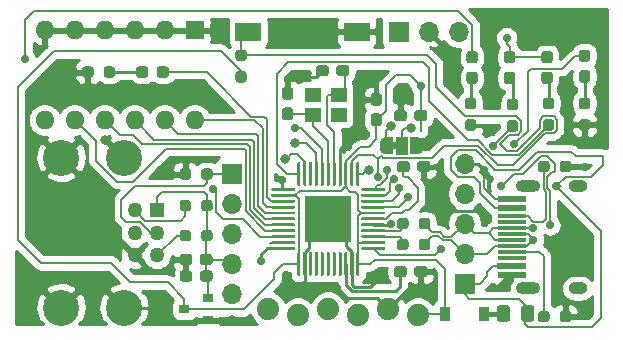
<source format=gtl>
%TF.GenerationSoftware,KiCad,Pcbnew,(5.1.9)-1*%
%TF.CreationDate,2021-07-30T14:52:09-07:00*%
%TF.ProjectId,NullWiiConv2.2,4e756c6c-5769-4694-936f-6e76322e322e,rev?*%
%TF.SameCoordinates,Original*%
%TF.FileFunction,Copper,L1,Top*%
%TF.FilePolarity,Positive*%
%FSLAX46Y46*%
G04 Gerber Fmt 4.6, Leading zero omitted, Abs format (unit mm)*
G04 Created by KiCad (PCBNEW (5.1.9)-1) date 2021-07-30 14:52:09*
%MOMM*%
%LPD*%
G01*
G04 APERTURE LIST*
%TA.AperFunction,EtchedComponent*%
%ADD10C,0.100000*%
%TD*%
%TA.AperFunction,SMDPad,CuDef*%
%ADD11C,0.100000*%
%TD*%
%TA.AperFunction,SMDPad,CuDef*%
%ADD12R,1.000000X1.500000*%
%TD*%
%TA.AperFunction,SMDPad,CuDef*%
%ADD13R,4.000000X4.000000*%
%TD*%
%TA.AperFunction,SMDPad,CuDef*%
%ADD14R,0.900000X1.200000*%
%TD*%
%TA.AperFunction,ComponentPad*%
%ADD15O,1.600000X1.000000*%
%TD*%
%TA.AperFunction,ComponentPad*%
%ADD16O,2.100000X1.000000*%
%TD*%
%TA.AperFunction,SMDPad,CuDef*%
%ADD17R,2.450000X0.300000*%
%TD*%
%TA.AperFunction,SMDPad,CuDef*%
%ADD18R,2.450000X0.600000*%
%TD*%
%TA.AperFunction,ComponentPad*%
%ADD19C,3.048000*%
%TD*%
%TA.AperFunction,ComponentPad*%
%ADD20C,1.270000*%
%TD*%
%TA.AperFunction,ComponentPad*%
%ADD21R,1.270000X1.270000*%
%TD*%
%TA.AperFunction,ComponentPad*%
%ADD22O,1.700000X1.700000*%
%TD*%
%TA.AperFunction,ComponentPad*%
%ADD23R,1.700000X1.700000*%
%TD*%
%TA.AperFunction,SMDPad,CuDef*%
%ADD24R,2.180000X1.600000*%
%TD*%
%TA.AperFunction,SMDPad,CuDef*%
%ADD25R,1.400000X1.200000*%
%TD*%
%TA.AperFunction,ComponentPad*%
%ADD26C,1.879600*%
%TD*%
%TA.AperFunction,ComponentPad*%
%ADD27O,1.600000X1.600000*%
%TD*%
%TA.AperFunction,ComponentPad*%
%ADD28R,1.600000X1.600000*%
%TD*%
%TA.AperFunction,SMDPad,CuDef*%
%ADD29R,0.900000X0.800000*%
%TD*%
%TA.AperFunction,ViaPad*%
%ADD30C,0.700000*%
%TD*%
%TA.AperFunction,ViaPad*%
%ADD31C,0.800000*%
%TD*%
%TA.AperFunction,Conductor*%
%ADD32C,0.203200*%
%TD*%
%TA.AperFunction,Conductor*%
%ADD33C,0.152400*%
%TD*%
%TA.AperFunction,Conductor*%
%ADD34C,0.254000*%
%TD*%
%TA.AperFunction,Conductor*%
%ADD35C,0.500000*%
%TD*%
%TA.AperFunction,Conductor*%
%ADD36C,0.381000*%
%TD*%
%TA.AperFunction,Conductor*%
%ADD37C,0.100000*%
%TD*%
G04 APERTURE END LIST*
D10*
%TO.C,JP1*%
G36*
X101970000Y-80472000D02*
G01*
X102470000Y-80472000D01*
X102470000Y-81072000D01*
X101970000Y-81072000D01*
X101970000Y-80472000D01*
G37*
%TD*%
%TA.AperFunction,SMDPad,CuDef*%
D11*
%TO.P,JP1,1*%
%TO.N,/CONT_DETECT*%
G36*
X102120000Y-81522000D02*
G01*
X101570000Y-81522000D01*
X101570000Y-81521398D01*
X101545466Y-81521398D01*
X101496635Y-81516588D01*
X101448510Y-81507016D01*
X101401555Y-81492772D01*
X101356222Y-81473995D01*
X101312949Y-81450864D01*
X101272150Y-81423604D01*
X101234221Y-81392476D01*
X101199524Y-81357779D01*
X101168396Y-81319850D01*
X101141136Y-81279051D01*
X101118005Y-81235778D01*
X101099228Y-81190445D01*
X101084984Y-81143490D01*
X101075412Y-81095365D01*
X101070602Y-81046534D01*
X101070602Y-81022000D01*
X101070000Y-81022000D01*
X101070000Y-80522000D01*
X101070602Y-80522000D01*
X101070602Y-80497466D01*
X101075412Y-80448635D01*
X101084984Y-80400510D01*
X101099228Y-80353555D01*
X101118005Y-80308222D01*
X101141136Y-80264949D01*
X101168396Y-80224150D01*
X101199524Y-80186221D01*
X101234221Y-80151524D01*
X101272150Y-80120396D01*
X101312949Y-80093136D01*
X101356222Y-80070005D01*
X101401555Y-80051228D01*
X101448510Y-80036984D01*
X101496635Y-80027412D01*
X101545466Y-80022602D01*
X101570000Y-80022602D01*
X101570000Y-80022000D01*
X102120000Y-80022000D01*
X102120000Y-81522000D01*
G37*
%TD.AperFunction*%
D12*
%TO.P,JP1,2*%
%TO.N,Net-(JP1-Pad2)*%
X102870000Y-80772000D03*
%TA.AperFunction,SMDPad,CuDef*%
D11*
%TO.P,JP1,3*%
%TO.N,GND*%
G36*
X104170000Y-80022602D02*
G01*
X104194534Y-80022602D01*
X104243365Y-80027412D01*
X104291490Y-80036984D01*
X104338445Y-80051228D01*
X104383778Y-80070005D01*
X104427051Y-80093136D01*
X104467850Y-80120396D01*
X104505779Y-80151524D01*
X104540476Y-80186221D01*
X104571604Y-80224150D01*
X104598864Y-80264949D01*
X104621995Y-80308222D01*
X104640772Y-80353555D01*
X104655016Y-80400510D01*
X104664588Y-80448635D01*
X104669398Y-80497466D01*
X104669398Y-80522000D01*
X104670000Y-80522000D01*
X104670000Y-81022000D01*
X104669398Y-81022000D01*
X104669398Y-81046534D01*
X104664588Y-81095365D01*
X104655016Y-81143490D01*
X104640772Y-81190445D01*
X104621995Y-81235778D01*
X104598864Y-81279051D01*
X104571604Y-81319850D01*
X104540476Y-81357779D01*
X104505779Y-81392476D01*
X104467850Y-81423604D01*
X104427051Y-81450864D01*
X104383778Y-81473995D01*
X104338445Y-81492772D01*
X104291490Y-81507016D01*
X104243365Y-81516588D01*
X104194534Y-81521398D01*
X104170000Y-81521398D01*
X104170000Y-81522000D01*
X103620000Y-81522000D01*
X103620000Y-80022000D01*
X104170000Y-80022000D01*
X104170000Y-80022602D01*
G37*
%TD.AperFunction*%
%TD*%
D13*
%TO.P,U2,45*%
%TO.N,GND*%
X96662000Y-86980000D03*
%TO.P,U2,44*%
%TO.N,+5V*%
%TA.AperFunction,SMDPad,CuDef*%
G36*
G01*
X99287000Y-89852500D02*
X99287000Y-91727500D01*
G75*
G02*
X99224500Y-91790000I-62500J0D01*
G01*
X99099500Y-91790000D01*
G75*
G02*
X99037000Y-91727500I0J62500D01*
G01*
X99037000Y-89852500D01*
G75*
G02*
X99099500Y-89790000I62500J0D01*
G01*
X99224500Y-89790000D01*
G75*
G02*
X99287000Y-89852500I0J-62500D01*
G01*
G37*
%TD.AperFunction*%
%TO.P,U2,43*%
%TO.N,GND*%
%TA.AperFunction,SMDPad,CuDef*%
G36*
G01*
X98787000Y-89852500D02*
X98787000Y-91727500D01*
G75*
G02*
X98724500Y-91790000I-62500J0D01*
G01*
X98599500Y-91790000D01*
G75*
G02*
X98537000Y-91727500I0J62500D01*
G01*
X98537000Y-89852500D01*
G75*
G02*
X98599500Y-89790000I62500J0D01*
G01*
X98724500Y-89790000D01*
G75*
G02*
X98787000Y-89852500I0J-62500D01*
G01*
G37*
%TD.AperFunction*%
%TO.P,U2,42*%
%TO.N,Net-(C7-Pad1)*%
%TA.AperFunction,SMDPad,CuDef*%
G36*
G01*
X98287000Y-89852500D02*
X98287000Y-91727500D01*
G75*
G02*
X98224500Y-91790000I-62500J0D01*
G01*
X98099500Y-91790000D01*
G75*
G02*
X98037000Y-91727500I0J62500D01*
G01*
X98037000Y-89852500D01*
G75*
G02*
X98099500Y-89790000I62500J0D01*
G01*
X98224500Y-89790000D01*
G75*
G02*
X98287000Y-89852500I0J-62500D01*
G01*
G37*
%TD.AperFunction*%
%TO.P,U2,41*%
%TO.N,Net-(U2-Pad41)*%
%TA.AperFunction,SMDPad,CuDef*%
G36*
G01*
X97787000Y-89852500D02*
X97787000Y-91727500D01*
G75*
G02*
X97724500Y-91790000I-62500J0D01*
G01*
X97599500Y-91790000D01*
G75*
G02*
X97537000Y-91727500I0J62500D01*
G01*
X97537000Y-89852500D01*
G75*
G02*
X97599500Y-89790000I62500J0D01*
G01*
X97724500Y-89790000D01*
G75*
G02*
X97787000Y-89852500I0J-62500D01*
G01*
G37*
%TD.AperFunction*%
%TO.P,U2,40*%
%TO.N,Net-(U2-Pad40)*%
%TA.AperFunction,SMDPad,CuDef*%
G36*
G01*
X97287000Y-89852500D02*
X97287000Y-91727500D01*
G75*
G02*
X97224500Y-91790000I-62500J0D01*
G01*
X97099500Y-91790000D01*
G75*
G02*
X97037000Y-91727500I0J62500D01*
G01*
X97037000Y-89852500D01*
G75*
G02*
X97099500Y-89790000I62500J0D01*
G01*
X97224500Y-89790000D01*
G75*
G02*
X97287000Y-89852500I0J-62500D01*
G01*
G37*
%TD.AperFunction*%
%TO.P,U2,39*%
%TO.N,Net-(U2-Pad39)*%
%TA.AperFunction,SMDPad,CuDef*%
G36*
G01*
X96787000Y-89852500D02*
X96787000Y-91727500D01*
G75*
G02*
X96724500Y-91790000I-62500J0D01*
G01*
X96599500Y-91790000D01*
G75*
G02*
X96537000Y-91727500I0J62500D01*
G01*
X96537000Y-89852500D01*
G75*
G02*
X96599500Y-89790000I62500J0D01*
G01*
X96724500Y-89790000D01*
G75*
G02*
X96787000Y-89852500I0J-62500D01*
G01*
G37*
%TD.AperFunction*%
%TO.P,U2,38*%
%TO.N,Net-(U2-Pad38)*%
%TA.AperFunction,SMDPad,CuDef*%
G36*
G01*
X96287000Y-89852500D02*
X96287000Y-91727500D01*
G75*
G02*
X96224500Y-91790000I-62500J0D01*
G01*
X96099500Y-91790000D01*
G75*
G02*
X96037000Y-91727500I0J62500D01*
G01*
X96037000Y-89852500D01*
G75*
G02*
X96099500Y-89790000I62500J0D01*
G01*
X96224500Y-89790000D01*
G75*
G02*
X96287000Y-89852500I0J-62500D01*
G01*
G37*
%TD.AperFunction*%
%TO.P,U2,37*%
%TO.N,Net-(U2-Pad37)*%
%TA.AperFunction,SMDPad,CuDef*%
G36*
G01*
X95787000Y-89852500D02*
X95787000Y-91727500D01*
G75*
G02*
X95724500Y-91790000I-62500J0D01*
G01*
X95599500Y-91790000D01*
G75*
G02*
X95537000Y-91727500I0J62500D01*
G01*
X95537000Y-89852500D01*
G75*
G02*
X95599500Y-89790000I62500J0D01*
G01*
X95724500Y-89790000D01*
G75*
G02*
X95787000Y-89852500I0J-62500D01*
G01*
G37*
%TD.AperFunction*%
%TO.P,U2,36*%
%TO.N,Net-(U2-Pad36)*%
%TA.AperFunction,SMDPad,CuDef*%
G36*
G01*
X95287000Y-89852500D02*
X95287000Y-91727500D01*
G75*
G02*
X95224500Y-91790000I-62500J0D01*
G01*
X95099500Y-91790000D01*
G75*
G02*
X95037000Y-91727500I0J62500D01*
G01*
X95037000Y-89852500D01*
G75*
G02*
X95099500Y-89790000I62500J0D01*
G01*
X95224500Y-89790000D01*
G75*
G02*
X95287000Y-89852500I0J-62500D01*
G01*
G37*
%TD.AperFunction*%
%TO.P,U2,35*%
%TO.N,GND*%
%TA.AperFunction,SMDPad,CuDef*%
G36*
G01*
X94787000Y-89852500D02*
X94787000Y-91727500D01*
G75*
G02*
X94724500Y-91790000I-62500J0D01*
G01*
X94599500Y-91790000D01*
G75*
G02*
X94537000Y-91727500I0J62500D01*
G01*
X94537000Y-89852500D01*
G75*
G02*
X94599500Y-89790000I62500J0D01*
G01*
X94724500Y-89790000D01*
G75*
G02*
X94787000Y-89852500I0J-62500D01*
G01*
G37*
%TD.AperFunction*%
%TO.P,U2,34*%
%TO.N,+5V*%
%TA.AperFunction,SMDPad,CuDef*%
G36*
G01*
X94287000Y-89852500D02*
X94287000Y-91727500D01*
G75*
G02*
X94224500Y-91790000I-62500J0D01*
G01*
X94099500Y-91790000D01*
G75*
G02*
X94037000Y-91727500I0J62500D01*
G01*
X94037000Y-89852500D01*
G75*
G02*
X94099500Y-89790000I62500J0D01*
G01*
X94224500Y-89790000D01*
G75*
G02*
X94287000Y-89852500I0J-62500D01*
G01*
G37*
%TD.AperFunction*%
%TO.P,U2,33*%
%TO.N,Net-(JP1-Pad2)*%
%TA.AperFunction,SMDPad,CuDef*%
G36*
G01*
X93852000Y-89417500D02*
X93852000Y-89542500D01*
G75*
G02*
X93789500Y-89605000I-62500J0D01*
G01*
X91914500Y-89605000D01*
G75*
G02*
X91852000Y-89542500I0J62500D01*
G01*
X91852000Y-89417500D01*
G75*
G02*
X91914500Y-89355000I62500J0D01*
G01*
X93789500Y-89355000D01*
G75*
G02*
X93852000Y-89417500I0J-62500D01*
G01*
G37*
%TD.AperFunction*%
%TO.P,U2,32*%
%TO.N,Net-(U2-Pad32)*%
%TA.AperFunction,SMDPad,CuDef*%
G36*
G01*
X93852000Y-88917500D02*
X93852000Y-89042500D01*
G75*
G02*
X93789500Y-89105000I-62500J0D01*
G01*
X91914500Y-89105000D01*
G75*
G02*
X91852000Y-89042500I0J62500D01*
G01*
X91852000Y-88917500D01*
G75*
G02*
X91914500Y-88855000I62500J0D01*
G01*
X93789500Y-88855000D01*
G75*
G02*
X93852000Y-88917500I0J-62500D01*
G01*
G37*
%TD.AperFunction*%
%TO.P,U2,31*%
%TO.N,/DIP_SW6*%
%TA.AperFunction,SMDPad,CuDef*%
G36*
G01*
X93852000Y-88417500D02*
X93852000Y-88542500D01*
G75*
G02*
X93789500Y-88605000I-62500J0D01*
G01*
X91914500Y-88605000D01*
G75*
G02*
X91852000Y-88542500I0J62500D01*
G01*
X91852000Y-88417500D01*
G75*
G02*
X91914500Y-88355000I62500J0D01*
G01*
X93789500Y-88355000D01*
G75*
G02*
X93852000Y-88417500I0J-62500D01*
G01*
G37*
%TD.AperFunction*%
%TO.P,U2,30*%
%TO.N,/DIP_SW5*%
%TA.AperFunction,SMDPad,CuDef*%
G36*
G01*
X93852000Y-87917500D02*
X93852000Y-88042500D01*
G75*
G02*
X93789500Y-88105000I-62500J0D01*
G01*
X91914500Y-88105000D01*
G75*
G02*
X91852000Y-88042500I0J62500D01*
G01*
X91852000Y-87917500D01*
G75*
G02*
X91914500Y-87855000I62500J0D01*
G01*
X93789500Y-87855000D01*
G75*
G02*
X93852000Y-87917500I0J-62500D01*
G01*
G37*
%TD.AperFunction*%
%TO.P,U2,29*%
%TO.N,/DIP_SW4*%
%TA.AperFunction,SMDPad,CuDef*%
G36*
G01*
X93852000Y-87417500D02*
X93852000Y-87542500D01*
G75*
G02*
X93789500Y-87605000I-62500J0D01*
G01*
X91914500Y-87605000D01*
G75*
G02*
X91852000Y-87542500I0J62500D01*
G01*
X91852000Y-87417500D01*
G75*
G02*
X91914500Y-87355000I62500J0D01*
G01*
X93789500Y-87355000D01*
G75*
G02*
X93852000Y-87417500I0J-62500D01*
G01*
G37*
%TD.AperFunction*%
%TO.P,U2,28*%
%TO.N,/DIP_SW3*%
%TA.AperFunction,SMDPad,CuDef*%
G36*
G01*
X93852000Y-86917500D02*
X93852000Y-87042500D01*
G75*
G02*
X93789500Y-87105000I-62500J0D01*
G01*
X91914500Y-87105000D01*
G75*
G02*
X91852000Y-87042500I0J62500D01*
G01*
X91852000Y-86917500D01*
G75*
G02*
X91914500Y-86855000I62500J0D01*
G01*
X93789500Y-86855000D01*
G75*
G02*
X93852000Y-86917500I0J-62500D01*
G01*
G37*
%TD.AperFunction*%
%TO.P,U2,27*%
%TO.N,/DIP_SW2*%
%TA.AperFunction,SMDPad,CuDef*%
G36*
G01*
X93852000Y-86417500D02*
X93852000Y-86542500D01*
G75*
G02*
X93789500Y-86605000I-62500J0D01*
G01*
X91914500Y-86605000D01*
G75*
G02*
X91852000Y-86542500I0J62500D01*
G01*
X91852000Y-86417500D01*
G75*
G02*
X91914500Y-86355000I62500J0D01*
G01*
X93789500Y-86355000D01*
G75*
G02*
X93852000Y-86417500I0J-62500D01*
G01*
G37*
%TD.AperFunction*%
%TO.P,U2,26*%
%TO.N,/DIP_SW1*%
%TA.AperFunction,SMDPad,CuDef*%
G36*
G01*
X93852000Y-85917500D02*
X93852000Y-86042500D01*
G75*
G02*
X93789500Y-86105000I-62500J0D01*
G01*
X91914500Y-86105000D01*
G75*
G02*
X91852000Y-86042500I0J62500D01*
G01*
X91852000Y-85917500D01*
G75*
G02*
X91914500Y-85855000I62500J0D01*
G01*
X93789500Y-85855000D01*
G75*
G02*
X93852000Y-85917500I0J-62500D01*
G01*
G37*
%TD.AperFunction*%
%TO.P,U2,25*%
%TO.N,/CONFIG*%
%TA.AperFunction,SMDPad,CuDef*%
G36*
G01*
X93852000Y-85417500D02*
X93852000Y-85542500D01*
G75*
G02*
X93789500Y-85605000I-62500J0D01*
G01*
X91914500Y-85605000D01*
G75*
G02*
X91852000Y-85542500I0J62500D01*
G01*
X91852000Y-85417500D01*
G75*
G02*
X91914500Y-85355000I62500J0D01*
G01*
X93789500Y-85355000D01*
G75*
G02*
X93852000Y-85417500I0J-62500D01*
G01*
G37*
%TD.AperFunction*%
%TO.P,U2,24*%
%TO.N,+5V*%
%TA.AperFunction,SMDPad,CuDef*%
G36*
G01*
X93852000Y-84917500D02*
X93852000Y-85042500D01*
G75*
G02*
X93789500Y-85105000I-62500J0D01*
G01*
X91914500Y-85105000D01*
G75*
G02*
X91852000Y-85042500I0J62500D01*
G01*
X91852000Y-84917500D01*
G75*
G02*
X91914500Y-84855000I62500J0D01*
G01*
X93789500Y-84855000D01*
G75*
G02*
X93852000Y-84917500I0J-62500D01*
G01*
G37*
%TD.AperFunction*%
%TO.P,U2,23*%
%TO.N,GND*%
%TA.AperFunction,SMDPad,CuDef*%
G36*
G01*
X93852000Y-84417500D02*
X93852000Y-84542500D01*
G75*
G02*
X93789500Y-84605000I-62500J0D01*
G01*
X91914500Y-84605000D01*
G75*
G02*
X91852000Y-84542500I0J62500D01*
G01*
X91852000Y-84417500D01*
G75*
G02*
X91914500Y-84355000I62500J0D01*
G01*
X93789500Y-84355000D01*
G75*
G02*
X93852000Y-84417500I0J-62500D01*
G01*
G37*
%TD.AperFunction*%
%TO.P,U2,22*%
%TO.N,/TX_LED*%
%TA.AperFunction,SMDPad,CuDef*%
G36*
G01*
X94287000Y-82232500D02*
X94287000Y-84107500D01*
G75*
G02*
X94224500Y-84170000I-62500J0D01*
G01*
X94099500Y-84170000D01*
G75*
G02*
X94037000Y-84107500I0J62500D01*
G01*
X94037000Y-82232500D01*
G75*
G02*
X94099500Y-82170000I62500J0D01*
G01*
X94224500Y-82170000D01*
G75*
G02*
X94287000Y-82232500I0J-62500D01*
G01*
G37*
%TD.AperFunction*%
%TO.P,U2,21*%
%TO.N,/CONT_DETECT*%
%TA.AperFunction,SMDPad,CuDef*%
G36*
G01*
X94787000Y-82232500D02*
X94787000Y-84107500D01*
G75*
G02*
X94724500Y-84170000I-62500J0D01*
G01*
X94599500Y-84170000D01*
G75*
G02*
X94537000Y-84107500I0J62500D01*
G01*
X94537000Y-82232500D01*
G75*
G02*
X94599500Y-82170000I62500J0D01*
G01*
X94724500Y-82170000D01*
G75*
G02*
X94787000Y-82232500I0J-62500D01*
G01*
G37*
%TD.AperFunction*%
%TO.P,U2,20*%
%TO.N,Net-(U2-Pad20)*%
%TA.AperFunction,SMDPad,CuDef*%
G36*
G01*
X95287000Y-82232500D02*
X95287000Y-84107500D01*
G75*
G02*
X95224500Y-84170000I-62500J0D01*
G01*
X95099500Y-84170000D01*
G75*
G02*
X95037000Y-84107500I0J62500D01*
G01*
X95037000Y-82232500D01*
G75*
G02*
X95099500Y-82170000I62500J0D01*
G01*
X95224500Y-82170000D01*
G75*
G02*
X95287000Y-82232500I0J-62500D01*
G01*
G37*
%TD.AperFunction*%
%TO.P,U2,19*%
%TO.N,/SDA*%
%TA.AperFunction,SMDPad,CuDef*%
G36*
G01*
X95787000Y-82232500D02*
X95787000Y-84107500D01*
G75*
G02*
X95724500Y-84170000I-62500J0D01*
G01*
X95599500Y-84170000D01*
G75*
G02*
X95537000Y-84107500I0J62500D01*
G01*
X95537000Y-82232500D01*
G75*
G02*
X95599500Y-82170000I62500J0D01*
G01*
X95724500Y-82170000D01*
G75*
G02*
X95787000Y-82232500I0J-62500D01*
G01*
G37*
%TD.AperFunction*%
%TO.P,U2,18*%
%TO.N,/SCL*%
%TA.AperFunction,SMDPad,CuDef*%
G36*
G01*
X96287000Y-82232500D02*
X96287000Y-84107500D01*
G75*
G02*
X96224500Y-84170000I-62500J0D01*
G01*
X96099500Y-84170000D01*
G75*
G02*
X96037000Y-84107500I0J62500D01*
G01*
X96037000Y-82232500D01*
G75*
G02*
X96099500Y-82170000I62500J0D01*
G01*
X96224500Y-82170000D01*
G75*
G02*
X96287000Y-82232500I0J-62500D01*
G01*
G37*
%TD.AperFunction*%
%TO.P,U2,17*%
%TO.N,/XTAL+*%
%TA.AperFunction,SMDPad,CuDef*%
G36*
G01*
X96787000Y-82232500D02*
X96787000Y-84107500D01*
G75*
G02*
X96724500Y-84170000I-62500J0D01*
G01*
X96599500Y-84170000D01*
G75*
G02*
X96537000Y-84107500I0J62500D01*
G01*
X96537000Y-82232500D01*
G75*
G02*
X96599500Y-82170000I62500J0D01*
G01*
X96724500Y-82170000D01*
G75*
G02*
X96787000Y-82232500I0J-62500D01*
G01*
G37*
%TD.AperFunction*%
%TO.P,U2,16*%
%TO.N,/XTAL-*%
%TA.AperFunction,SMDPad,CuDef*%
G36*
G01*
X97287000Y-82232500D02*
X97287000Y-84107500D01*
G75*
G02*
X97224500Y-84170000I-62500J0D01*
G01*
X97099500Y-84170000D01*
G75*
G02*
X97037000Y-84107500I0J62500D01*
G01*
X97037000Y-82232500D01*
G75*
G02*
X97099500Y-82170000I62500J0D01*
G01*
X97224500Y-82170000D01*
G75*
G02*
X97287000Y-82232500I0J-62500D01*
G01*
G37*
%TD.AperFunction*%
%TO.P,U2,15*%
%TO.N,GND*%
%TA.AperFunction,SMDPad,CuDef*%
G36*
G01*
X97787000Y-82232500D02*
X97787000Y-84107500D01*
G75*
G02*
X97724500Y-84170000I-62500J0D01*
G01*
X97599500Y-84170000D01*
G75*
G02*
X97537000Y-84107500I0J62500D01*
G01*
X97537000Y-82232500D01*
G75*
G02*
X97599500Y-82170000I62500J0D01*
G01*
X97724500Y-82170000D01*
G75*
G02*
X97787000Y-82232500I0J-62500D01*
G01*
G37*
%TD.AperFunction*%
%TO.P,U2,14*%
%TO.N,+5V*%
%TA.AperFunction,SMDPad,CuDef*%
G36*
G01*
X98287000Y-82232500D02*
X98287000Y-84107500D01*
G75*
G02*
X98224500Y-84170000I-62500J0D01*
G01*
X98099500Y-84170000D01*
G75*
G02*
X98037000Y-84107500I0J62500D01*
G01*
X98037000Y-82232500D01*
G75*
G02*
X98099500Y-82170000I62500J0D01*
G01*
X98224500Y-82170000D01*
G75*
G02*
X98287000Y-82232500I0J-62500D01*
G01*
G37*
%TD.AperFunction*%
%TO.P,U2,13*%
%TO.N,/RESET*%
%TA.AperFunction,SMDPad,CuDef*%
G36*
G01*
X98787000Y-82232500D02*
X98787000Y-84107500D01*
G75*
G02*
X98724500Y-84170000I-62500J0D01*
G01*
X98599500Y-84170000D01*
G75*
G02*
X98537000Y-84107500I0J62500D01*
G01*
X98537000Y-82232500D01*
G75*
G02*
X98599500Y-82170000I62500J0D01*
G01*
X98724500Y-82170000D01*
G75*
G02*
X98787000Y-82232500I0J-62500D01*
G01*
G37*
%TD.AperFunction*%
%TO.P,U2,12*%
%TO.N,/X*%
%TA.AperFunction,SMDPad,CuDef*%
G36*
G01*
X99287000Y-82232500D02*
X99287000Y-84107500D01*
G75*
G02*
X99224500Y-84170000I-62500J0D01*
G01*
X99099500Y-84170000D01*
G75*
G02*
X99037000Y-84107500I0J62500D01*
G01*
X99037000Y-82232500D01*
G75*
G02*
X99099500Y-82170000I62500J0D01*
G01*
X99224500Y-82170000D01*
G75*
G02*
X99287000Y-82232500I0J-62500D01*
G01*
G37*
%TD.AperFunction*%
%TO.P,U2,11*%
%TO.N,/MISO*%
%TA.AperFunction,SMDPad,CuDef*%
G36*
G01*
X101472000Y-84417500D02*
X101472000Y-84542500D01*
G75*
G02*
X101409500Y-84605000I-62500J0D01*
G01*
X99534500Y-84605000D01*
G75*
G02*
X99472000Y-84542500I0J62500D01*
G01*
X99472000Y-84417500D01*
G75*
G02*
X99534500Y-84355000I62500J0D01*
G01*
X101409500Y-84355000D01*
G75*
G02*
X101472000Y-84417500I0J-62500D01*
G01*
G37*
%TD.AperFunction*%
%TO.P,U2,10*%
%TO.N,/MOSI*%
%TA.AperFunction,SMDPad,CuDef*%
G36*
G01*
X101472000Y-84917500D02*
X101472000Y-85042500D01*
G75*
G02*
X101409500Y-85105000I-62500J0D01*
G01*
X99534500Y-85105000D01*
G75*
G02*
X99472000Y-85042500I0J62500D01*
G01*
X99472000Y-84917500D01*
G75*
G02*
X99534500Y-84855000I62500J0D01*
G01*
X101409500Y-84855000D01*
G75*
G02*
X101472000Y-84917500I0J-62500D01*
G01*
G37*
%TD.AperFunction*%
%TO.P,U2,9*%
%TO.N,/SCLK*%
%TA.AperFunction,SMDPad,CuDef*%
G36*
G01*
X101472000Y-85417500D02*
X101472000Y-85542500D01*
G75*
G02*
X101409500Y-85605000I-62500J0D01*
G01*
X99534500Y-85605000D01*
G75*
G02*
X99472000Y-85542500I0J62500D01*
G01*
X99472000Y-85417500D01*
G75*
G02*
X99534500Y-85355000I62500J0D01*
G01*
X101409500Y-85355000D01*
G75*
G02*
X101472000Y-85417500I0J-62500D01*
G01*
G37*
%TD.AperFunction*%
%TO.P,U2,8*%
%TO.N,/RX_LED*%
%TA.AperFunction,SMDPad,CuDef*%
G36*
G01*
X101472000Y-85917500D02*
X101472000Y-86042500D01*
G75*
G02*
X101409500Y-86105000I-62500J0D01*
G01*
X99534500Y-86105000D01*
G75*
G02*
X99472000Y-86042500I0J62500D01*
G01*
X99472000Y-85917500D01*
G75*
G02*
X99534500Y-85855000I62500J0D01*
G01*
X101409500Y-85855000D01*
G75*
G02*
X101472000Y-85917500I0J-62500D01*
G01*
G37*
%TD.AperFunction*%
%TO.P,U2,7*%
%TO.N,+5V*%
%TA.AperFunction,SMDPad,CuDef*%
G36*
G01*
X101472000Y-86417500D02*
X101472000Y-86542500D01*
G75*
G02*
X101409500Y-86605000I-62500J0D01*
G01*
X99534500Y-86605000D01*
G75*
G02*
X99472000Y-86542500I0J62500D01*
G01*
X99472000Y-86417500D01*
G75*
G02*
X99534500Y-86355000I62500J0D01*
G01*
X101409500Y-86355000D01*
G75*
G02*
X101472000Y-86417500I0J-62500D01*
G01*
G37*
%TD.AperFunction*%
%TO.P,U2,6*%
%TO.N,Net-(C8-Pad2)*%
%TA.AperFunction,SMDPad,CuDef*%
G36*
G01*
X101472000Y-86917500D02*
X101472000Y-87042500D01*
G75*
G02*
X101409500Y-87105000I-62500J0D01*
G01*
X99534500Y-87105000D01*
G75*
G02*
X99472000Y-87042500I0J62500D01*
G01*
X99472000Y-86917500D01*
G75*
G02*
X99534500Y-86855000I62500J0D01*
G01*
X101409500Y-86855000D01*
G75*
G02*
X101472000Y-86917500I0J-62500D01*
G01*
G37*
%TD.AperFunction*%
%TO.P,U2,5*%
%TO.N,GND*%
%TA.AperFunction,SMDPad,CuDef*%
G36*
G01*
X101472000Y-87417500D02*
X101472000Y-87542500D01*
G75*
G02*
X101409500Y-87605000I-62500J0D01*
G01*
X99534500Y-87605000D01*
G75*
G02*
X99472000Y-87542500I0J62500D01*
G01*
X99472000Y-87417500D01*
G75*
G02*
X99534500Y-87355000I62500J0D01*
G01*
X101409500Y-87355000D01*
G75*
G02*
X101472000Y-87417500I0J-62500D01*
G01*
G37*
%TD.AperFunction*%
%TO.P,U2,4*%
%TO.N,/rD+*%
%TA.AperFunction,SMDPad,CuDef*%
G36*
G01*
X101472000Y-87917500D02*
X101472000Y-88042500D01*
G75*
G02*
X101409500Y-88105000I-62500J0D01*
G01*
X99534500Y-88105000D01*
G75*
G02*
X99472000Y-88042500I0J62500D01*
G01*
X99472000Y-87917500D01*
G75*
G02*
X99534500Y-87855000I62500J0D01*
G01*
X101409500Y-87855000D01*
G75*
G02*
X101472000Y-87917500I0J-62500D01*
G01*
G37*
%TD.AperFunction*%
%TO.P,U2,3*%
%TO.N,/rD-*%
%TA.AperFunction,SMDPad,CuDef*%
G36*
G01*
X101472000Y-88417500D02*
X101472000Y-88542500D01*
G75*
G02*
X101409500Y-88605000I-62500J0D01*
G01*
X99534500Y-88605000D01*
G75*
G02*
X99472000Y-88542500I0J62500D01*
G01*
X99472000Y-88417500D01*
G75*
G02*
X99534500Y-88355000I62500J0D01*
G01*
X101409500Y-88355000D01*
G75*
G02*
X101472000Y-88417500I0J-62500D01*
G01*
G37*
%TD.AperFunction*%
%TO.P,U2,2*%
%TO.N,+5V*%
%TA.AperFunction,SMDPad,CuDef*%
G36*
G01*
X101472000Y-88917500D02*
X101472000Y-89042500D01*
G75*
G02*
X101409500Y-89105000I-62500J0D01*
G01*
X99534500Y-89105000D01*
G75*
G02*
X99472000Y-89042500I0J62500D01*
G01*
X99472000Y-88917500D01*
G75*
G02*
X99534500Y-88855000I62500J0D01*
G01*
X101409500Y-88855000D01*
G75*
G02*
X101472000Y-88917500I0J-62500D01*
G01*
G37*
%TD.AperFunction*%
%TO.P,U2,1*%
%TO.N,/STATUS*%
%TA.AperFunction,SMDPad,CuDef*%
G36*
G01*
X101472000Y-89417500D02*
X101472000Y-89542500D01*
G75*
G02*
X101409500Y-89605000I-62500J0D01*
G01*
X99534500Y-89605000D01*
G75*
G02*
X99472000Y-89542500I0J62500D01*
G01*
X99472000Y-89417500D01*
G75*
G02*
X99534500Y-89355000I62500J0D01*
G01*
X101409500Y-89355000D01*
G75*
G02*
X101472000Y-89417500I0J-62500D01*
G01*
G37*
%TD.AperFunction*%
%TD*%
D14*
%TO.P,D1,2*%
%TO.N,Net-(D1-Pad2)*%
X109854000Y-94996000D03*
%TO.P,D1,1*%
%TO.N,+5V*%
X106554000Y-94996000D03*
%TD*%
D15*
%TO.P,J1,S1*%
%TO.N,Net-(J1-PadS1)*%
X117796000Y-84199000D03*
X117796000Y-92839000D03*
D16*
X113616000Y-84199000D03*
X113616000Y-92839000D03*
D17*
%TO.P,J1,A6*%
%TO.N,/D+*%
X112201000Y-88769000D03*
%TO.P,J1,A7*%
%TO.N,/D-*%
X112201000Y-88269000D03*
%TO.P,J1,B6*%
%TO.N,/D+*%
X112201000Y-87769000D03*
%TO.P,J1,B7*%
%TO.N,/D-*%
X112201000Y-89269000D03*
%TO.P,J1,A8*%
%TO.N,Net-(J1-PadA8)*%
X112201000Y-87269000D03*
%TO.P,J1,A5*%
%TO.N,/CC1*%
X112201000Y-89769000D03*
%TO.P,J1,B5*%
%TO.N,/CC2*%
X112201000Y-86769000D03*
%TO.P,J1,B8*%
%TO.N,Net-(J1-PadB8)*%
X112201000Y-90269000D03*
D18*
%TO.P,J1,A4*%
%TO.N,+5VA*%
X112201000Y-90969000D03*
%TO.P,J1,B4*%
X112201000Y-86069000D03*
%TO.P,J1,A1*%
%TO.N,GND*%
X112201000Y-91744000D03*
%TO.P,J1,A12*%
X112201000Y-85294000D03*
%TO.P,J1,B12*%
X112196000Y-91744000D03*
%TO.P,J1,B9*%
%TO.N,+5VA*%
X112171000Y-90969000D03*
%TO.P,J1,A9*%
X112196000Y-86069000D03*
%TO.P,J1,B1*%
%TO.N,GND*%
X112196000Y-85294000D03*
%TD*%
D19*
%TO.P,P1,6*%
%TO.N,GND*%
X79375000Y-94488000D03*
X74041000Y-81788000D03*
X74041000Y-94488000D03*
X79375000Y-81788000D03*
D20*
X80264000Y-90043000D03*
%TO.P,P1,5*%
%TO.N,/SDA*%
X82169000Y-90043000D03*
%TO.P,P1,4*%
%TO.N,Net-(P1-Pad4)*%
X80264000Y-88138000D03*
%TO.P,P1,3*%
%TO.N,/CONT_DETECT*%
X82169000Y-88138000D03*
%TO.P,P1,2*%
%TO.N,/SCL*%
X80264000Y-86233000D03*
D21*
%TO.P,P1,1*%
%TO.N,+3V3*%
X82169000Y-86233000D03*
%TD*%
D22*
%TO.P,J4,5*%
%TO.N,GND*%
X108204000Y-82296000D03*
%TO.P,J4,4*%
%TO.N,/ID*%
X108204000Y-84836000D03*
%TO.P,J4,3*%
%TO.N,/D+*%
X108204000Y-87376000D03*
%TO.P,J4,2*%
%TO.N,/D-*%
X108204000Y-89916000D03*
D23*
%TO.P,J4,1*%
%TO.N,+5VA*%
X108204000Y-92456000D03*
%TD*%
D24*
%TO.P,SW2,2*%
%TO.N,/RESET*%
X89898000Y-71120000D03*
%TO.P,SW2,1*%
%TO.N,GND*%
X99078000Y-71120000D03*
%TD*%
%TO.P,C6,2*%
%TO.N,/XTAL-*%
%TA.AperFunction,SMDPad,CuDef*%
G36*
G01*
X97353000Y-74659500D02*
X97353000Y-74184500D01*
G75*
G02*
X97590500Y-73947000I237500J0D01*
G01*
X98190500Y-73947000D01*
G75*
G02*
X98428000Y-74184500I0J-237500D01*
G01*
X98428000Y-74659500D01*
G75*
G02*
X98190500Y-74897000I-237500J0D01*
G01*
X97590500Y-74897000D01*
G75*
G02*
X97353000Y-74659500I0J237500D01*
G01*
G37*
%TD.AperFunction*%
%TO.P,C6,1*%
%TO.N,GND*%
%TA.AperFunction,SMDPad,CuDef*%
G36*
G01*
X95628000Y-74659500D02*
X95628000Y-74184500D01*
G75*
G02*
X95865500Y-73947000I237500J0D01*
G01*
X96465500Y-73947000D01*
G75*
G02*
X96703000Y-74184500I0J-237500D01*
G01*
X96703000Y-74659500D01*
G75*
G02*
X96465500Y-74897000I-237500J0D01*
G01*
X95865500Y-74897000D01*
G75*
G02*
X95628000Y-74659500I0J237500D01*
G01*
G37*
%TD.AperFunction*%
%TD*%
%TO.P,C5,2*%
%TO.N,GND*%
%TA.AperFunction,SMDPad,CuDef*%
G36*
G01*
X93455500Y-76891000D02*
X92980500Y-76891000D01*
G75*
G02*
X92743000Y-76653500I0J237500D01*
G01*
X92743000Y-76053500D01*
G75*
G02*
X92980500Y-75816000I237500J0D01*
G01*
X93455500Y-75816000D01*
G75*
G02*
X93693000Y-76053500I0J-237500D01*
G01*
X93693000Y-76653500D01*
G75*
G02*
X93455500Y-76891000I-237500J0D01*
G01*
G37*
%TD.AperFunction*%
%TO.P,C5,1*%
%TO.N,/XTAL+*%
%TA.AperFunction,SMDPad,CuDef*%
G36*
G01*
X93455500Y-78616000D02*
X92980500Y-78616000D01*
G75*
G02*
X92743000Y-78378500I0J237500D01*
G01*
X92743000Y-77778500D01*
G75*
G02*
X92980500Y-77541000I237500J0D01*
G01*
X93455500Y-77541000D01*
G75*
G02*
X93693000Y-77778500I0J-237500D01*
G01*
X93693000Y-78378500D01*
G75*
G02*
X93455500Y-78616000I-237500J0D01*
G01*
G37*
%TD.AperFunction*%
%TD*%
D25*
%TO.P,Y1,4*%
%TO.N,Net-(Y1-Pad4)*%
X95336000Y-76454000D03*
%TO.P,Y1,3*%
%TO.N,/XTAL-*%
X97536000Y-76454000D03*
%TO.P,Y1,2*%
%TO.N,Net-(Y1-Pad2)*%
X97536000Y-78154000D03*
%TO.P,Y1,1*%
%TO.N,/XTAL+*%
X95336000Y-78154000D03*
%TD*%
D26*
%TO.P,J5,6*%
%TO.N,+5V*%
X104267000Y-95123000D03*
%TO.P,J5,5*%
%TO.N,GND*%
X101727000Y-94615000D03*
%TO.P,J5,4*%
%TO.N,/SCLK*%
X99187000Y-95123000D03*
%TO.P,J5,3*%
%TO.N,/MOSI*%
X96647000Y-94615000D03*
%TO.P,J5,2*%
%TO.N,/MISO*%
X94107000Y-95123000D03*
%TO.P,J5,1*%
%TO.N,/RESET*%
X91567000Y-94615000D03*
%TD*%
D27*
%TO.P,SW1,12*%
%TO.N,/DIP_SW1*%
X85344000Y-78613000D03*
%TO.P,SW1,6*%
%TO.N,GND*%
X72644000Y-70993000D03*
%TO.P,SW1,11*%
%TO.N,/DIP_SW2*%
X82804000Y-78613000D03*
%TO.P,SW1,5*%
%TO.N,GND*%
X75184000Y-70993000D03*
%TO.P,SW1,10*%
%TO.N,/DIP_SW3*%
X80264000Y-78613000D03*
%TO.P,SW1,4*%
%TO.N,GND*%
X77724000Y-70993000D03*
%TO.P,SW1,9*%
%TO.N,/DIP_SW4*%
X77724000Y-78613000D03*
%TO.P,SW1,3*%
%TO.N,GND*%
X80264000Y-70993000D03*
%TO.P,SW1,8*%
%TO.N,/DIP_SW5*%
X75184000Y-78613000D03*
%TO.P,SW1,2*%
%TO.N,GND*%
X82804000Y-70993000D03*
%TO.P,SW1,7*%
%TO.N,/DIP_SW6*%
X72644000Y-78613000D03*
D28*
%TO.P,SW1,1*%
%TO.N,GND*%
X85344000Y-70993000D03*
%TD*%
D22*
%TO.P,SW3,3*%
%TO.N,/S*%
X107696000Y-71120000D03*
%TO.P,SW3,2*%
%TO.N,GND*%
X105156000Y-71120000D03*
D23*
%TO.P,SW3,1*%
%TO.N,/X*%
X102616000Y-71120000D03*
%TD*%
%TO.P,R15,2*%
%TO.N,Net-(D6-Pad1)*%
%TA.AperFunction,SMDPad,CuDef*%
G36*
G01*
X77641000Y-74786500D02*
X77641000Y-74311500D01*
G75*
G02*
X77878500Y-74074000I237500J0D01*
G01*
X78378500Y-74074000D01*
G75*
G02*
X78616000Y-74311500I0J-237500D01*
G01*
X78616000Y-74786500D01*
G75*
G02*
X78378500Y-75024000I-237500J0D01*
G01*
X77878500Y-75024000D01*
G75*
G02*
X77641000Y-74786500I0J237500D01*
G01*
G37*
%TD.AperFunction*%
%TO.P,R15,1*%
%TO.N,GND*%
%TA.AperFunction,SMDPad,CuDef*%
G36*
G01*
X75816000Y-74786500D02*
X75816000Y-74311500D01*
G75*
G02*
X76053500Y-74074000I237500J0D01*
G01*
X76553500Y-74074000D01*
G75*
G02*
X76791000Y-74311500I0J-237500D01*
G01*
X76791000Y-74786500D01*
G75*
G02*
X76553500Y-75024000I-237500J0D01*
G01*
X76053500Y-75024000D01*
G75*
G02*
X75816000Y-74786500I0J237500D01*
G01*
G37*
%TD.AperFunction*%
%TD*%
%TO.P,D6,2*%
%TO.N,/CONFIG*%
%TA.AperFunction,SMDPad,CuDef*%
G36*
G01*
X82138000Y-74786500D02*
X82138000Y-74311500D01*
G75*
G02*
X82375500Y-74074000I237500J0D01*
G01*
X82950500Y-74074000D01*
G75*
G02*
X83188000Y-74311500I0J-237500D01*
G01*
X83188000Y-74786500D01*
G75*
G02*
X82950500Y-75024000I-237500J0D01*
G01*
X82375500Y-75024000D01*
G75*
G02*
X82138000Y-74786500I0J237500D01*
G01*
G37*
%TD.AperFunction*%
%TO.P,D6,1*%
%TO.N,Net-(D6-Pad1)*%
%TA.AperFunction,SMDPad,CuDef*%
G36*
G01*
X80388000Y-74786500D02*
X80388000Y-74311500D01*
G75*
G02*
X80625500Y-74074000I237500J0D01*
G01*
X81200500Y-74074000D01*
G75*
G02*
X81438000Y-74311500I0J-237500D01*
G01*
X81438000Y-74786500D01*
G75*
G02*
X81200500Y-75024000I-237500J0D01*
G01*
X80625500Y-75024000D01*
G75*
G02*
X80388000Y-74786500I0J237500D01*
G01*
G37*
%TD.AperFunction*%
%TD*%
D29*
%TO.P,U1,3*%
%TO.N,+5V*%
X84471000Y-94615000D03*
%TO.P,U1,2*%
%TO.N,+3V3*%
X86471000Y-93665000D03*
%TO.P,U1,1*%
%TO.N,GND*%
X86471000Y-95565000D03*
%TD*%
%TO.P,R14,2*%
%TO.N,+5V*%
%TA.AperFunction,SMDPad,CuDef*%
G36*
G01*
X89043500Y-74466000D02*
X89518500Y-74466000D01*
G75*
G02*
X89756000Y-74703500I0J-237500D01*
G01*
X89756000Y-75203500D01*
G75*
G02*
X89518500Y-75441000I-237500J0D01*
G01*
X89043500Y-75441000D01*
G75*
G02*
X88806000Y-75203500I0J237500D01*
G01*
X88806000Y-74703500D01*
G75*
G02*
X89043500Y-74466000I237500J0D01*
G01*
G37*
%TD.AperFunction*%
%TO.P,R14,1*%
%TO.N,/RESET*%
%TA.AperFunction,SMDPad,CuDef*%
G36*
G01*
X89043500Y-72641000D02*
X89518500Y-72641000D01*
G75*
G02*
X89756000Y-72878500I0J-237500D01*
G01*
X89756000Y-73378500D01*
G75*
G02*
X89518500Y-73616000I-237500J0D01*
G01*
X89043500Y-73616000D01*
G75*
G02*
X88806000Y-73378500I0J237500D01*
G01*
X88806000Y-72878500D01*
G75*
G02*
X89043500Y-72641000I237500J0D01*
G01*
G37*
%TD.AperFunction*%
%TD*%
%TO.P,R13,1*%
%TO.N,/rD+*%
%TA.AperFunction,SMDPad,CuDef*%
G36*
G01*
X102486000Y-87613500D02*
X102486000Y-87138500D01*
G75*
G02*
X102723500Y-86901000I237500J0D01*
G01*
X103223500Y-86901000D01*
G75*
G02*
X103461000Y-87138500I0J-237500D01*
G01*
X103461000Y-87613500D01*
G75*
G02*
X103223500Y-87851000I-237500J0D01*
G01*
X102723500Y-87851000D01*
G75*
G02*
X102486000Y-87613500I0J237500D01*
G01*
G37*
%TD.AperFunction*%
%TO.P,R13,2*%
%TO.N,/D+*%
%TA.AperFunction,SMDPad,CuDef*%
G36*
G01*
X104311000Y-87613500D02*
X104311000Y-87138500D01*
G75*
G02*
X104548500Y-86901000I237500J0D01*
G01*
X105048500Y-86901000D01*
G75*
G02*
X105286000Y-87138500I0J-237500D01*
G01*
X105286000Y-87613500D01*
G75*
G02*
X105048500Y-87851000I-237500J0D01*
G01*
X104548500Y-87851000D01*
G75*
G02*
X104311000Y-87613500I0J237500D01*
G01*
G37*
%TD.AperFunction*%
%TD*%
%TO.P,R12,1*%
%TO.N,/D-*%
%TA.AperFunction,SMDPad,CuDef*%
G36*
G01*
X105286000Y-88916500D02*
X105286000Y-89391500D01*
G75*
G02*
X105048500Y-89629000I-237500J0D01*
G01*
X104548500Y-89629000D01*
G75*
G02*
X104311000Y-89391500I0J237500D01*
G01*
X104311000Y-88916500D01*
G75*
G02*
X104548500Y-88679000I237500J0D01*
G01*
X105048500Y-88679000D01*
G75*
G02*
X105286000Y-88916500I0J-237500D01*
G01*
G37*
%TD.AperFunction*%
%TO.P,R12,2*%
%TO.N,/rD-*%
%TA.AperFunction,SMDPad,CuDef*%
G36*
G01*
X103461000Y-88916500D02*
X103461000Y-89391500D01*
G75*
G02*
X103223500Y-89629000I-237500J0D01*
G01*
X102723500Y-89629000D01*
G75*
G02*
X102486000Y-89391500I0J237500D01*
G01*
X102486000Y-88916500D01*
G75*
G02*
X102723500Y-88679000I237500J0D01*
G01*
X103223500Y-88679000D01*
G75*
G02*
X103461000Y-88916500I0J-237500D01*
G01*
G37*
%TD.AperFunction*%
%TD*%
%TO.P,R9,2*%
%TO.N,+3V3*%
%TA.AperFunction,SMDPad,CuDef*%
G36*
G01*
X85896000Y-86089500D02*
X85896000Y-85614500D01*
G75*
G02*
X86133500Y-85377000I237500J0D01*
G01*
X86633500Y-85377000D01*
G75*
G02*
X86871000Y-85614500I0J-237500D01*
G01*
X86871000Y-86089500D01*
G75*
G02*
X86633500Y-86327000I-237500J0D01*
G01*
X86133500Y-86327000D01*
G75*
G02*
X85896000Y-86089500I0J237500D01*
G01*
G37*
%TD.AperFunction*%
%TO.P,R9,1*%
%TO.N,/SCL*%
%TA.AperFunction,SMDPad,CuDef*%
G36*
G01*
X84071000Y-86089500D02*
X84071000Y-85614500D01*
G75*
G02*
X84308500Y-85377000I237500J0D01*
G01*
X84808500Y-85377000D01*
G75*
G02*
X85046000Y-85614500I0J-237500D01*
G01*
X85046000Y-86089500D01*
G75*
G02*
X84808500Y-86327000I-237500J0D01*
G01*
X84308500Y-86327000D01*
G75*
G02*
X84071000Y-86089500I0J237500D01*
G01*
G37*
%TD.AperFunction*%
%TD*%
%TO.P,R8,2*%
%TO.N,+3V3*%
%TA.AperFunction,SMDPad,CuDef*%
G36*
G01*
X85896000Y-88629500D02*
X85896000Y-88154500D01*
G75*
G02*
X86133500Y-87917000I237500J0D01*
G01*
X86633500Y-87917000D01*
G75*
G02*
X86871000Y-88154500I0J-237500D01*
G01*
X86871000Y-88629500D01*
G75*
G02*
X86633500Y-88867000I-237500J0D01*
G01*
X86133500Y-88867000D01*
G75*
G02*
X85896000Y-88629500I0J237500D01*
G01*
G37*
%TD.AperFunction*%
%TO.P,R8,1*%
%TO.N,/SDA*%
%TA.AperFunction,SMDPad,CuDef*%
G36*
G01*
X84071000Y-88629500D02*
X84071000Y-88154500D01*
G75*
G02*
X84308500Y-87917000I237500J0D01*
G01*
X84808500Y-87917000D01*
G75*
G02*
X85046000Y-88154500I0J-237500D01*
G01*
X85046000Y-88629500D01*
G75*
G02*
X84808500Y-88867000I-237500J0D01*
G01*
X84308500Y-88867000D01*
G75*
G02*
X84071000Y-88629500I0J237500D01*
G01*
G37*
%TD.AperFunction*%
%TD*%
%TO.P,R7,2*%
%TO.N,/RX_LED*%
%TA.AperFunction,SMDPad,CuDef*%
G36*
G01*
X112030500Y-78633500D02*
X112505500Y-78633500D01*
G75*
G02*
X112743000Y-78871000I0J-237500D01*
G01*
X112743000Y-79371000D01*
G75*
G02*
X112505500Y-79608500I-237500J0D01*
G01*
X112030500Y-79608500D01*
G75*
G02*
X111793000Y-79371000I0J237500D01*
G01*
X111793000Y-78871000D01*
G75*
G02*
X112030500Y-78633500I237500J0D01*
G01*
G37*
%TD.AperFunction*%
%TO.P,R7,1*%
%TO.N,Net-(D5-Pad1)*%
%TA.AperFunction,SMDPad,CuDef*%
G36*
G01*
X112030500Y-76808500D02*
X112505500Y-76808500D01*
G75*
G02*
X112743000Y-77046000I0J-237500D01*
G01*
X112743000Y-77546000D01*
G75*
G02*
X112505500Y-77783500I-237500J0D01*
G01*
X112030500Y-77783500D01*
G75*
G02*
X111793000Y-77546000I0J237500D01*
G01*
X111793000Y-77046000D01*
G75*
G02*
X112030500Y-76808500I237500J0D01*
G01*
G37*
%TD.AperFunction*%
%TD*%
%TO.P,R6,2*%
%TO.N,Net-(D4-Pad1)*%
%TA.AperFunction,SMDPad,CuDef*%
G36*
G01*
X115553500Y-77680000D02*
X115078500Y-77680000D01*
G75*
G02*
X114841000Y-77442500I0J237500D01*
G01*
X114841000Y-76942500D01*
G75*
G02*
X115078500Y-76705000I237500J0D01*
G01*
X115553500Y-76705000D01*
G75*
G02*
X115791000Y-76942500I0J-237500D01*
G01*
X115791000Y-77442500D01*
G75*
G02*
X115553500Y-77680000I-237500J0D01*
G01*
G37*
%TD.AperFunction*%
%TO.P,R6,1*%
%TO.N,/TX_LED*%
%TA.AperFunction,SMDPad,CuDef*%
G36*
G01*
X115553500Y-79505000D02*
X115078500Y-79505000D01*
G75*
G02*
X114841000Y-79267500I0J237500D01*
G01*
X114841000Y-78767500D01*
G75*
G02*
X115078500Y-78530000I237500J0D01*
G01*
X115553500Y-78530000D01*
G75*
G02*
X115791000Y-78767500I0J-237500D01*
G01*
X115791000Y-79267500D01*
G75*
G02*
X115553500Y-79505000I-237500J0D01*
G01*
G37*
%TD.AperFunction*%
%TD*%
%TO.P,R5,2*%
%TO.N,Net-(D3-Pad1)*%
%TA.AperFunction,SMDPad,CuDef*%
G36*
G01*
X108949500Y-77680000D02*
X108474500Y-77680000D01*
G75*
G02*
X108237000Y-77442500I0J237500D01*
G01*
X108237000Y-76942500D01*
G75*
G02*
X108474500Y-76705000I237500J0D01*
G01*
X108949500Y-76705000D01*
G75*
G02*
X109187000Y-76942500I0J-237500D01*
G01*
X109187000Y-77442500D01*
G75*
G02*
X108949500Y-77680000I-237500J0D01*
G01*
G37*
%TD.AperFunction*%
%TO.P,R5,1*%
%TO.N,GND*%
%TA.AperFunction,SMDPad,CuDef*%
G36*
G01*
X108949500Y-79505000D02*
X108474500Y-79505000D01*
G75*
G02*
X108237000Y-79267500I0J237500D01*
G01*
X108237000Y-78767500D01*
G75*
G02*
X108474500Y-78530000I237500J0D01*
G01*
X108949500Y-78530000D01*
G75*
G02*
X109187000Y-78767500I0J-237500D01*
G01*
X109187000Y-79267500D01*
G75*
G02*
X108949500Y-79505000I-237500J0D01*
G01*
G37*
%TD.AperFunction*%
%TD*%
%TO.P,R4,2*%
%TO.N,Net-(D2-Pad1)*%
%TA.AperFunction,SMDPad,CuDef*%
G36*
G01*
X118601500Y-77680000D02*
X118126500Y-77680000D01*
G75*
G02*
X117889000Y-77442500I0J237500D01*
G01*
X117889000Y-76942500D01*
G75*
G02*
X118126500Y-76705000I237500J0D01*
G01*
X118601500Y-76705000D01*
G75*
G02*
X118839000Y-76942500I0J-237500D01*
G01*
X118839000Y-77442500D01*
G75*
G02*
X118601500Y-77680000I-237500J0D01*
G01*
G37*
%TD.AperFunction*%
%TO.P,R4,1*%
%TO.N,GND*%
%TA.AperFunction,SMDPad,CuDef*%
G36*
G01*
X118601500Y-79505000D02*
X118126500Y-79505000D01*
G75*
G02*
X117889000Y-79267500I0J237500D01*
G01*
X117889000Y-78767500D01*
G75*
G02*
X118126500Y-78530000I237500J0D01*
G01*
X118601500Y-78530000D01*
G75*
G02*
X118839000Y-78767500I0J-237500D01*
G01*
X118839000Y-79267500D01*
G75*
G02*
X118601500Y-79505000I-237500J0D01*
G01*
G37*
%TD.AperFunction*%
%TD*%
%TO.P,R3,2*%
%TO.N,GND*%
%TA.AperFunction,SMDPad,CuDef*%
G36*
G01*
X116249000Y-82787500D02*
X116249000Y-82312500D01*
G75*
G02*
X116486500Y-82075000I237500J0D01*
G01*
X116986500Y-82075000D01*
G75*
G02*
X117224000Y-82312500I0J-237500D01*
G01*
X117224000Y-82787500D01*
G75*
G02*
X116986500Y-83025000I-237500J0D01*
G01*
X116486500Y-83025000D01*
G75*
G02*
X116249000Y-82787500I0J237500D01*
G01*
G37*
%TD.AperFunction*%
%TO.P,R3,1*%
%TO.N,/CC2*%
%TA.AperFunction,SMDPad,CuDef*%
G36*
G01*
X114424000Y-82787500D02*
X114424000Y-82312500D01*
G75*
G02*
X114661500Y-82075000I237500J0D01*
G01*
X115161500Y-82075000D01*
G75*
G02*
X115399000Y-82312500I0J-237500D01*
G01*
X115399000Y-82787500D01*
G75*
G02*
X115161500Y-83025000I-237500J0D01*
G01*
X114661500Y-83025000D01*
G75*
G02*
X114424000Y-82787500I0J237500D01*
G01*
G37*
%TD.AperFunction*%
%TD*%
%TO.P,R2,2*%
%TO.N,/CC1*%
%TA.AperFunction,SMDPad,CuDef*%
G36*
G01*
X115399000Y-95012500D02*
X115399000Y-95487500D01*
G75*
G02*
X115161500Y-95725000I-237500J0D01*
G01*
X114661500Y-95725000D01*
G75*
G02*
X114424000Y-95487500I0J237500D01*
G01*
X114424000Y-95012500D01*
G75*
G02*
X114661500Y-94775000I237500J0D01*
G01*
X115161500Y-94775000D01*
G75*
G02*
X115399000Y-95012500I0J-237500D01*
G01*
G37*
%TD.AperFunction*%
%TO.P,R2,1*%
%TO.N,GND*%
%TA.AperFunction,SMDPad,CuDef*%
G36*
G01*
X117224000Y-95012500D02*
X117224000Y-95487500D01*
G75*
G02*
X116986500Y-95725000I-237500J0D01*
G01*
X116486500Y-95725000D01*
G75*
G02*
X116249000Y-95487500I0J237500D01*
G01*
X116249000Y-95012500D01*
G75*
G02*
X116486500Y-94775000I237500J0D01*
G01*
X116986500Y-94775000D01*
G75*
G02*
X117224000Y-95012500I0J-237500D01*
G01*
G37*
%TD.AperFunction*%
%TD*%
%TO.P,R1,2*%
%TO.N,GND*%
%TA.AperFunction,SMDPad,CuDef*%
G36*
G01*
X85046000Y-82947500D02*
X85046000Y-83422500D01*
G75*
G02*
X84808500Y-83660000I-237500J0D01*
G01*
X84308500Y-83660000D01*
G75*
G02*
X84071000Y-83422500I0J237500D01*
G01*
X84071000Y-82947500D01*
G75*
G02*
X84308500Y-82710000I237500J0D01*
G01*
X84808500Y-82710000D01*
G75*
G02*
X85046000Y-82947500I0J-237500D01*
G01*
G37*
%TD.AperFunction*%
%TO.P,R1,1*%
%TO.N,/CONT_DETECT*%
%TA.AperFunction,SMDPad,CuDef*%
G36*
G01*
X86871000Y-82947500D02*
X86871000Y-83422500D01*
G75*
G02*
X86633500Y-83660000I-237500J0D01*
G01*
X86133500Y-83660000D01*
G75*
G02*
X85896000Y-83422500I0J237500D01*
G01*
X85896000Y-82947500D01*
G75*
G02*
X86133500Y-82710000I237500J0D01*
G01*
X86633500Y-82710000D01*
G75*
G02*
X86871000Y-82947500I0J-237500D01*
G01*
G37*
%TD.AperFunction*%
%TD*%
D22*
%TO.P,J2,5*%
%TO.N,GND*%
X88519000Y-93345000D03*
%TO.P,J2,4*%
%TO.N,+3V3*%
X88519000Y-90805000D03*
%TO.P,J2,3*%
%TO.N,/SDA*%
X88519000Y-88265000D03*
%TO.P,J2,2*%
%TO.N,/SCL*%
X88519000Y-85725000D03*
D23*
%TO.P,J2,1*%
%TO.N,/CONT_DETECT*%
X88519000Y-83185000D03*
%TD*%
%TO.P,F1,2*%
%TO.N,+5VA*%
%TA.AperFunction,SMDPad,CuDef*%
G36*
G01*
X112972000Y-95446001D02*
X112972000Y-94545999D01*
G75*
G02*
X113221999Y-94296000I249999J0D01*
G01*
X113872001Y-94296000D01*
G75*
G02*
X114122000Y-94545999I0J-249999D01*
G01*
X114122000Y-95446001D01*
G75*
G02*
X113872001Y-95696000I-249999J0D01*
G01*
X113221999Y-95696000D01*
G75*
G02*
X112972000Y-95446001I0J249999D01*
G01*
G37*
%TD.AperFunction*%
%TO.P,F1,1*%
%TO.N,Net-(D1-Pad2)*%
%TA.AperFunction,SMDPad,CuDef*%
G36*
G01*
X110922000Y-95446001D02*
X110922000Y-94545999D01*
G75*
G02*
X111171999Y-94296000I249999J0D01*
G01*
X111822001Y-94296000D01*
G75*
G02*
X112072000Y-94545999I0J-249999D01*
G01*
X112072000Y-95446001D01*
G75*
G02*
X111822001Y-95696000I-249999J0D01*
G01*
X111171999Y-95696000D01*
G75*
G02*
X110922000Y-95446001I0J249999D01*
G01*
G37*
%TD.AperFunction*%
%TD*%
%TO.P,D5,2*%
%TO.N,+5V*%
%TA.AperFunction,SMDPad,CuDef*%
G36*
G01*
X112251500Y-73818000D02*
X111776500Y-73818000D01*
G75*
G02*
X111539000Y-73580500I0J237500D01*
G01*
X111539000Y-73005500D01*
G75*
G02*
X111776500Y-72768000I237500J0D01*
G01*
X112251500Y-72768000D01*
G75*
G02*
X112489000Y-73005500I0J-237500D01*
G01*
X112489000Y-73580500D01*
G75*
G02*
X112251500Y-73818000I-237500J0D01*
G01*
G37*
%TD.AperFunction*%
%TO.P,D5,1*%
%TO.N,Net-(D5-Pad1)*%
%TA.AperFunction,SMDPad,CuDef*%
G36*
G01*
X112251500Y-75568000D02*
X111776500Y-75568000D01*
G75*
G02*
X111539000Y-75330500I0J237500D01*
G01*
X111539000Y-74755500D01*
G75*
G02*
X111776500Y-74518000I237500J0D01*
G01*
X112251500Y-74518000D01*
G75*
G02*
X112489000Y-74755500I0J-237500D01*
G01*
X112489000Y-75330500D01*
G75*
G02*
X112251500Y-75568000I-237500J0D01*
G01*
G37*
%TD.AperFunction*%
%TD*%
%TO.P,D4,2*%
%TO.N,+5V*%
%TA.AperFunction,SMDPad,CuDef*%
G36*
G01*
X115426500Y-73818000D02*
X114951500Y-73818000D01*
G75*
G02*
X114714000Y-73580500I0J237500D01*
G01*
X114714000Y-73005500D01*
G75*
G02*
X114951500Y-72768000I237500J0D01*
G01*
X115426500Y-72768000D01*
G75*
G02*
X115664000Y-73005500I0J-237500D01*
G01*
X115664000Y-73580500D01*
G75*
G02*
X115426500Y-73818000I-237500J0D01*
G01*
G37*
%TD.AperFunction*%
%TO.P,D4,1*%
%TO.N,Net-(D4-Pad1)*%
%TA.AperFunction,SMDPad,CuDef*%
G36*
G01*
X115426500Y-75568000D02*
X114951500Y-75568000D01*
G75*
G02*
X114714000Y-75330500I0J237500D01*
G01*
X114714000Y-74755500D01*
G75*
G02*
X114951500Y-74518000I237500J0D01*
G01*
X115426500Y-74518000D01*
G75*
G02*
X115664000Y-74755500I0J-237500D01*
G01*
X115664000Y-75330500D01*
G75*
G02*
X115426500Y-75568000I-237500J0D01*
G01*
G37*
%TD.AperFunction*%
%TD*%
%TO.P,D3,2*%
%TO.N,+3V3*%
%TA.AperFunction,SMDPad,CuDef*%
G36*
G01*
X109076500Y-73818000D02*
X108601500Y-73818000D01*
G75*
G02*
X108364000Y-73580500I0J237500D01*
G01*
X108364000Y-73005500D01*
G75*
G02*
X108601500Y-72768000I237500J0D01*
G01*
X109076500Y-72768000D01*
G75*
G02*
X109314000Y-73005500I0J-237500D01*
G01*
X109314000Y-73580500D01*
G75*
G02*
X109076500Y-73818000I-237500J0D01*
G01*
G37*
%TD.AperFunction*%
%TO.P,D3,1*%
%TO.N,Net-(D3-Pad1)*%
%TA.AperFunction,SMDPad,CuDef*%
G36*
G01*
X109076500Y-75568000D02*
X108601500Y-75568000D01*
G75*
G02*
X108364000Y-75330500I0J237500D01*
G01*
X108364000Y-74755500D01*
G75*
G02*
X108601500Y-74518000I237500J0D01*
G01*
X109076500Y-74518000D01*
G75*
G02*
X109314000Y-74755500I0J-237500D01*
G01*
X109314000Y-75330500D01*
G75*
G02*
X109076500Y-75568000I-237500J0D01*
G01*
G37*
%TD.AperFunction*%
%TD*%
%TO.P,D2,2*%
%TO.N,/STATUS*%
%TA.AperFunction,SMDPad,CuDef*%
G36*
G01*
X118601500Y-73691000D02*
X118126500Y-73691000D01*
G75*
G02*
X117889000Y-73453500I0J237500D01*
G01*
X117889000Y-72878500D01*
G75*
G02*
X118126500Y-72641000I237500J0D01*
G01*
X118601500Y-72641000D01*
G75*
G02*
X118839000Y-72878500I0J-237500D01*
G01*
X118839000Y-73453500D01*
G75*
G02*
X118601500Y-73691000I-237500J0D01*
G01*
G37*
%TD.AperFunction*%
%TO.P,D2,1*%
%TO.N,Net-(D2-Pad1)*%
%TA.AperFunction,SMDPad,CuDef*%
G36*
G01*
X118601500Y-75441000D02*
X118126500Y-75441000D01*
G75*
G02*
X117889000Y-75203500I0J237500D01*
G01*
X117889000Y-74628500D01*
G75*
G02*
X118126500Y-74391000I237500J0D01*
G01*
X118601500Y-74391000D01*
G75*
G02*
X118839000Y-74628500I0J-237500D01*
G01*
X118839000Y-75203500D01*
G75*
G02*
X118601500Y-75441000I-237500J0D01*
G01*
G37*
%TD.AperFunction*%
%TD*%
%TO.P,C8,2*%
%TO.N,Net-(C8-Pad2)*%
%TA.AperFunction,SMDPad,CuDef*%
G36*
G01*
X103561000Y-82312500D02*
X103561000Y-82787500D01*
G75*
G02*
X103323500Y-83025000I-237500J0D01*
G01*
X102723500Y-83025000D01*
G75*
G02*
X102486000Y-82787500I0J237500D01*
G01*
X102486000Y-82312500D01*
G75*
G02*
X102723500Y-82075000I237500J0D01*
G01*
X103323500Y-82075000D01*
G75*
G02*
X103561000Y-82312500I0J-237500D01*
G01*
G37*
%TD.AperFunction*%
%TO.P,C8,1*%
%TO.N,GND*%
%TA.AperFunction,SMDPad,CuDef*%
G36*
G01*
X105286000Y-82312500D02*
X105286000Y-82787500D01*
G75*
G02*
X105048500Y-83025000I-237500J0D01*
G01*
X104448500Y-83025000D01*
G75*
G02*
X104211000Y-82787500I0J237500D01*
G01*
X104211000Y-82312500D01*
G75*
G02*
X104448500Y-82075000I237500J0D01*
G01*
X105048500Y-82075000D01*
G75*
G02*
X105286000Y-82312500I0J-237500D01*
G01*
G37*
%TD.AperFunction*%
%TD*%
%TO.P,C7,1*%
%TO.N,Net-(C7-Pad1)*%
%TA.AperFunction,SMDPad,CuDef*%
G36*
G01*
X102232000Y-91677500D02*
X102232000Y-91202500D01*
G75*
G02*
X102469500Y-90965000I237500J0D01*
G01*
X103069500Y-90965000D01*
G75*
G02*
X103307000Y-91202500I0J-237500D01*
G01*
X103307000Y-91677500D01*
G75*
G02*
X103069500Y-91915000I-237500J0D01*
G01*
X102469500Y-91915000D01*
G75*
G02*
X102232000Y-91677500I0J237500D01*
G01*
G37*
%TD.AperFunction*%
%TO.P,C7,2*%
%TO.N,GND*%
%TA.AperFunction,SMDPad,CuDef*%
G36*
G01*
X103957000Y-91677500D02*
X103957000Y-91202500D01*
G75*
G02*
X104194500Y-90965000I237500J0D01*
G01*
X104794500Y-90965000D01*
G75*
G02*
X105032000Y-91202500I0J-237500D01*
G01*
X105032000Y-91677500D01*
G75*
G02*
X104794500Y-91915000I-237500J0D01*
G01*
X104194500Y-91915000D01*
G75*
G02*
X103957000Y-91677500I0J237500D01*
G01*
G37*
%TD.AperFunction*%
%TD*%
%TO.P,C4,2*%
%TO.N,+3V3*%
%TA.AperFunction,SMDPad,CuDef*%
G36*
G01*
X85796000Y-92058500D02*
X85796000Y-91583500D01*
G75*
G02*
X86033500Y-91346000I237500J0D01*
G01*
X86633500Y-91346000D01*
G75*
G02*
X86871000Y-91583500I0J-237500D01*
G01*
X86871000Y-92058500D01*
G75*
G02*
X86633500Y-92296000I-237500J0D01*
G01*
X86033500Y-92296000D01*
G75*
G02*
X85796000Y-92058500I0J237500D01*
G01*
G37*
%TD.AperFunction*%
%TO.P,C4,1*%
%TO.N,GND*%
%TA.AperFunction,SMDPad,CuDef*%
G36*
G01*
X84071000Y-92058500D02*
X84071000Y-91583500D01*
G75*
G02*
X84308500Y-91346000I237500J0D01*
G01*
X84908500Y-91346000D01*
G75*
G02*
X85146000Y-91583500I0J-237500D01*
G01*
X85146000Y-92058500D01*
G75*
G02*
X84908500Y-92296000I-237500J0D01*
G01*
X84308500Y-92296000D01*
G75*
G02*
X84071000Y-92058500I0J237500D01*
G01*
G37*
%TD.AperFunction*%
%TD*%
%TO.P,C3,2*%
%TO.N,+3V3*%
%TA.AperFunction,SMDPad,CuDef*%
G36*
G01*
X85796000Y-90661500D02*
X85796000Y-90186500D01*
G75*
G02*
X86033500Y-89949000I237500J0D01*
G01*
X86633500Y-89949000D01*
G75*
G02*
X86871000Y-90186500I0J-237500D01*
G01*
X86871000Y-90661500D01*
G75*
G02*
X86633500Y-90899000I-237500J0D01*
G01*
X86033500Y-90899000D01*
G75*
G02*
X85796000Y-90661500I0J237500D01*
G01*
G37*
%TD.AperFunction*%
%TO.P,C3,1*%
%TO.N,GND*%
%TA.AperFunction,SMDPad,CuDef*%
G36*
G01*
X84071000Y-90661500D02*
X84071000Y-90186500D01*
G75*
G02*
X84308500Y-89949000I237500J0D01*
G01*
X84908500Y-89949000D01*
G75*
G02*
X85146000Y-90186500I0J-237500D01*
G01*
X85146000Y-90661500D01*
G75*
G02*
X84908500Y-90899000I-237500J0D01*
G01*
X84308500Y-90899000D01*
G75*
G02*
X84071000Y-90661500I0J237500D01*
G01*
G37*
%TD.AperFunction*%
%TD*%
%TO.P,C2,2*%
%TO.N,+5V*%
%TA.AperFunction,SMDPad,CuDef*%
G36*
G01*
X103957000Y-78469500D02*
X103957000Y-77994500D01*
G75*
G02*
X104194500Y-77757000I237500J0D01*
G01*
X104794500Y-77757000D01*
G75*
G02*
X105032000Y-77994500I0J-237500D01*
G01*
X105032000Y-78469500D01*
G75*
G02*
X104794500Y-78707000I-237500J0D01*
G01*
X104194500Y-78707000D01*
G75*
G02*
X103957000Y-78469500I0J237500D01*
G01*
G37*
%TD.AperFunction*%
%TO.P,C2,1*%
%TO.N,GND*%
%TA.AperFunction,SMDPad,CuDef*%
G36*
G01*
X102232000Y-78469500D02*
X102232000Y-77994500D01*
G75*
G02*
X102469500Y-77757000I237500J0D01*
G01*
X103069500Y-77757000D01*
G75*
G02*
X103307000Y-77994500I0J-237500D01*
G01*
X103307000Y-78469500D01*
G75*
G02*
X103069500Y-78707000I-237500J0D01*
G01*
X102469500Y-78707000D01*
G75*
G02*
X102232000Y-78469500I0J237500D01*
G01*
G37*
%TD.AperFunction*%
%TD*%
%TO.P,C1,2*%
%TO.N,+5V*%
%TA.AperFunction,SMDPad,CuDef*%
G36*
G01*
X100500000Y-78049000D02*
X100975000Y-78049000D01*
G75*
G02*
X101212500Y-78286500I0J-237500D01*
G01*
X101212500Y-78886500D01*
G75*
G02*
X100975000Y-79124000I-237500J0D01*
G01*
X100500000Y-79124000D01*
G75*
G02*
X100262500Y-78886500I0J237500D01*
G01*
X100262500Y-78286500D01*
G75*
G02*
X100500000Y-78049000I237500J0D01*
G01*
G37*
%TD.AperFunction*%
%TO.P,C1,1*%
%TO.N,GND*%
%TA.AperFunction,SMDPad,CuDef*%
G36*
G01*
X100500000Y-76324000D02*
X100975000Y-76324000D01*
G75*
G02*
X101212500Y-76561500I0J-237500D01*
G01*
X101212500Y-77161500D01*
G75*
G02*
X100975000Y-77399000I-237500J0D01*
G01*
X100500000Y-77399000D01*
G75*
G02*
X100262500Y-77161500I0J237500D01*
G01*
X100262500Y-76561500D01*
G75*
G02*
X100500000Y-76324000I237500J0D01*
G01*
G37*
%TD.AperFunction*%
%TD*%
D30*
%TO.N,+5V*%
X104494500Y-75718500D03*
X111760000Y-71628000D03*
%TO.N,GND*%
X96774000Y-86868000D03*
X92710000Y-83693000D03*
X95377000Y-92837000D03*
X93218000Y-93472000D03*
X101219000Y-91567000D03*
X110617000Y-92710000D03*
X118745000Y-94107000D03*
X118364000Y-80518000D03*
X116840000Y-76454000D03*
X113665000Y-71628000D03*
X118872000Y-71628000D03*
X110109000Y-71628000D03*
X110617000Y-76327000D03*
X107442000Y-75819000D03*
X102489000Y-76073000D03*
X75311000Y-75565000D03*
X82550000Y-83058000D03*
X101981000Y-87376000D03*
X104521000Y-92583000D03*
X93091000Y-91694000D03*
X73152000Y-88900000D03*
X77343000Y-86487000D03*
X82296000Y-93599000D03*
X84709000Y-76200000D03*
X98298000Y-80899000D03*
X110871000Y-79248000D03*
X118364000Y-82550000D03*
X94107000Y-74930000D03*
X95377000Y-70866000D03*
X100965000Y-71120000D03*
X97409000Y-92837000D03*
X100203000Y-91948000D03*
X109982000Y-86995000D03*
X109855000Y-82804000D03*
X105791000Y-79121000D03*
D31*
X83312000Y-91313000D03*
X82677000Y-94869000D03*
X88519000Y-95504000D03*
X71120000Y-93218000D03*
X77724000Y-80264000D03*
X116713000Y-71628000D03*
X99568000Y-79756000D03*
X93091000Y-70993000D03*
X96520000Y-72009000D03*
X100711000Y-74803000D03*
D30*
%TO.N,+3V3*%
X70993000Y-73406000D03*
%TO.N,/STATUS*%
X106172000Y-89535000D03*
X112395000Y-80645000D03*
%TO.N,+5VA*%
X115951000Y-84201000D03*
%TO.N,/D-*%
X114027800Y-88754800D03*
%TO.N,/D+*%
X114034000Y-87769000D03*
D31*
%TO.N,/SDA*%
X93853000Y-80518000D03*
D30*
%TO.N,/SCL*%
X93853000Y-79248000D03*
D31*
%TO.N,/CONT_DETECT*%
X92964000Y-81915000D03*
X101981000Y-79121000D03*
D30*
%TO.N,/ID*%
X111252000Y-84201000D03*
X115443000Y-87503000D03*
D31*
%TO.N,/X*%
X100076000Y-82804000D03*
D30*
%TO.N,/RESET*%
X100838000Y-83439000D03*
%TO.N,/MOSI*%
X102235000Y-83566000D03*
%TO.N,/SCLK*%
X102679500Y-84391500D03*
%TO.N,/MISO*%
X101600000Y-82804000D03*
%TO.N,/RX_LED*%
X103378000Y-85090000D03*
X110617000Y-80772000D03*
X103378000Y-85090000D03*
%TO.N,/DIP_SW6*%
X86868000Y-84455000D03*
%TO.N,Net-(JP1-Pad2)*%
X90932000Y-90551000D03*
D31*
X103632000Y-79248000D03*
%TD*%
D32*
%TO.N,+5V*%
X92710000Y-84995000D02*
X93758000Y-84995000D01*
X100737500Y-78586500D02*
X100737500Y-80237500D01*
X100076000Y-80899000D02*
X100737500Y-80237500D01*
X104494500Y-79528500D02*
X104494500Y-78232000D01*
X115189000Y-73293000D02*
X112014000Y-73293000D01*
X84471000Y-94615000D02*
X89535000Y-94615000D01*
X89535000Y-94615000D02*
X92075000Y-92075000D01*
X92075000Y-92075000D02*
X92075000Y-91567000D01*
X92837000Y-90805000D02*
X94020000Y-90805000D01*
X92075000Y-91567000D02*
X92837000Y-90805000D01*
X93866930Y-84980000D02*
X92852000Y-84980000D01*
X94162000Y-85275070D02*
X93866930Y-84980000D01*
X94162000Y-90790000D02*
X94162000Y-85275070D01*
X93866930Y-84980000D02*
X94264930Y-84582000D01*
X97764930Y-84582000D02*
X98162000Y-84184930D01*
X98162000Y-84184930D02*
X98162000Y-83170000D01*
X94264930Y-84582000D02*
X97764930Y-84582000D01*
X98162000Y-83170000D02*
X98162000Y-82051000D01*
X99314000Y-80899000D02*
X100076000Y-80899000D01*
X98162000Y-82051000D02*
X99314000Y-80899000D01*
X99457070Y-86480000D02*
X99170390Y-86766680D01*
X99162000Y-89653780D02*
X99162000Y-90790000D01*
X99170390Y-89645390D02*
X99162000Y-89653780D01*
X99200780Y-88980000D02*
X99170390Y-89010390D01*
X100472000Y-88980000D02*
X99200780Y-88980000D01*
X99170390Y-89010390D02*
X99170390Y-89645390D01*
X99170390Y-86766680D02*
X99170390Y-89010390D01*
X104494500Y-78232000D02*
X104494500Y-75718500D01*
X111760000Y-71628000D02*
X111760000Y-72136000D01*
X112014000Y-72390000D02*
X112014000Y-73293000D01*
X111760000Y-72136000D02*
X112014000Y-72390000D01*
X99457070Y-86480000D02*
X100472000Y-86480000D01*
X99170390Y-86193320D02*
X99457070Y-86480000D01*
X99170390Y-84945508D02*
X99170390Y-86193320D01*
X98903281Y-84678399D02*
X99170390Y-84945508D01*
X98521399Y-84678399D02*
X98903281Y-84678399D01*
X98162000Y-84319000D02*
X98521399Y-84678399D01*
X98162000Y-83170000D02*
X98162000Y-84319000D01*
D33*
X104267000Y-95123000D02*
X104394000Y-95123000D01*
D32*
X104394000Y-94996000D02*
X104267000Y-95123000D01*
X106554000Y-94996000D02*
X104394000Y-94996000D01*
X106554000Y-94996000D02*
X106554000Y-94616000D01*
X106554000Y-91187000D02*
X106554000Y-94996000D01*
X105791000Y-90424000D02*
X106554000Y-91187000D01*
X100584000Y-90424000D02*
X105791000Y-90424000D01*
X100218000Y-90790000D02*
X100584000Y-90424000D01*
X99162000Y-90790000D02*
X100218000Y-90790000D01*
X101514110Y-77809890D02*
X101514110Y-75650890D01*
X100737500Y-78586500D02*
X101514110Y-77809890D01*
X101514110Y-75650890D02*
X102362000Y-74803000D01*
X103579000Y-74803000D02*
X104494500Y-75718500D01*
X102362000Y-74803000D02*
X103579000Y-74803000D01*
X79917890Y-92329000D02*
X83058000Y-92329000D01*
X70358000Y-88773000D02*
X72304399Y-90719399D01*
X70358000Y-75819000D02*
X70358000Y-88773000D01*
X73406000Y-72771000D02*
X70358000Y-75819000D01*
X87586000Y-72771000D02*
X73406000Y-72771000D01*
X83058000Y-92329000D02*
X84471000Y-93742000D01*
X78308289Y-90719399D02*
X79917890Y-92329000D01*
X89281000Y-74466000D02*
X87586000Y-72771000D01*
X84471000Y-93742000D02*
X84471000Y-94615000D01*
X72304399Y-90719399D02*
X78308289Y-90719399D01*
X89281000Y-74953500D02*
X89281000Y-74466000D01*
D34*
%TO.N,GND*%
X95377000Y-92837000D02*
X94996000Y-92837000D01*
X94662000Y-92503000D02*
X94662000Y-90790000D01*
X94996000Y-92837000D02*
X94662000Y-92503000D01*
X100965000Y-91948000D02*
X100203000Y-92710000D01*
X100203000Y-92710000D02*
X98806000Y-92710000D01*
X98662000Y-92566000D02*
X98662000Y-90790000D01*
X98806000Y-92710000D02*
X98662000Y-92566000D01*
X100495000Y-87503000D02*
X100472000Y-87480000D01*
X101981000Y-87503000D02*
X100495000Y-87503000D01*
X92710000Y-84338000D02*
X92852000Y-84480000D01*
X92710000Y-83693000D02*
X92710000Y-84338000D01*
X97662000Y-81027000D02*
X97662000Y-83170000D01*
X98044000Y-80645000D02*
X97662000Y-81027000D01*
D35*
X111103000Y-92837000D02*
X112196000Y-91744000D01*
D34*
X110617000Y-92837000D02*
X111103000Y-92837000D01*
X95657500Y-74930000D02*
X96165500Y-74422000D01*
X94107000Y-74930000D02*
X95657500Y-74930000D01*
X103759000Y-92583000D02*
X101727000Y-94615000D01*
X104521000Y-92583000D02*
X103759000Y-92583000D01*
X100787201Y-93675201D02*
X101727000Y-94615000D01*
X98247201Y-93675201D02*
X100787201Y-93675201D01*
X97409000Y-92837000D02*
X98247201Y-93675201D01*
X109347000Y-82296000D02*
X109855000Y-82804000D01*
X108204000Y-82296000D02*
X109347000Y-82296000D01*
X94662000Y-89790000D02*
X94996000Y-89456000D01*
X94662000Y-90790000D02*
X94662000Y-89790000D01*
X94996000Y-88646000D02*
X96662000Y-86980000D01*
X94996000Y-89456000D02*
X94996000Y-88646000D01*
X98662000Y-89790000D02*
X98153000Y-89281000D01*
X98662000Y-90790000D02*
X98662000Y-89790000D01*
X98153000Y-88471000D02*
X96662000Y-86980000D01*
X98153000Y-89281000D02*
X98153000Y-88471000D01*
X81407000Y-94488000D02*
X82296000Y-93599000D01*
X79375000Y-94488000D02*
X81407000Y-94488000D01*
D33*
X112201000Y-85294000D02*
X110823600Y-85294000D01*
X109855000Y-84325400D02*
X109855000Y-82804000D01*
X110823600Y-85294000D02*
X109855000Y-84325400D01*
D34*
X109258999Y-86271999D02*
X107099999Y-86271999D01*
X109982000Y-86995000D02*
X109258999Y-86271999D01*
X104748500Y-83920500D02*
X104748500Y-82550000D01*
X107099999Y-86271999D02*
X104748500Y-83920500D01*
D36*
X107442000Y-73406000D02*
X107442000Y-75819000D01*
X105156000Y-71120000D02*
X107442000Y-73406000D01*
D34*
X112196000Y-91744000D02*
X112196000Y-92274000D01*
X112196000Y-92274000D02*
X111633000Y-92837000D01*
X111633000Y-92837000D02*
X110617000Y-92837000D01*
D32*
%TO.N,+3V3*%
X86471000Y-91958500D02*
X86333500Y-91821000D01*
X86471000Y-93665000D02*
X86471000Y-91958500D01*
X86333500Y-91821000D02*
X86333500Y-90424000D01*
X86333500Y-88442000D02*
X86383500Y-88392000D01*
X86333500Y-90424000D02*
X86333500Y-88442000D01*
X86383500Y-85852000D02*
X86383500Y-88392000D01*
X86383500Y-84986500D02*
X86383500Y-85852000D01*
X86106000Y-84709000D02*
X86383500Y-84986500D01*
X82550000Y-84709000D02*
X86106000Y-84709000D01*
X82169000Y-85090000D02*
X82550000Y-84709000D01*
X82169000Y-86233000D02*
X82169000Y-85090000D01*
X108847601Y-70567231D02*
X107622370Y-69342000D01*
X108847601Y-73284399D02*
X108847601Y-70567231D01*
X108839000Y-73293000D02*
X108847601Y-73284399D01*
X107622370Y-69342000D02*
X71755000Y-69342000D01*
X71755000Y-69342000D02*
X70993000Y-70104000D01*
X70993000Y-70104000D02*
X70993000Y-73406000D01*
X88138000Y-90424000D02*
X88519000Y-90805000D01*
X86333500Y-90424000D02*
X88138000Y-90424000D01*
D34*
%TO.N,Net-(C7-Pad1)*%
X98648181Y-93091010D02*
X102361990Y-93091010D01*
X98162000Y-92604829D02*
X98648181Y-93091010D01*
X98162000Y-90790000D02*
X98162000Y-92604829D01*
X102769500Y-92683500D02*
X102769500Y-91440000D01*
X102361990Y-93091010D02*
X102769500Y-92683500D01*
D33*
%TO.N,Net-(C8-Pad2)*%
X103378000Y-83439000D02*
X103124000Y-83439000D01*
X103023500Y-83338500D02*
X103023500Y-82550000D01*
X103124000Y-83439000D02*
X103023500Y-83338500D01*
X104267000Y-85471000D02*
X104267000Y-84328000D01*
X103150410Y-86259410D02*
X103478590Y-86259410D01*
X104267000Y-84328000D02*
X103378000Y-83439000D01*
X102922820Y-86487000D02*
X103150410Y-86259410D01*
X102051262Y-86487000D02*
X102922820Y-86487000D01*
X103478590Y-86259410D02*
X104267000Y-85471000D01*
X101558262Y-86980000D02*
X102051262Y-86487000D01*
X100472000Y-86980000D02*
X101558262Y-86980000D01*
D36*
%TO.N,Net-(D1-Pad2)*%
X109854000Y-94996000D02*
X111243000Y-94996000D01*
D33*
%TO.N,/STATUS*%
X118364000Y-73166000D02*
X118364000Y-73406000D01*
X100472000Y-89480000D02*
X101038190Y-90046190D01*
X101063589Y-90020791D02*
X105686209Y-90020791D01*
X101038190Y-90046190D02*
X101063589Y-90020791D01*
X105686209Y-90020791D02*
X106172000Y-89535000D01*
X112395000Y-80645000D02*
X113538000Y-79502000D01*
X113538000Y-79502000D02*
X113538000Y-74549000D01*
X113795210Y-74291790D02*
X116462210Y-74291790D01*
X113538000Y-74549000D02*
X113795210Y-74291790D01*
X117588000Y-73166000D02*
X118364000Y-73166000D01*
X116462210Y-74291790D02*
X117588000Y-73166000D01*
D34*
%TO.N,Net-(D2-Pad1)*%
X118364000Y-77192500D02*
X118364000Y-74916000D01*
%TO.N,Net-(D3-Pad1)*%
X108712000Y-77192500D02*
X108712000Y-75057000D01*
%TO.N,Net-(D4-Pad1)*%
X115316000Y-75170000D02*
X115189000Y-75043000D01*
X115316000Y-77192500D02*
X115316000Y-75170000D01*
%TO.N,Net-(D5-Pad1)*%
X112268000Y-75297000D02*
X112014000Y-75043000D01*
X112268000Y-77296000D02*
X112268000Y-75297000D01*
D32*
%TO.N,+5VA*%
X115951000Y-84201000D02*
X119761000Y-88011000D01*
X119761000Y-95377000D02*
X118999000Y-96139000D01*
X119761000Y-88011000D02*
X119761000Y-95377000D01*
X118999000Y-96139000D02*
X113538000Y-96139000D01*
X113293000Y-95894000D02*
X113293000Y-94996000D01*
X113538000Y-96139000D02*
X113293000Y-95894000D01*
X110580000Y-90969000D02*
X112171000Y-90969000D01*
X110109000Y-91440000D02*
X110580000Y-90969000D01*
X110109000Y-91821000D02*
X110109000Y-91440000D01*
X109474000Y-92456000D02*
X110109000Y-91821000D01*
X108204000Y-92456000D02*
X109474000Y-92456000D01*
X108204000Y-92456000D02*
X108204000Y-93345000D01*
X108204000Y-93345000D02*
X108585000Y-93726000D01*
X113293000Y-94243000D02*
X113293000Y-94996000D01*
X112776000Y-93726000D02*
X113293000Y-94243000D01*
X108585000Y-93726000D02*
X112776000Y-93726000D01*
X115951000Y-84201000D02*
X116335418Y-84201000D01*
X119888000Y-82423000D02*
X118913610Y-83397390D01*
X119888000Y-81661000D02*
X119888000Y-82423000D01*
X116754610Y-83397390D02*
X115951000Y-84201000D01*
X117602000Y-81661000D02*
X119888000Y-81661000D01*
X117221000Y-81280000D02*
X117602000Y-81661000D01*
X110772800Y-86069000D02*
X109477190Y-84773390D01*
X107052399Y-81743231D02*
X107651231Y-81144399D01*
X110819370Y-82804000D02*
X112776000Y-82804000D01*
X109477190Y-84773390D02*
X109477190Y-83947000D01*
X109477190Y-83947000D02*
X108977791Y-83447601D01*
X107052399Y-82848769D02*
X107052399Y-81743231D01*
X108977791Y-83447601D02*
X107651231Y-83447601D01*
X107651231Y-83447601D02*
X107052399Y-82848769D01*
X107651231Y-81144399D02*
X109159769Y-81144399D01*
X118913610Y-83397390D02*
X116754610Y-83397390D01*
X109159769Y-81144399D02*
X110819370Y-82804000D01*
X112201000Y-86069000D02*
X110772800Y-86069000D01*
X114300000Y-81280000D02*
X117221000Y-81280000D01*
X112776000Y-82804000D02*
X114300000Y-81280000D01*
D33*
%TO.N,/D-*%
X108458000Y-89916000D02*
X108204000Y-89916000D01*
X113276000Y-88269000D02*
X112201000Y-88269000D01*
X113578400Y-88269000D02*
X114046000Y-88736600D01*
X112201000Y-88269000D02*
X113578400Y-88269000D01*
X113513600Y-89269000D02*
X112201000Y-89269000D01*
X114046000Y-88736600D02*
X114027800Y-88754800D01*
X112201000Y-89269000D02*
X110756000Y-89269000D01*
X110109000Y-89916000D02*
X108204000Y-89916000D01*
X110756000Y-89269000D02*
X110109000Y-89916000D01*
X105409300Y-88416200D02*
X104671500Y-89154000D01*
X106363370Y-88797200D02*
X105982370Y-88416200D01*
X107085200Y-88797200D02*
X106363370Y-88797200D01*
X105982370Y-88416200D02*
X105409300Y-88416200D01*
X108204000Y-89916000D02*
X107085200Y-88797200D01*
X114027800Y-88754800D02*
X113513600Y-89269000D01*
%TO.N,/D+*%
X112205000Y-88773000D02*
X112201000Y-88769000D01*
X113276000Y-88769000D02*
X112201000Y-88769000D01*
X112201000Y-88769000D02*
X110823600Y-88769000D01*
X112201000Y-87769000D02*
X114034000Y-87769000D01*
X110648400Y-87769000D02*
X112201000Y-87769000D01*
X109009400Y-88181400D02*
X108204000Y-87376000D01*
X110236000Y-88181400D02*
X109009400Y-88181400D01*
X110236000Y-88181400D02*
X110648400Y-87769000D01*
X110823600Y-88769000D02*
X110236000Y-88181400D01*
X105409300Y-88113800D02*
X104671500Y-87376000D01*
X106488630Y-88494800D02*
X106107630Y-88113800D01*
X106107630Y-88113800D02*
X105409300Y-88113800D01*
X108204000Y-87376000D02*
X107085200Y-88494800D01*
X107085200Y-88494800D02*
X106488630Y-88494800D01*
X114034000Y-87769000D02*
X114034000Y-87769000D01*
%TO.N,/SDA*%
X83820000Y-88392000D02*
X82169000Y-90043000D01*
X84558500Y-88392000D02*
X83820000Y-88392000D01*
X95662000Y-83170000D02*
X95662000Y-81438000D01*
X95662000Y-81438000D02*
X94742000Y-80518000D01*
X94742000Y-80518000D02*
X93853000Y-80518000D01*
%TO.N,/SCL*%
X81175201Y-87144201D02*
X84178799Y-87144201D01*
X80264000Y-86233000D02*
X81175201Y-87144201D01*
X84558500Y-86764500D02*
X84558500Y-85852000D01*
X84178799Y-87144201D02*
X84558500Y-86764500D01*
X96162000Y-83170000D02*
X96162000Y-81049000D01*
X96162000Y-81049000D02*
X94361000Y-79248000D01*
X94361000Y-79248000D02*
X93853000Y-79248000D01*
%TO.N,/CONT_DETECT*%
X82169000Y-88138000D02*
X81556201Y-88138000D01*
X80701377Y-87226799D02*
X79524201Y-87226799D01*
X81556201Y-88081623D02*
X80701377Y-87226799D01*
X81556201Y-88138000D02*
X81556201Y-88081623D01*
X79524201Y-87226799D02*
X79121000Y-86823598D01*
X79121000Y-86823598D02*
X79121000Y-85344000D01*
X79121000Y-85344000D02*
X80264000Y-84201000D01*
X80264000Y-84201000D02*
X86106000Y-84201000D01*
X86383500Y-83923500D02*
X86383500Y-83185000D01*
X86106000Y-84201000D02*
X86383500Y-83923500D01*
X86383500Y-83185000D02*
X88900000Y-83185000D01*
X93218000Y-81788000D02*
X93518000Y-81488000D01*
X94662000Y-82170000D02*
X94662000Y-83170000D01*
X93518000Y-81488000D02*
X93980000Y-81488000D01*
X93980000Y-81488000D02*
X94662000Y-82170000D01*
X92964000Y-81915000D02*
X93218000Y-81788000D01*
X101570000Y-80772000D02*
X101570000Y-79532000D01*
X101570000Y-79532000D02*
X101981000Y-79121000D01*
%TO.N,/ID*%
X111379000Y-84201000D02*
X111252000Y-84201000D01*
X115443000Y-87503000D02*
X115443000Y-84582000D01*
X115213910Y-84352910D02*
X115213910Y-83414090D01*
X115213910Y-83414090D02*
X115625210Y-83002790D01*
X115443000Y-84582000D02*
X115213910Y-84352910D01*
X115625210Y-83002790D02*
X115752210Y-83002790D01*
X113136402Y-83181810D02*
X112398190Y-83181810D01*
X115752210Y-83002790D02*
X115824000Y-82931000D01*
X115824000Y-82931000D02*
X115824000Y-82319212D01*
X114657212Y-81661000D02*
X113136402Y-83181810D01*
X115824000Y-82319212D02*
X115165788Y-81661000D01*
X115165788Y-81661000D02*
X114657212Y-81661000D01*
X112398190Y-83181810D02*
X111379000Y-84201000D01*
%TO.N,/X*%
X99162000Y-83170000D02*
X99583000Y-83170000D01*
X99583000Y-83170000D02*
X99949000Y-82804000D01*
X99949000Y-82804000D02*
X100076000Y-82804000D01*
%TO.N,/RESET*%
X89281000Y-71737000D02*
X89898000Y-71120000D01*
X89281000Y-73128500D02*
X89281000Y-71737000D01*
X98662000Y-82085304D02*
X98662000Y-83170000D01*
X99213304Y-81534000D02*
X98662000Y-82085304D01*
X100457000Y-81534000D02*
X99213304Y-81534000D01*
X100838000Y-81915000D02*
X100457000Y-81534000D01*
X105052172Y-73128500D02*
X89281000Y-73128500D01*
X105791000Y-75812368D02*
X105791000Y-73867328D01*
X108282422Y-78303790D02*
X105791000Y-75812368D01*
X112969210Y-78678922D02*
X112594078Y-78303790D01*
X112969210Y-79563078D02*
X112969210Y-78678922D01*
X111981962Y-79834710D02*
X112697578Y-79834710D01*
X111193201Y-80623471D02*
X111981962Y-79834710D01*
X111801320Y-81231590D02*
X111193201Y-80623471D01*
X112674238Y-81231590D02*
X111801320Y-81231590D01*
X109341590Y-80766590D02*
X110998000Y-82423000D01*
X114614790Y-79291038D02*
X112674238Y-81231590D01*
X105791000Y-73867328D02*
X105052172Y-73128500D01*
X110998000Y-82423000D02*
X112338172Y-82423000D01*
X112338172Y-82423000D02*
X115029962Y-79731210D01*
X112594078Y-78303790D02*
X108282422Y-78303790D01*
X116017210Y-78575422D02*
X115745578Y-78303790D01*
X112697578Y-79834710D02*
X112969210Y-79563078D01*
X115029962Y-79731210D02*
X115745578Y-79731210D01*
X114614790Y-78575422D02*
X114614790Y-79291038D01*
X115745578Y-79731210D02*
X116017210Y-79459578D01*
X116017210Y-79459578D02*
X116017210Y-78575422D01*
X115745578Y-78303790D02*
X114886422Y-78303790D01*
X114886422Y-78303790D02*
X114614790Y-78575422D01*
X100838000Y-81915000D02*
X101092000Y-81661000D01*
X101185386Y-81661000D02*
X101312386Y-81788000D01*
X101092000Y-81661000D02*
X101185386Y-81661000D01*
X106431410Y-80766590D02*
X109341590Y-80766590D01*
X105410000Y-81788000D02*
X106431410Y-80766590D01*
X101312386Y-81788000D02*
X105410000Y-81788000D01*
X100838000Y-83439000D02*
X100838000Y-81915000D01*
%TO.N,/MOSI*%
X101885001Y-83915999D02*
X101885001Y-84613001D01*
X102235000Y-83566000D02*
X101885001Y-83915999D01*
X101518002Y-84980000D02*
X100472000Y-84980000D01*
X101885001Y-84613001D02*
X101518002Y-84980000D01*
%TO.N,/SCLK*%
X102679500Y-84391500D02*
X102679500Y-84899500D01*
X102099000Y-85480000D02*
X100472000Y-85480000D01*
X102679500Y-84899500D02*
X102099000Y-85480000D01*
%TO.N,/MISO*%
X101055778Y-84074000D02*
X101600000Y-83529778D01*
X100838000Y-84074000D02*
X101055778Y-84074000D01*
X100711000Y-84201000D02*
X100838000Y-84074000D01*
X101600000Y-83529778D02*
X101600000Y-82804000D01*
X100711000Y-84455000D02*
X100711000Y-84201000D01*
X100686000Y-84480000D02*
X100711000Y-84455000D01*
X100472000Y-84480000D02*
X100686000Y-84480000D01*
%TO.N,/TX_LED*%
X92329000Y-82296000D02*
X93203000Y-83170000D01*
X92329000Y-74676000D02*
X92329000Y-82296000D01*
X93284210Y-73720790D02*
X92329000Y-74676000D01*
X93203000Y-83170000D02*
X94162000Y-83170000D01*
X105216790Y-76633050D02*
X105216790Y-76393210D01*
X104714210Y-73720790D02*
X104714210Y-73731630D01*
X104714210Y-73731630D02*
X105216790Y-74234210D01*
X105216790Y-76393210D02*
X105216790Y-74234210D01*
X104714210Y-73720790D02*
X93284210Y-73720790D01*
X112799500Y-81534000D02*
X115316000Y-79017500D01*
X110536672Y-81534000D02*
X112799500Y-81534000D01*
X108498164Y-80304164D02*
X109306836Y-80304164D01*
X105216790Y-77022790D02*
X108498164Y-80304164D01*
X109306836Y-80304164D02*
X110536672Y-81534000D01*
X105216790Y-76393210D02*
X105216790Y-77022790D01*
%TO.N,/RX_LED*%
X112268000Y-79121000D02*
X110617000Y-80772000D01*
X100472000Y-85980000D02*
X102615000Y-85980000D01*
X103378000Y-85217000D02*
X103378000Y-85090000D01*
X102615000Y-85980000D02*
X103378000Y-85217000D01*
X103378000Y-85090000D02*
X103378000Y-85090000D01*
%TO.N,/DIP_SW1*%
X92710000Y-85995000D02*
X91465618Y-85995000D01*
X91111590Y-85640973D02*
X91111590Y-79322410D01*
X90402180Y-78613000D02*
X85344000Y-78613000D01*
X91111590Y-79322410D02*
X90402180Y-78613000D01*
X91465617Y-85995000D02*
X91111590Y-85640973D01*
X92710000Y-85995000D02*
X91465617Y-85995000D01*
%TO.N,/DIP_SW2*%
X91330617Y-86495000D02*
X90735181Y-85899564D01*
X92710000Y-86495000D02*
X91330617Y-86495000D01*
X90735181Y-85899564D02*
X90735181Y-79940181D01*
X90735181Y-79940181D02*
X90551000Y-79756000D01*
X83947000Y-79756000D02*
X82804000Y-78613000D01*
X90551000Y-79756000D02*
X83947000Y-79756000D01*
%TO.N,/DIP_SW3*%
X91332234Y-86995000D02*
X90382771Y-86045537D01*
X92710000Y-86995000D02*
X91332234Y-86995000D01*
X90382771Y-86045537D02*
X90382771Y-80476771D01*
X90382771Y-80476771D02*
X90170000Y-80264000D01*
X81915000Y-80264000D02*
X80264000Y-78613000D01*
X90170000Y-80264000D02*
X81915000Y-80264000D01*
%TO.N,/DIP_SW4*%
X78994000Y-79883000D02*
X77724000Y-78613000D01*
X80134298Y-79883000D02*
X78994000Y-79883000D01*
X80867708Y-80616410D02*
X80134298Y-79883000D01*
X90030361Y-86191510D02*
X90030361Y-80886361D01*
X89760410Y-80616410D02*
X80867708Y-80616410D01*
X91333851Y-87495000D02*
X90030361Y-86191510D01*
X90030361Y-80886361D02*
X89760410Y-80616410D01*
X92710000Y-87495000D02*
X91333851Y-87495000D01*
%TO.N,/DIP_SW5*%
X76962000Y-80391000D02*
X75184000Y-78613000D01*
X76962000Y-82039298D02*
X76962000Y-80391000D01*
X80146617Y-83820000D02*
X78742702Y-83820000D01*
X82940617Y-81026000D02*
X80146617Y-83820000D01*
X89535000Y-81026000D02*
X82940617Y-81026000D01*
X78742702Y-83820000D02*
X76962000Y-82039298D01*
X89677951Y-86337483D02*
X89677951Y-81168951D01*
X91335468Y-87995000D02*
X89677951Y-86337483D01*
X89677951Y-81168951D02*
X89535000Y-81026000D01*
X92710000Y-87995000D02*
X91335468Y-87995000D01*
%TO.N,/DIP_SW6*%
X92710000Y-88495000D02*
X90908000Y-88495000D01*
X90908000Y-88495000D02*
X89408000Y-86995000D01*
X89408000Y-86995000D02*
X87757000Y-86995000D01*
X87147210Y-86385210D02*
X87147210Y-84734210D01*
X87757000Y-86995000D02*
X87147210Y-86385210D01*
X87147210Y-84734210D02*
X86868000Y-84455000D01*
X86868000Y-84455000D02*
X86868000Y-84455000D01*
%TO.N,Net-(U2-Pad32)*%
X92852000Y-88980000D02*
X91741000Y-88980000D01*
%TO.N,/CONFIG*%
X91464000Y-85092000D02*
X91464000Y-78510000D01*
X91852000Y-85480000D02*
X91464000Y-85092000D01*
X92852000Y-85480000D02*
X91852000Y-85480000D01*
X82663000Y-74549000D02*
X86360000Y-74549000D01*
X91264590Y-78310590D02*
X91464000Y-78510000D01*
X90121590Y-78310590D02*
X91264590Y-78310590D01*
X86360000Y-74549000D02*
X90121590Y-78310590D01*
D34*
%TO.N,Net-(D6-Pad1)*%
X78128500Y-74549000D02*
X80913000Y-74549000D01*
D33*
%TO.N,/rD-*%
X102846500Y-89154000D02*
X102846500Y-88622500D01*
X102719000Y-88495000D02*
X100330000Y-88495000D01*
X102846500Y-88622500D02*
X102719000Y-88495000D01*
%TO.N,/rD+*%
X102846500Y-87376000D02*
X102846500Y-87907500D01*
X102759000Y-87995000D02*
X100330000Y-87995000D01*
X102846500Y-87907500D02*
X102759000Y-87995000D01*
%TO.N,/XTAL+*%
X95336000Y-78154000D02*
X95336000Y-78572000D01*
X95260500Y-78078500D02*
X95336000Y-78154000D01*
X93218000Y-78078500D02*
X95260500Y-78078500D01*
X96662000Y-80406000D02*
X96662000Y-83170000D01*
X95336000Y-79080000D02*
X96662000Y-80406000D01*
X95336000Y-78154000D02*
X95336000Y-79080000D01*
%TO.N,/XTAL-*%
X97382500Y-76300500D02*
X97536000Y-76454000D01*
X98044000Y-74422000D02*
X98044000Y-76300500D01*
X96520000Y-78994000D02*
X97162000Y-79636000D01*
X96520000Y-76617600D02*
X96520000Y-78994000D01*
X97162000Y-79636000D02*
X97162000Y-83170000D01*
X96683600Y-76454000D02*
X96520000Y-76617600D01*
X97536000Y-76454000D02*
X96683600Y-76454000D01*
%TO.N,/CC1*%
X114534000Y-89769000D02*
X112201000Y-89769000D01*
X114911500Y-90146500D02*
X114534000Y-89769000D01*
X114911500Y-95250000D02*
X114911500Y-90146500D01*
%TO.N,/CC2*%
X114911500Y-84478172D02*
X114911500Y-82550000D01*
X115140590Y-84707262D02*
X114911500Y-84478172D01*
X115140590Y-86952632D02*
X115140590Y-84707262D01*
X114866799Y-87226423D02*
X115140590Y-86952632D01*
X112201000Y-86769000D02*
X113566000Y-86769000D01*
X113566000Y-86769000D02*
X114012799Y-87215799D01*
X114438953Y-87215799D02*
X114449577Y-87226423D01*
X114012799Y-87215799D02*
X114438953Y-87215799D01*
X114449577Y-87226423D02*
X114866799Y-87226423D01*
D34*
%TO.N,Net-(JP1-Pad2)*%
X90932000Y-90551000D02*
X90932000Y-90043000D01*
X91495000Y-89480000D02*
X92852000Y-89480000D01*
X90932000Y-90043000D02*
X91495000Y-89480000D01*
D33*
X103632000Y-79248000D02*
X103124000Y-79248000D01*
X102870000Y-79502000D02*
X102870000Y-80772000D01*
X103124000Y-79248000D02*
X102870000Y-79502000D01*
%TD*%
D34*
%TO.N,GND*%
X71757956Y-91214666D02*
X71781024Y-91242774D01*
X71809130Y-91265840D01*
X71809131Y-91265841D01*
X71868359Y-91314448D01*
X71893186Y-91334823D01*
X72021150Y-91403221D01*
X72089306Y-91423896D01*
X72160000Y-91445341D01*
X72304399Y-91459563D01*
X72340585Y-91455999D01*
X78003180Y-91455999D01*
X78915436Y-92368255D01*
X78910770Y-92368806D01*
X78506256Y-92500092D01*
X78204764Y-92661242D01*
X78045865Y-92979260D01*
X79375000Y-94308395D01*
X79389143Y-94294253D01*
X79568748Y-94473858D01*
X79554605Y-94488000D01*
X79568748Y-94502143D01*
X79389143Y-94681748D01*
X79375000Y-94667605D01*
X79360858Y-94681748D01*
X79181253Y-94502143D01*
X79195395Y-94488000D01*
X77866260Y-93158865D01*
X77548242Y-93317764D01*
X77355041Y-93696632D01*
X77239466Y-94105913D01*
X77205958Y-94529876D01*
X77255806Y-94952230D01*
X77387092Y-95356744D01*
X77548242Y-95658236D01*
X77866258Y-95817134D01*
X77823392Y-95860000D01*
X75592608Y-95860000D01*
X75549742Y-95817134D01*
X75867758Y-95658236D01*
X76060959Y-95279368D01*
X76176534Y-94870087D01*
X76210042Y-94446124D01*
X76160194Y-94023770D01*
X76028908Y-93619256D01*
X75867758Y-93317764D01*
X75549740Y-93158865D01*
X74220605Y-94488000D01*
X74234748Y-94502143D01*
X74055143Y-94681748D01*
X74041000Y-94667605D01*
X74026858Y-94681748D01*
X73847253Y-94502143D01*
X73861395Y-94488000D01*
X72532260Y-93158865D01*
X72214242Y-93317764D01*
X72021041Y-93696632D01*
X71905466Y-94105913D01*
X71871958Y-94529876D01*
X71921806Y-94952230D01*
X72053092Y-95356744D01*
X72214242Y-95658236D01*
X72532258Y-95817134D01*
X72489392Y-95860000D01*
X70256000Y-95860000D01*
X70256000Y-92979260D01*
X72711865Y-92979260D01*
X74041000Y-94308395D01*
X75370135Y-92979260D01*
X75211236Y-92661242D01*
X74832368Y-92468041D01*
X74423087Y-92352466D01*
X73999124Y-92318958D01*
X73576770Y-92368806D01*
X73172256Y-92500092D01*
X72870764Y-92661242D01*
X72711865Y-92979260D01*
X70256000Y-92979260D01*
X70256000Y-89712709D01*
X71757956Y-91214666D01*
%TA.AperFunction,Conductor*%
D37*
G36*
X71757956Y-91214666D02*
G01*
X71781024Y-91242774D01*
X71809130Y-91265840D01*
X71809131Y-91265841D01*
X71868359Y-91314448D01*
X71893186Y-91334823D01*
X72021150Y-91403221D01*
X72089306Y-91423896D01*
X72160000Y-91445341D01*
X72304399Y-91459563D01*
X72340585Y-91455999D01*
X78003180Y-91455999D01*
X78915436Y-92368255D01*
X78910770Y-92368806D01*
X78506256Y-92500092D01*
X78204764Y-92661242D01*
X78045865Y-92979260D01*
X79375000Y-94308395D01*
X79389143Y-94294253D01*
X79568748Y-94473858D01*
X79554605Y-94488000D01*
X79568748Y-94502143D01*
X79389143Y-94681748D01*
X79375000Y-94667605D01*
X79360858Y-94681748D01*
X79181253Y-94502143D01*
X79195395Y-94488000D01*
X77866260Y-93158865D01*
X77548242Y-93317764D01*
X77355041Y-93696632D01*
X77239466Y-94105913D01*
X77205958Y-94529876D01*
X77255806Y-94952230D01*
X77387092Y-95356744D01*
X77548242Y-95658236D01*
X77866258Y-95817134D01*
X77823392Y-95860000D01*
X75592608Y-95860000D01*
X75549742Y-95817134D01*
X75867758Y-95658236D01*
X76060959Y-95279368D01*
X76176534Y-94870087D01*
X76210042Y-94446124D01*
X76160194Y-94023770D01*
X76028908Y-93619256D01*
X75867758Y-93317764D01*
X75549740Y-93158865D01*
X74220605Y-94488000D01*
X74234748Y-94502143D01*
X74055143Y-94681748D01*
X74041000Y-94667605D01*
X74026858Y-94681748D01*
X73847253Y-94502143D01*
X73861395Y-94488000D01*
X72532260Y-93158865D01*
X72214242Y-93317764D01*
X72021041Y-93696632D01*
X71905466Y-94105913D01*
X71871958Y-94529876D01*
X71921806Y-94952230D01*
X72053092Y-95356744D01*
X72214242Y-95658236D01*
X72532258Y-95817134D01*
X72489392Y-95860000D01*
X70256000Y-95860000D01*
X70256000Y-92979260D01*
X72711865Y-92979260D01*
X74041000Y-94308395D01*
X75370135Y-92979260D01*
X75211236Y-92661242D01*
X74832368Y-92468041D01*
X74423087Y-92352466D01*
X73999124Y-92318958D01*
X73576770Y-92368806D01*
X73172256Y-92500092D01*
X72870764Y-92661242D01*
X72711865Y-92979260D01*
X70256000Y-92979260D01*
X70256000Y-89712709D01*
X71757956Y-91214666D01*
G37*
%TD.AperFunction*%
D34*
X83516306Y-93829016D02*
X83490463Y-93860506D01*
X83431498Y-93970820D01*
X83395188Y-94090518D01*
X83382928Y-94215000D01*
X83382928Y-95015000D01*
X83395188Y-95139482D01*
X83431498Y-95259180D01*
X83490463Y-95369494D01*
X83569815Y-95466185D01*
X83666506Y-95545537D01*
X83776820Y-95604502D01*
X83896518Y-95640812D01*
X84021000Y-95653072D01*
X84921000Y-95653072D01*
X85045482Y-95640812D01*
X85165180Y-95604502D01*
X85275494Y-95545537D01*
X85372185Y-95466185D01*
X85451537Y-95369494D01*
X85460143Y-95353393D01*
X85544750Y-95438000D01*
X86344000Y-95438000D01*
X86344000Y-95418000D01*
X86598000Y-95418000D01*
X86598000Y-95438000D01*
X87397250Y-95438000D01*
X87483650Y-95351600D01*
X89498817Y-95351600D01*
X89535000Y-95355164D01*
X89571183Y-95351600D01*
X89571186Y-95351600D01*
X89679399Y-95340942D01*
X89818249Y-95298822D01*
X89946213Y-95230424D01*
X90058375Y-95138375D01*
X90072240Y-95121481D01*
X90171430Y-95360948D01*
X90343773Y-95618877D01*
X90563123Y-95838227D01*
X90595709Y-95860000D01*
X87556249Y-95860000D01*
X87556000Y-95850750D01*
X87397250Y-95692000D01*
X86598000Y-95692000D01*
X86598000Y-95712000D01*
X86344000Y-95712000D01*
X86344000Y-95692000D01*
X85544750Y-95692000D01*
X85386000Y-95850750D01*
X85385751Y-95860000D01*
X80926608Y-95860000D01*
X80883742Y-95817134D01*
X81201758Y-95658236D01*
X81394959Y-95279368D01*
X81510534Y-94870087D01*
X81544042Y-94446124D01*
X81494194Y-94023770D01*
X81362908Y-93619256D01*
X81201758Y-93317764D01*
X80883742Y-93158866D01*
X80977008Y-93065600D01*
X82752891Y-93065600D01*
X83516306Y-93829016D01*
%TA.AperFunction,Conductor*%
D37*
G36*
X83516306Y-93829016D02*
G01*
X83490463Y-93860506D01*
X83431498Y-93970820D01*
X83395188Y-94090518D01*
X83382928Y-94215000D01*
X83382928Y-95015000D01*
X83395188Y-95139482D01*
X83431498Y-95259180D01*
X83490463Y-95369494D01*
X83569815Y-95466185D01*
X83666506Y-95545537D01*
X83776820Y-95604502D01*
X83896518Y-95640812D01*
X84021000Y-95653072D01*
X84921000Y-95653072D01*
X85045482Y-95640812D01*
X85165180Y-95604502D01*
X85275494Y-95545537D01*
X85372185Y-95466185D01*
X85451537Y-95369494D01*
X85460143Y-95353393D01*
X85544750Y-95438000D01*
X86344000Y-95438000D01*
X86344000Y-95418000D01*
X86598000Y-95418000D01*
X86598000Y-95438000D01*
X87397250Y-95438000D01*
X87483650Y-95351600D01*
X89498817Y-95351600D01*
X89535000Y-95355164D01*
X89571183Y-95351600D01*
X89571186Y-95351600D01*
X89679399Y-95340942D01*
X89818249Y-95298822D01*
X89946213Y-95230424D01*
X90058375Y-95138375D01*
X90072240Y-95121481D01*
X90171430Y-95360948D01*
X90343773Y-95618877D01*
X90563123Y-95838227D01*
X90595709Y-95860000D01*
X87556249Y-95860000D01*
X87556000Y-95850750D01*
X87397250Y-95692000D01*
X86598000Y-95692000D01*
X86598000Y-95712000D01*
X86344000Y-95712000D01*
X86344000Y-95692000D01*
X85544750Y-95692000D01*
X85386000Y-95850750D01*
X85385751Y-95860000D01*
X80926608Y-95860000D01*
X80883742Y-95817134D01*
X81201758Y-95658236D01*
X81394959Y-95279368D01*
X81510534Y-94870087D01*
X81544042Y-94446124D01*
X81494194Y-94023770D01*
X81362908Y-93619256D01*
X81201758Y-93317764D01*
X80883742Y-93158866D01*
X80977008Y-93065600D01*
X82752891Y-93065600D01*
X83516306Y-93829016D01*
G37*
%TD.AperFunction*%
D34*
X119024400Y-88316110D02*
X119024401Y-92181149D01*
X118902449Y-92032551D01*
X118729623Y-91890716D01*
X118532447Y-91785324D01*
X118318499Y-91720423D01*
X118151752Y-91704000D01*
X117440248Y-91704000D01*
X117273501Y-91720423D01*
X117059553Y-91785324D01*
X116862377Y-91890716D01*
X116689551Y-92032551D01*
X116547716Y-92205377D01*
X116442324Y-92402553D01*
X116377423Y-92616501D01*
X116355509Y-92839000D01*
X116377423Y-93061499D01*
X116442324Y-93275447D01*
X116547716Y-93472623D01*
X116689551Y-93645449D01*
X116862377Y-93787284D01*
X117059553Y-93892676D01*
X117273501Y-93957577D01*
X117440248Y-93974000D01*
X118151752Y-93974000D01*
X118318499Y-93957577D01*
X118532447Y-93892676D01*
X118729623Y-93787284D01*
X118902449Y-93645449D01*
X119024401Y-93496851D01*
X119024401Y-95071889D01*
X118693891Y-95402400D01*
X117725650Y-95402400D01*
X117700250Y-95377000D01*
X116863500Y-95377000D01*
X116863500Y-95397000D01*
X116609500Y-95397000D01*
X116609500Y-95377000D01*
X116589500Y-95377000D01*
X116589500Y-95123000D01*
X116609500Y-95123000D01*
X116609500Y-94298750D01*
X116863500Y-94298750D01*
X116863500Y-95123000D01*
X117700250Y-95123000D01*
X117859000Y-94964250D01*
X117862072Y-94775000D01*
X117849812Y-94650518D01*
X117813502Y-94530820D01*
X117754537Y-94420506D01*
X117675185Y-94323815D01*
X117578494Y-94244463D01*
X117468180Y-94185498D01*
X117348482Y-94149188D01*
X117224000Y-94136928D01*
X117022250Y-94140000D01*
X116863500Y-94298750D01*
X116609500Y-94298750D01*
X116450750Y-94140000D01*
X116249000Y-94136928D01*
X116124518Y-94149188D01*
X116004820Y-94185498D01*
X115894506Y-94244463D01*
X115797815Y-94323815D01*
X115756783Y-94373812D01*
X115647942Y-94284488D01*
X115622700Y-94270996D01*
X115622700Y-90181428D01*
X115626140Y-90146500D01*
X115622700Y-90111571D01*
X115622700Y-90111564D01*
X115612409Y-90007080D01*
X115585690Y-89919000D01*
X115571742Y-89873018D01*
X115537246Y-89808482D01*
X115505702Y-89749467D01*
X115444112Y-89674420D01*
X115439098Y-89668310D01*
X115439097Y-89668309D01*
X115416827Y-89641173D01*
X115389690Y-89618902D01*
X115061601Y-89290814D01*
X115039327Y-89263673D01*
X114931033Y-89174798D01*
X114921990Y-89169964D01*
X114974947Y-89042114D01*
X115012800Y-88851814D01*
X115012800Y-88657786D01*
X114974947Y-88467486D01*
X114921924Y-88339478D01*
X114976428Y-88375896D01*
X115155686Y-88450147D01*
X115345986Y-88488000D01*
X115540014Y-88488000D01*
X115730314Y-88450147D01*
X115909572Y-88375896D01*
X116070901Y-88268099D01*
X116208099Y-88130901D01*
X116315896Y-87969572D01*
X116390147Y-87790314D01*
X116428000Y-87600014D01*
X116428000Y-87405986D01*
X116390147Y-87215686D01*
X116315896Y-87036428D01*
X116208099Y-86875099D01*
X116154200Y-86821200D01*
X116154200Y-85445909D01*
X119024400Y-88316110D01*
%TA.AperFunction,Conductor*%
D37*
G36*
X119024400Y-88316110D02*
G01*
X119024401Y-92181149D01*
X118902449Y-92032551D01*
X118729623Y-91890716D01*
X118532447Y-91785324D01*
X118318499Y-91720423D01*
X118151752Y-91704000D01*
X117440248Y-91704000D01*
X117273501Y-91720423D01*
X117059553Y-91785324D01*
X116862377Y-91890716D01*
X116689551Y-92032551D01*
X116547716Y-92205377D01*
X116442324Y-92402553D01*
X116377423Y-92616501D01*
X116355509Y-92839000D01*
X116377423Y-93061499D01*
X116442324Y-93275447D01*
X116547716Y-93472623D01*
X116689551Y-93645449D01*
X116862377Y-93787284D01*
X117059553Y-93892676D01*
X117273501Y-93957577D01*
X117440248Y-93974000D01*
X118151752Y-93974000D01*
X118318499Y-93957577D01*
X118532447Y-93892676D01*
X118729623Y-93787284D01*
X118902449Y-93645449D01*
X119024401Y-93496851D01*
X119024401Y-95071889D01*
X118693891Y-95402400D01*
X117725650Y-95402400D01*
X117700250Y-95377000D01*
X116863500Y-95377000D01*
X116863500Y-95397000D01*
X116609500Y-95397000D01*
X116609500Y-95377000D01*
X116589500Y-95377000D01*
X116589500Y-95123000D01*
X116609500Y-95123000D01*
X116609500Y-94298750D01*
X116863500Y-94298750D01*
X116863500Y-95123000D01*
X117700250Y-95123000D01*
X117859000Y-94964250D01*
X117862072Y-94775000D01*
X117849812Y-94650518D01*
X117813502Y-94530820D01*
X117754537Y-94420506D01*
X117675185Y-94323815D01*
X117578494Y-94244463D01*
X117468180Y-94185498D01*
X117348482Y-94149188D01*
X117224000Y-94136928D01*
X117022250Y-94140000D01*
X116863500Y-94298750D01*
X116609500Y-94298750D01*
X116450750Y-94140000D01*
X116249000Y-94136928D01*
X116124518Y-94149188D01*
X116004820Y-94185498D01*
X115894506Y-94244463D01*
X115797815Y-94323815D01*
X115756783Y-94373812D01*
X115647942Y-94284488D01*
X115622700Y-94270996D01*
X115622700Y-90181428D01*
X115626140Y-90146500D01*
X115622700Y-90111571D01*
X115622700Y-90111564D01*
X115612409Y-90007080D01*
X115585690Y-89919000D01*
X115571742Y-89873018D01*
X115537246Y-89808482D01*
X115505702Y-89749467D01*
X115444112Y-89674420D01*
X115439098Y-89668310D01*
X115439097Y-89668309D01*
X115416827Y-89641173D01*
X115389690Y-89618902D01*
X115061601Y-89290814D01*
X115039327Y-89263673D01*
X114931033Y-89174798D01*
X114921990Y-89169964D01*
X114974947Y-89042114D01*
X115012800Y-88851814D01*
X115012800Y-88657786D01*
X114974947Y-88467486D01*
X114921924Y-88339478D01*
X114976428Y-88375896D01*
X115155686Y-88450147D01*
X115345986Y-88488000D01*
X115540014Y-88488000D01*
X115730314Y-88450147D01*
X115909572Y-88375896D01*
X116070901Y-88268099D01*
X116208099Y-88130901D01*
X116315896Y-87969572D01*
X116390147Y-87790314D01*
X116428000Y-87600014D01*
X116428000Y-87405986D01*
X116390147Y-87215686D01*
X116315896Y-87036428D01*
X116208099Y-86875099D01*
X116154200Y-86821200D01*
X116154200Y-85445909D01*
X119024400Y-88316110D01*
G37*
%TD.AperFunction*%
D34*
X101920748Y-94600858D02*
X101906605Y-94615000D01*
X101920748Y-94629143D01*
X101741143Y-94808748D01*
X101727000Y-94794605D01*
X101712858Y-94808748D01*
X101533253Y-94629143D01*
X101547395Y-94615000D01*
X101533253Y-94600858D01*
X101712858Y-94421253D01*
X101727000Y-94435395D01*
X101741143Y-94421253D01*
X101920748Y-94600858D01*
%TA.AperFunction,Conductor*%
D37*
G36*
X101920748Y-94600858D02*
G01*
X101906605Y-94615000D01*
X101920748Y-94629143D01*
X101741143Y-94808748D01*
X101727000Y-94794605D01*
X101712858Y-94808748D01*
X101533253Y-94629143D01*
X101547395Y-94615000D01*
X101533253Y-94600858D01*
X101712858Y-94421253D01*
X101727000Y-94435395D01*
X101741143Y-94421253D01*
X101920748Y-94600858D01*
G37*
%TD.AperFunction*%
D34*
X105817400Y-91492110D02*
X105817401Y-93829172D01*
X105749506Y-93865463D01*
X105652815Y-93944815D01*
X105573463Y-94041506D01*
X105514498Y-94151820D01*
X105513741Y-94154315D01*
X105490227Y-94119123D01*
X105270877Y-93899773D01*
X105012948Y-93727430D01*
X104726352Y-93608718D01*
X104422104Y-93548200D01*
X104111896Y-93548200D01*
X103807648Y-93608718D01*
X103521052Y-93727430D01*
X103263123Y-93899773D01*
X103175825Y-93987071D01*
X103162865Y-93949914D01*
X103077723Y-93790623D01*
X102819478Y-93702130D01*
X102824025Y-93697583D01*
X102903412Y-93632432D01*
X102927274Y-93603356D01*
X103281847Y-93248783D01*
X103310922Y-93224922D01*
X103406145Y-93108892D01*
X103476902Y-92976515D01*
X103520474Y-92832878D01*
X103531500Y-92720926D01*
X103531500Y-92720924D01*
X103535186Y-92683501D01*
X103531500Y-92646078D01*
X103531500Y-92418576D01*
X103554606Y-92406226D01*
X103602506Y-92445537D01*
X103712820Y-92504502D01*
X103832518Y-92540812D01*
X103957000Y-92553072D01*
X104208750Y-92550000D01*
X104367500Y-92391250D01*
X104367500Y-91567000D01*
X104621500Y-91567000D01*
X104621500Y-92391250D01*
X104780250Y-92550000D01*
X105032000Y-92553072D01*
X105156482Y-92540812D01*
X105276180Y-92504502D01*
X105386494Y-92445537D01*
X105483185Y-92366185D01*
X105562537Y-92269494D01*
X105621502Y-92159180D01*
X105657812Y-92039482D01*
X105670072Y-91915000D01*
X105667000Y-91725750D01*
X105508250Y-91567000D01*
X104621500Y-91567000D01*
X104367500Y-91567000D01*
X104347500Y-91567000D01*
X104347500Y-91313000D01*
X104367500Y-91313000D01*
X104367500Y-91293000D01*
X104621500Y-91293000D01*
X104621500Y-91313000D01*
X105508250Y-91313000D01*
X105573270Y-91247980D01*
X105817400Y-91492110D01*
%TA.AperFunction,Conductor*%
D37*
G36*
X105817400Y-91492110D02*
G01*
X105817401Y-93829172D01*
X105749506Y-93865463D01*
X105652815Y-93944815D01*
X105573463Y-94041506D01*
X105514498Y-94151820D01*
X105513741Y-94154315D01*
X105490227Y-94119123D01*
X105270877Y-93899773D01*
X105012948Y-93727430D01*
X104726352Y-93608718D01*
X104422104Y-93548200D01*
X104111896Y-93548200D01*
X103807648Y-93608718D01*
X103521052Y-93727430D01*
X103263123Y-93899773D01*
X103175825Y-93987071D01*
X103162865Y-93949914D01*
X103077723Y-93790623D01*
X102819478Y-93702130D01*
X102824025Y-93697583D01*
X102903412Y-93632432D01*
X102927274Y-93603356D01*
X103281847Y-93248783D01*
X103310922Y-93224922D01*
X103406145Y-93108892D01*
X103476902Y-92976515D01*
X103520474Y-92832878D01*
X103531500Y-92720926D01*
X103531500Y-92720924D01*
X103535186Y-92683501D01*
X103531500Y-92646078D01*
X103531500Y-92418576D01*
X103554606Y-92406226D01*
X103602506Y-92445537D01*
X103712820Y-92504502D01*
X103832518Y-92540812D01*
X103957000Y-92553072D01*
X104208750Y-92550000D01*
X104367500Y-92391250D01*
X104367500Y-91567000D01*
X104621500Y-91567000D01*
X104621500Y-92391250D01*
X104780250Y-92550000D01*
X105032000Y-92553072D01*
X105156482Y-92540812D01*
X105276180Y-92504502D01*
X105386494Y-92445537D01*
X105483185Y-92366185D01*
X105562537Y-92269494D01*
X105621502Y-92159180D01*
X105657812Y-92039482D01*
X105670072Y-91915000D01*
X105667000Y-91725750D01*
X105508250Y-91567000D01*
X104621500Y-91567000D01*
X104367500Y-91567000D01*
X104347500Y-91567000D01*
X104347500Y-91313000D01*
X104367500Y-91313000D01*
X104367500Y-91293000D01*
X104621500Y-91293000D01*
X104621500Y-91313000D01*
X105508250Y-91313000D01*
X105573270Y-91247980D01*
X105817400Y-91492110D01*
G37*
%TD.AperFunction*%
D34*
X93398928Y-91727500D02*
X93412389Y-91864175D01*
X93452256Y-91995597D01*
X93516996Y-92116717D01*
X93604121Y-92222879D01*
X93710283Y-92310004D01*
X93831403Y-92374744D01*
X93962825Y-92414611D01*
X94099500Y-92428072D01*
X94224500Y-92428072D01*
X94361175Y-92414611D01*
X94384051Y-92407671D01*
X94404514Y-92414166D01*
X94503250Y-92425000D01*
X94638973Y-92289277D01*
X94662000Y-92270379D01*
X94685027Y-92289277D01*
X94820750Y-92425000D01*
X94919486Y-92414166D01*
X94939949Y-92407671D01*
X94962825Y-92414611D01*
X95099500Y-92428072D01*
X95224500Y-92428072D01*
X95361175Y-92414611D01*
X95412000Y-92399193D01*
X95462825Y-92414611D01*
X95599500Y-92428072D01*
X95724500Y-92428072D01*
X95861175Y-92414611D01*
X95912000Y-92399193D01*
X95962825Y-92414611D01*
X96099500Y-92428072D01*
X96224500Y-92428072D01*
X96361175Y-92414611D01*
X96412000Y-92399193D01*
X96462825Y-92414611D01*
X96599500Y-92428072D01*
X96724500Y-92428072D01*
X96861175Y-92414611D01*
X96912000Y-92399193D01*
X96962825Y-92414611D01*
X97099500Y-92428072D01*
X97224500Y-92428072D01*
X97361175Y-92414611D01*
X97400001Y-92402833D01*
X97400001Y-92567396D01*
X97396314Y-92604829D01*
X97411027Y-92754207D01*
X97454599Y-92897844D01*
X97525355Y-93030221D01*
X97589919Y-93108892D01*
X97620579Y-93146251D01*
X97649649Y-93170108D01*
X98082897Y-93603356D01*
X98106759Y-93632432D01*
X98158619Y-93674992D01*
X98222788Y-93727655D01*
X98260350Y-93747732D01*
X98343862Y-93792370D01*
X98183123Y-93899773D01*
X98092735Y-93990161D01*
X98042570Y-93869052D01*
X97870227Y-93611123D01*
X97650877Y-93391773D01*
X97392948Y-93219430D01*
X97106352Y-93100718D01*
X96802104Y-93040200D01*
X96491896Y-93040200D01*
X96187648Y-93100718D01*
X95901052Y-93219430D01*
X95643123Y-93391773D01*
X95423773Y-93611123D01*
X95251430Y-93869052D01*
X95201265Y-93990161D01*
X95110877Y-93899773D01*
X94852948Y-93727430D01*
X94566352Y-93608718D01*
X94262104Y-93548200D01*
X93951896Y-93548200D01*
X93647648Y-93608718D01*
X93361052Y-93727430D01*
X93103123Y-93899773D01*
X93012735Y-93990161D01*
X92962570Y-93869052D01*
X92790227Y-93611123D01*
X92570877Y-93391773D01*
X92312948Y-93219430D01*
X92072059Y-93119650D01*
X92570268Y-92621441D01*
X92598374Y-92598375D01*
X92690424Y-92486213D01*
X92758822Y-92358249D01*
X92800942Y-92219399D01*
X92811600Y-92111186D01*
X92811600Y-92111177D01*
X92815163Y-92075001D01*
X92811600Y-92038825D01*
X92811600Y-91872109D01*
X93142110Y-91541600D01*
X93398928Y-91541600D01*
X93398928Y-91727500D01*
%TA.AperFunction,Conductor*%
D37*
G36*
X93398928Y-91727500D02*
G01*
X93412389Y-91864175D01*
X93452256Y-91995597D01*
X93516996Y-92116717D01*
X93604121Y-92222879D01*
X93710283Y-92310004D01*
X93831403Y-92374744D01*
X93962825Y-92414611D01*
X94099500Y-92428072D01*
X94224500Y-92428072D01*
X94361175Y-92414611D01*
X94384051Y-92407671D01*
X94404514Y-92414166D01*
X94503250Y-92425000D01*
X94638973Y-92289277D01*
X94662000Y-92270379D01*
X94685027Y-92289277D01*
X94820750Y-92425000D01*
X94919486Y-92414166D01*
X94939949Y-92407671D01*
X94962825Y-92414611D01*
X95099500Y-92428072D01*
X95224500Y-92428072D01*
X95361175Y-92414611D01*
X95412000Y-92399193D01*
X95462825Y-92414611D01*
X95599500Y-92428072D01*
X95724500Y-92428072D01*
X95861175Y-92414611D01*
X95912000Y-92399193D01*
X95962825Y-92414611D01*
X96099500Y-92428072D01*
X96224500Y-92428072D01*
X96361175Y-92414611D01*
X96412000Y-92399193D01*
X96462825Y-92414611D01*
X96599500Y-92428072D01*
X96724500Y-92428072D01*
X96861175Y-92414611D01*
X96912000Y-92399193D01*
X96962825Y-92414611D01*
X97099500Y-92428072D01*
X97224500Y-92428072D01*
X97361175Y-92414611D01*
X97400001Y-92402833D01*
X97400001Y-92567396D01*
X97396314Y-92604829D01*
X97411027Y-92754207D01*
X97454599Y-92897844D01*
X97525355Y-93030221D01*
X97589919Y-93108892D01*
X97620579Y-93146251D01*
X97649649Y-93170108D01*
X98082897Y-93603356D01*
X98106759Y-93632432D01*
X98158619Y-93674992D01*
X98222788Y-93727655D01*
X98260350Y-93747732D01*
X98343862Y-93792370D01*
X98183123Y-93899773D01*
X98092735Y-93990161D01*
X98042570Y-93869052D01*
X97870227Y-93611123D01*
X97650877Y-93391773D01*
X97392948Y-93219430D01*
X97106352Y-93100718D01*
X96802104Y-93040200D01*
X96491896Y-93040200D01*
X96187648Y-93100718D01*
X95901052Y-93219430D01*
X95643123Y-93391773D01*
X95423773Y-93611123D01*
X95251430Y-93869052D01*
X95201265Y-93990161D01*
X95110877Y-93899773D01*
X94852948Y-93727430D01*
X94566352Y-93608718D01*
X94262104Y-93548200D01*
X93951896Y-93548200D01*
X93647648Y-93608718D01*
X93361052Y-93727430D01*
X93103123Y-93899773D01*
X93012735Y-93990161D01*
X92962570Y-93869052D01*
X92790227Y-93611123D01*
X92570877Y-93391773D01*
X92312948Y-93219430D01*
X92072059Y-93119650D01*
X92570268Y-92621441D01*
X92598374Y-92598375D01*
X92690424Y-92486213D01*
X92758822Y-92358249D01*
X92800942Y-92219399D01*
X92811600Y-92111186D01*
X92811600Y-92111177D01*
X92815163Y-92075001D01*
X92811600Y-92038825D01*
X92811600Y-91872109D01*
X93142110Y-91541600D01*
X93398928Y-91541600D01*
X93398928Y-91727500D01*
G37*
%TD.AperFunction*%
D34*
X88646000Y-93218000D02*
X88666000Y-93218000D01*
X88666000Y-93472000D01*
X88646000Y-93472000D01*
X88646000Y-93492000D01*
X88392000Y-93492000D01*
X88392000Y-93472000D01*
X88372000Y-93472000D01*
X88372000Y-93218000D01*
X88392000Y-93218000D01*
X88392000Y-93198000D01*
X88646000Y-93198000D01*
X88646000Y-93218000D01*
%TA.AperFunction,Conductor*%
D37*
G36*
X88646000Y-93218000D02*
G01*
X88666000Y-93218000D01*
X88666000Y-93472000D01*
X88646000Y-93472000D01*
X88646000Y-93492000D01*
X88392000Y-93492000D01*
X88392000Y-93472000D01*
X88372000Y-93472000D01*
X88372000Y-93218000D01*
X88392000Y-93218000D01*
X88392000Y-93198000D01*
X88646000Y-93198000D01*
X88646000Y-93218000D01*
G37*
%TD.AperFunction*%
D34*
X110519815Y-92495185D02*
X110616506Y-92574537D01*
X110726820Y-92633502D01*
X110846518Y-92669812D01*
X110971000Y-92682072D01*
X110975839Y-92682056D01*
X110976000Y-92682072D01*
X111915250Y-92679000D01*
X111944110Y-92650140D01*
X111925509Y-92839000D01*
X111940322Y-92989400D01*
X109985160Y-92989400D01*
X109997375Y-92979375D01*
X110020445Y-92951264D01*
X110500302Y-92471408D01*
X110519815Y-92495185D01*
%TA.AperFunction,Conductor*%
D37*
G36*
X110519815Y-92495185D02*
G01*
X110616506Y-92574537D01*
X110726820Y-92633502D01*
X110846518Y-92669812D01*
X110971000Y-92682072D01*
X110975839Y-92682056D01*
X110976000Y-92682072D01*
X111915250Y-92679000D01*
X111944110Y-92650140D01*
X111925509Y-92839000D01*
X111940322Y-92989400D01*
X109985160Y-92989400D01*
X109997375Y-92979375D01*
X110020445Y-92951264D01*
X110500302Y-92471408D01*
X110519815Y-92495185D01*
G37*
%TD.AperFunction*%
D34*
X101593928Y-91202500D02*
X101593928Y-91677500D01*
X101610752Y-91848316D01*
X101660577Y-92012567D01*
X101741488Y-92163942D01*
X101850377Y-92296623D01*
X101889840Y-92329010D01*
X99578159Y-92329010D01*
X99613717Y-92310004D01*
X99719879Y-92222879D01*
X99807004Y-92116717D01*
X99871744Y-91995597D01*
X99911611Y-91864175D01*
X99925072Y-91727500D01*
X99925072Y-91526600D01*
X100181817Y-91526600D01*
X100218000Y-91530164D01*
X100254183Y-91526600D01*
X100254186Y-91526600D01*
X100362399Y-91515942D01*
X100501249Y-91473822D01*
X100629213Y-91405424D01*
X100741375Y-91313375D01*
X100764446Y-91285263D01*
X100889109Y-91160600D01*
X101598055Y-91160600D01*
X101593928Y-91202500D01*
%TA.AperFunction,Conductor*%
D37*
G36*
X101593928Y-91202500D02*
G01*
X101593928Y-91677500D01*
X101610752Y-91848316D01*
X101660577Y-92012567D01*
X101741488Y-92163942D01*
X101850377Y-92296623D01*
X101889840Y-92329010D01*
X99578159Y-92329010D01*
X99613717Y-92310004D01*
X99719879Y-92222879D01*
X99807004Y-92116717D01*
X99871744Y-91995597D01*
X99911611Y-91864175D01*
X99925072Y-91727500D01*
X99925072Y-91526600D01*
X100181817Y-91526600D01*
X100218000Y-91530164D01*
X100254183Y-91526600D01*
X100254186Y-91526600D01*
X100362399Y-91515942D01*
X100501249Y-91473822D01*
X100629213Y-91405424D01*
X100741375Y-91313375D01*
X100764446Y-91285263D01*
X100889109Y-91160600D01*
X101598055Y-91160600D01*
X101593928Y-91202500D01*
G37*
%TD.AperFunction*%
D34*
X75461506Y-73543463D02*
X75364815Y-73622815D01*
X75285463Y-73719506D01*
X75226498Y-73829820D01*
X75190188Y-73949518D01*
X75177928Y-74074000D01*
X75181000Y-74263250D01*
X75339750Y-74422000D01*
X76176500Y-74422000D01*
X76176500Y-74402000D01*
X76430500Y-74402000D01*
X76430500Y-74422000D01*
X76450500Y-74422000D01*
X76450500Y-74676000D01*
X76430500Y-74676000D01*
X76430500Y-75500250D01*
X76589250Y-75659000D01*
X76791000Y-75662072D01*
X76915482Y-75649812D01*
X77035180Y-75613502D01*
X77145494Y-75554537D01*
X77242185Y-75475185D01*
X77283217Y-75425188D01*
X77392058Y-75514512D01*
X77543433Y-75595423D01*
X77707684Y-75645248D01*
X77878500Y-75662072D01*
X78378500Y-75662072D01*
X78549316Y-75645248D01*
X78713567Y-75595423D01*
X78864942Y-75514512D01*
X78997623Y-75405623D01*
X79075278Y-75311000D01*
X79928722Y-75311000D01*
X80006377Y-75405623D01*
X80139058Y-75514512D01*
X80290433Y-75595423D01*
X80454684Y-75645248D01*
X80625500Y-75662072D01*
X81200500Y-75662072D01*
X81371316Y-75645248D01*
X81535567Y-75595423D01*
X81686942Y-75514512D01*
X81788000Y-75431575D01*
X81889058Y-75514512D01*
X82040433Y-75595423D01*
X82204684Y-75645248D01*
X82375500Y-75662072D01*
X82950500Y-75662072D01*
X83121316Y-75645248D01*
X83285567Y-75595423D01*
X83436942Y-75514512D01*
X83569623Y-75405623D01*
X83678512Y-75272942D01*
X83685323Y-75260200D01*
X86065413Y-75260200D01*
X88707011Y-77901800D01*
X86594650Y-77901800D01*
X86458637Y-77698241D01*
X86258759Y-77498363D01*
X86023727Y-77341320D01*
X85762574Y-77233147D01*
X85485335Y-77178000D01*
X85202665Y-77178000D01*
X84925426Y-77233147D01*
X84664273Y-77341320D01*
X84429241Y-77498363D01*
X84229363Y-77698241D01*
X84074000Y-77930759D01*
X83918637Y-77698241D01*
X83718759Y-77498363D01*
X83483727Y-77341320D01*
X83222574Y-77233147D01*
X82945335Y-77178000D01*
X82662665Y-77178000D01*
X82385426Y-77233147D01*
X82124273Y-77341320D01*
X81889241Y-77498363D01*
X81689363Y-77698241D01*
X81534000Y-77930759D01*
X81378637Y-77698241D01*
X81178759Y-77498363D01*
X80943727Y-77341320D01*
X80682574Y-77233147D01*
X80405335Y-77178000D01*
X80122665Y-77178000D01*
X79845426Y-77233147D01*
X79584273Y-77341320D01*
X79349241Y-77498363D01*
X79149363Y-77698241D01*
X78994000Y-77930759D01*
X78838637Y-77698241D01*
X78638759Y-77498363D01*
X78403727Y-77341320D01*
X78142574Y-77233147D01*
X77865335Y-77178000D01*
X77582665Y-77178000D01*
X77305426Y-77233147D01*
X77044273Y-77341320D01*
X76809241Y-77498363D01*
X76609363Y-77698241D01*
X76454000Y-77930759D01*
X76298637Y-77698241D01*
X76098759Y-77498363D01*
X75863727Y-77341320D01*
X75602574Y-77233147D01*
X75325335Y-77178000D01*
X75042665Y-77178000D01*
X74765426Y-77233147D01*
X74504273Y-77341320D01*
X74269241Y-77498363D01*
X74069363Y-77698241D01*
X73914000Y-77930759D01*
X73758637Y-77698241D01*
X73558759Y-77498363D01*
X73323727Y-77341320D01*
X73062574Y-77233147D01*
X72785335Y-77178000D01*
X72502665Y-77178000D01*
X72225426Y-77233147D01*
X71964273Y-77341320D01*
X71729241Y-77498363D01*
X71529363Y-77698241D01*
X71372320Y-77933273D01*
X71264147Y-78194426D01*
X71209000Y-78471665D01*
X71209000Y-78754335D01*
X71264147Y-79031574D01*
X71372320Y-79292727D01*
X71529363Y-79527759D01*
X71729241Y-79727637D01*
X71964273Y-79884680D01*
X72225426Y-79992853D01*
X72502665Y-80048000D01*
X72785335Y-80048000D01*
X72832059Y-80038706D01*
X72711865Y-80279260D01*
X74041000Y-81608395D01*
X75370135Y-80279260D01*
X75254585Y-80048000D01*
X75325335Y-80048000D01*
X75565450Y-80000238D01*
X76250801Y-80685590D01*
X76250800Y-82004372D01*
X76247360Y-82039298D01*
X76250800Y-82074224D01*
X76250800Y-82074233D01*
X76261091Y-82178717D01*
X76301758Y-82312778D01*
X76367798Y-82436330D01*
X76456673Y-82544624D01*
X76483810Y-82566896D01*
X78215105Y-84298191D01*
X78237375Y-84325327D01*
X78345669Y-84414202D01*
X78469221Y-84480242D01*
X78603282Y-84520909D01*
X78707766Y-84531200D01*
X78707773Y-84531200D01*
X78742702Y-84534640D01*
X78777630Y-84531200D01*
X78928013Y-84531200D01*
X78642810Y-84816403D01*
X78615674Y-84838673D01*
X78593404Y-84865809D01*
X78593403Y-84865810D01*
X78526798Y-84946968D01*
X78472153Y-85049202D01*
X78460759Y-85070519D01*
X78420092Y-85204580D01*
X78413623Y-85270256D01*
X78406360Y-85344000D01*
X78409801Y-85378936D01*
X78409800Y-86788672D01*
X78406360Y-86823598D01*
X78409800Y-86858524D01*
X78409800Y-86858533D01*
X78420091Y-86963017D01*
X78460758Y-87097078D01*
X78526798Y-87220630D01*
X78615673Y-87328924D01*
X78642810Y-87351195D01*
X78996603Y-87704989D01*
X79018874Y-87732126D01*
X79047686Y-87755771D01*
X79042805Y-87767555D01*
X78994000Y-88012916D01*
X78994000Y-88263084D01*
X79042805Y-88508445D01*
X79138541Y-88739571D01*
X79277527Y-88947578D01*
X79454422Y-89124473D01*
X79662429Y-89263459D01*
X79665220Y-89264615D01*
X80264000Y-89863395D01*
X80862780Y-89264615D01*
X80865571Y-89263459D01*
X81073578Y-89124473D01*
X81216500Y-88981551D01*
X81325449Y-89090500D01*
X81182527Y-89233422D01*
X81043541Y-89441429D01*
X81042385Y-89444220D01*
X80443605Y-90043000D01*
X81042385Y-90641780D01*
X81043541Y-90644571D01*
X81182527Y-90852578D01*
X81359422Y-91029473D01*
X81567429Y-91168459D01*
X81798555Y-91264195D01*
X82043916Y-91313000D01*
X82294084Y-91313000D01*
X82539445Y-91264195D01*
X82770571Y-91168459D01*
X82978578Y-91029473D01*
X83155473Y-90852578D01*
X83294459Y-90644571D01*
X83390195Y-90413445D01*
X83439000Y-90168084D01*
X83439000Y-90141250D01*
X83594750Y-90297000D01*
X84481500Y-90297000D01*
X84481500Y-90277000D01*
X84735500Y-90277000D01*
X84735500Y-90297000D01*
X84755500Y-90297000D01*
X84755500Y-90551000D01*
X84735500Y-90551000D01*
X84735500Y-91694000D01*
X84755500Y-91694000D01*
X84755500Y-91948000D01*
X84735500Y-91948000D01*
X84735500Y-91968000D01*
X84481500Y-91968000D01*
X84481500Y-91948000D01*
X84461500Y-91948000D01*
X84461500Y-91694000D01*
X84481500Y-91694000D01*
X84481500Y-90551000D01*
X83594750Y-90551000D01*
X83436000Y-90709750D01*
X83432928Y-90899000D01*
X83445188Y-91023482D01*
X83475225Y-91122500D01*
X83445188Y-91221518D01*
X83432928Y-91346000D01*
X83436000Y-91535250D01*
X83594748Y-91693998D01*
X83436000Y-91693998D01*
X83436000Y-91695823D01*
X83341249Y-91645178D01*
X83202399Y-91603058D01*
X83094186Y-91592400D01*
X83094183Y-91592400D01*
X83058000Y-91588836D01*
X83021817Y-91592400D01*
X80223000Y-91592400D01*
X79890030Y-91259430D01*
X80091059Y-91307373D01*
X80341049Y-91316818D01*
X80588078Y-91277310D01*
X80822653Y-91190369D01*
X80907631Y-91144946D01*
X80959195Y-90917800D01*
X80264000Y-90222605D01*
X80249858Y-90236748D01*
X80070253Y-90057143D01*
X80084395Y-90043000D01*
X79389200Y-89347805D01*
X79162054Y-89399369D01*
X79057661Y-89626716D01*
X78999627Y-89870059D01*
X78990182Y-90120049D01*
X79029690Y-90367078D01*
X79048542Y-90417943D01*
X78854734Y-90224135D01*
X78831664Y-90196024D01*
X78719502Y-90103975D01*
X78591538Y-90035577D01*
X78452688Y-89993457D01*
X78344475Y-89982799D01*
X78344472Y-89982799D01*
X78308289Y-89979235D01*
X78272106Y-89982799D01*
X72609509Y-89982799D01*
X71094600Y-88467891D01*
X71094600Y-83296740D01*
X72711865Y-83296740D01*
X72870764Y-83614758D01*
X73249632Y-83807959D01*
X73658913Y-83923534D01*
X74082876Y-83957042D01*
X74505230Y-83907194D01*
X74909744Y-83775908D01*
X75211236Y-83614758D01*
X75370135Y-83296740D01*
X74041000Y-81967605D01*
X72711865Y-83296740D01*
X71094600Y-83296740D01*
X71094600Y-81829876D01*
X71871958Y-81829876D01*
X71921806Y-82252230D01*
X72053092Y-82656744D01*
X72214242Y-82958236D01*
X72532260Y-83117135D01*
X73861395Y-81788000D01*
X74220605Y-81788000D01*
X75549740Y-83117135D01*
X75867758Y-82958236D01*
X76060959Y-82579368D01*
X76176534Y-82170087D01*
X76210042Y-81746124D01*
X76160194Y-81323770D01*
X76028908Y-80919256D01*
X75867758Y-80617764D01*
X75549740Y-80458865D01*
X74220605Y-81788000D01*
X73861395Y-81788000D01*
X72532260Y-80458865D01*
X72214242Y-80617764D01*
X72021041Y-80996632D01*
X71905466Y-81405913D01*
X71871958Y-81829876D01*
X71094600Y-81829876D01*
X71094600Y-76124109D01*
X72194709Y-75024000D01*
X75177928Y-75024000D01*
X75190188Y-75148482D01*
X75226498Y-75268180D01*
X75285463Y-75378494D01*
X75364815Y-75475185D01*
X75461506Y-75554537D01*
X75571820Y-75613502D01*
X75691518Y-75649812D01*
X75816000Y-75662072D01*
X76017750Y-75659000D01*
X76176500Y-75500250D01*
X76176500Y-74676000D01*
X75339750Y-74676000D01*
X75181000Y-74834750D01*
X75177928Y-75024000D01*
X72194709Y-75024000D01*
X73711110Y-73507600D01*
X75528600Y-73507600D01*
X75461506Y-73543463D01*
%TA.AperFunction,Conductor*%
D37*
G36*
X75461506Y-73543463D02*
G01*
X75364815Y-73622815D01*
X75285463Y-73719506D01*
X75226498Y-73829820D01*
X75190188Y-73949518D01*
X75177928Y-74074000D01*
X75181000Y-74263250D01*
X75339750Y-74422000D01*
X76176500Y-74422000D01*
X76176500Y-74402000D01*
X76430500Y-74402000D01*
X76430500Y-74422000D01*
X76450500Y-74422000D01*
X76450500Y-74676000D01*
X76430500Y-74676000D01*
X76430500Y-75500250D01*
X76589250Y-75659000D01*
X76791000Y-75662072D01*
X76915482Y-75649812D01*
X77035180Y-75613502D01*
X77145494Y-75554537D01*
X77242185Y-75475185D01*
X77283217Y-75425188D01*
X77392058Y-75514512D01*
X77543433Y-75595423D01*
X77707684Y-75645248D01*
X77878500Y-75662072D01*
X78378500Y-75662072D01*
X78549316Y-75645248D01*
X78713567Y-75595423D01*
X78864942Y-75514512D01*
X78997623Y-75405623D01*
X79075278Y-75311000D01*
X79928722Y-75311000D01*
X80006377Y-75405623D01*
X80139058Y-75514512D01*
X80290433Y-75595423D01*
X80454684Y-75645248D01*
X80625500Y-75662072D01*
X81200500Y-75662072D01*
X81371316Y-75645248D01*
X81535567Y-75595423D01*
X81686942Y-75514512D01*
X81788000Y-75431575D01*
X81889058Y-75514512D01*
X82040433Y-75595423D01*
X82204684Y-75645248D01*
X82375500Y-75662072D01*
X82950500Y-75662072D01*
X83121316Y-75645248D01*
X83285567Y-75595423D01*
X83436942Y-75514512D01*
X83569623Y-75405623D01*
X83678512Y-75272942D01*
X83685323Y-75260200D01*
X86065413Y-75260200D01*
X88707011Y-77901800D01*
X86594650Y-77901800D01*
X86458637Y-77698241D01*
X86258759Y-77498363D01*
X86023727Y-77341320D01*
X85762574Y-77233147D01*
X85485335Y-77178000D01*
X85202665Y-77178000D01*
X84925426Y-77233147D01*
X84664273Y-77341320D01*
X84429241Y-77498363D01*
X84229363Y-77698241D01*
X84074000Y-77930759D01*
X83918637Y-77698241D01*
X83718759Y-77498363D01*
X83483727Y-77341320D01*
X83222574Y-77233147D01*
X82945335Y-77178000D01*
X82662665Y-77178000D01*
X82385426Y-77233147D01*
X82124273Y-77341320D01*
X81889241Y-77498363D01*
X81689363Y-77698241D01*
X81534000Y-77930759D01*
X81378637Y-77698241D01*
X81178759Y-77498363D01*
X80943727Y-77341320D01*
X80682574Y-77233147D01*
X80405335Y-77178000D01*
X80122665Y-77178000D01*
X79845426Y-77233147D01*
X79584273Y-77341320D01*
X79349241Y-77498363D01*
X79149363Y-77698241D01*
X78994000Y-77930759D01*
X78838637Y-77698241D01*
X78638759Y-77498363D01*
X78403727Y-77341320D01*
X78142574Y-77233147D01*
X77865335Y-77178000D01*
X77582665Y-77178000D01*
X77305426Y-77233147D01*
X77044273Y-77341320D01*
X76809241Y-77498363D01*
X76609363Y-77698241D01*
X76454000Y-77930759D01*
X76298637Y-77698241D01*
X76098759Y-77498363D01*
X75863727Y-77341320D01*
X75602574Y-77233147D01*
X75325335Y-77178000D01*
X75042665Y-77178000D01*
X74765426Y-77233147D01*
X74504273Y-77341320D01*
X74269241Y-77498363D01*
X74069363Y-77698241D01*
X73914000Y-77930759D01*
X73758637Y-77698241D01*
X73558759Y-77498363D01*
X73323727Y-77341320D01*
X73062574Y-77233147D01*
X72785335Y-77178000D01*
X72502665Y-77178000D01*
X72225426Y-77233147D01*
X71964273Y-77341320D01*
X71729241Y-77498363D01*
X71529363Y-77698241D01*
X71372320Y-77933273D01*
X71264147Y-78194426D01*
X71209000Y-78471665D01*
X71209000Y-78754335D01*
X71264147Y-79031574D01*
X71372320Y-79292727D01*
X71529363Y-79527759D01*
X71729241Y-79727637D01*
X71964273Y-79884680D01*
X72225426Y-79992853D01*
X72502665Y-80048000D01*
X72785335Y-80048000D01*
X72832059Y-80038706D01*
X72711865Y-80279260D01*
X74041000Y-81608395D01*
X75370135Y-80279260D01*
X75254585Y-80048000D01*
X75325335Y-80048000D01*
X75565450Y-80000238D01*
X76250801Y-80685590D01*
X76250800Y-82004372D01*
X76247360Y-82039298D01*
X76250800Y-82074224D01*
X76250800Y-82074233D01*
X76261091Y-82178717D01*
X76301758Y-82312778D01*
X76367798Y-82436330D01*
X76456673Y-82544624D01*
X76483810Y-82566896D01*
X78215105Y-84298191D01*
X78237375Y-84325327D01*
X78345669Y-84414202D01*
X78469221Y-84480242D01*
X78603282Y-84520909D01*
X78707766Y-84531200D01*
X78707773Y-84531200D01*
X78742702Y-84534640D01*
X78777630Y-84531200D01*
X78928013Y-84531200D01*
X78642810Y-84816403D01*
X78615674Y-84838673D01*
X78593404Y-84865809D01*
X78593403Y-84865810D01*
X78526798Y-84946968D01*
X78472153Y-85049202D01*
X78460759Y-85070519D01*
X78420092Y-85204580D01*
X78413623Y-85270256D01*
X78406360Y-85344000D01*
X78409801Y-85378936D01*
X78409800Y-86788672D01*
X78406360Y-86823598D01*
X78409800Y-86858524D01*
X78409800Y-86858533D01*
X78420091Y-86963017D01*
X78460758Y-87097078D01*
X78526798Y-87220630D01*
X78615673Y-87328924D01*
X78642810Y-87351195D01*
X78996603Y-87704989D01*
X79018874Y-87732126D01*
X79047686Y-87755771D01*
X79042805Y-87767555D01*
X78994000Y-88012916D01*
X78994000Y-88263084D01*
X79042805Y-88508445D01*
X79138541Y-88739571D01*
X79277527Y-88947578D01*
X79454422Y-89124473D01*
X79662429Y-89263459D01*
X79665220Y-89264615D01*
X80264000Y-89863395D01*
X80862780Y-89264615D01*
X80865571Y-89263459D01*
X81073578Y-89124473D01*
X81216500Y-88981551D01*
X81325449Y-89090500D01*
X81182527Y-89233422D01*
X81043541Y-89441429D01*
X81042385Y-89444220D01*
X80443605Y-90043000D01*
X81042385Y-90641780D01*
X81043541Y-90644571D01*
X81182527Y-90852578D01*
X81359422Y-91029473D01*
X81567429Y-91168459D01*
X81798555Y-91264195D01*
X82043916Y-91313000D01*
X82294084Y-91313000D01*
X82539445Y-91264195D01*
X82770571Y-91168459D01*
X82978578Y-91029473D01*
X83155473Y-90852578D01*
X83294459Y-90644571D01*
X83390195Y-90413445D01*
X83439000Y-90168084D01*
X83439000Y-90141250D01*
X83594750Y-90297000D01*
X84481500Y-90297000D01*
X84481500Y-90277000D01*
X84735500Y-90277000D01*
X84735500Y-90297000D01*
X84755500Y-90297000D01*
X84755500Y-90551000D01*
X84735500Y-90551000D01*
X84735500Y-91694000D01*
X84755500Y-91694000D01*
X84755500Y-91948000D01*
X84735500Y-91948000D01*
X84735500Y-91968000D01*
X84481500Y-91968000D01*
X84481500Y-91948000D01*
X84461500Y-91948000D01*
X84461500Y-91694000D01*
X84481500Y-91694000D01*
X84481500Y-90551000D01*
X83594750Y-90551000D01*
X83436000Y-90709750D01*
X83432928Y-90899000D01*
X83445188Y-91023482D01*
X83475225Y-91122500D01*
X83445188Y-91221518D01*
X83432928Y-91346000D01*
X83436000Y-91535250D01*
X83594748Y-91693998D01*
X83436000Y-91693998D01*
X83436000Y-91695823D01*
X83341249Y-91645178D01*
X83202399Y-91603058D01*
X83094186Y-91592400D01*
X83094183Y-91592400D01*
X83058000Y-91588836D01*
X83021817Y-91592400D01*
X80223000Y-91592400D01*
X79890030Y-91259430D01*
X80091059Y-91307373D01*
X80341049Y-91316818D01*
X80588078Y-91277310D01*
X80822653Y-91190369D01*
X80907631Y-91144946D01*
X80959195Y-90917800D01*
X80264000Y-90222605D01*
X80249858Y-90236748D01*
X80070253Y-90057143D01*
X80084395Y-90043000D01*
X79389200Y-89347805D01*
X79162054Y-89399369D01*
X79057661Y-89626716D01*
X78999627Y-89870059D01*
X78990182Y-90120049D01*
X79029690Y-90367078D01*
X79048542Y-90417943D01*
X78854734Y-90224135D01*
X78831664Y-90196024D01*
X78719502Y-90103975D01*
X78591538Y-90035577D01*
X78452688Y-89993457D01*
X78344475Y-89982799D01*
X78344472Y-89982799D01*
X78308289Y-89979235D01*
X78272106Y-89982799D01*
X72609509Y-89982799D01*
X71094600Y-88467891D01*
X71094600Y-83296740D01*
X72711865Y-83296740D01*
X72870764Y-83614758D01*
X73249632Y-83807959D01*
X73658913Y-83923534D01*
X74082876Y-83957042D01*
X74505230Y-83907194D01*
X74909744Y-83775908D01*
X75211236Y-83614758D01*
X75370135Y-83296740D01*
X74041000Y-81967605D01*
X72711865Y-83296740D01*
X71094600Y-83296740D01*
X71094600Y-81829876D01*
X71871958Y-81829876D01*
X71921806Y-82252230D01*
X72053092Y-82656744D01*
X72214242Y-82958236D01*
X72532260Y-83117135D01*
X73861395Y-81788000D01*
X74220605Y-81788000D01*
X75549740Y-83117135D01*
X75867758Y-82958236D01*
X76060959Y-82579368D01*
X76176534Y-82170087D01*
X76210042Y-81746124D01*
X76160194Y-81323770D01*
X76028908Y-80919256D01*
X75867758Y-80617764D01*
X75549740Y-80458865D01*
X74220605Y-81788000D01*
X73861395Y-81788000D01*
X72532260Y-80458865D01*
X72214242Y-80617764D01*
X72021041Y-80996632D01*
X71905466Y-81405913D01*
X71871958Y-81829876D01*
X71094600Y-81829876D01*
X71094600Y-76124109D01*
X72194709Y-75024000D01*
X75177928Y-75024000D01*
X75190188Y-75148482D01*
X75226498Y-75268180D01*
X75285463Y-75378494D01*
X75364815Y-75475185D01*
X75461506Y-75554537D01*
X75571820Y-75613502D01*
X75691518Y-75649812D01*
X75816000Y-75662072D01*
X76017750Y-75659000D01*
X76176500Y-75500250D01*
X76176500Y-74676000D01*
X75339750Y-74676000D01*
X75181000Y-74834750D01*
X75177928Y-75024000D01*
X72194709Y-75024000D01*
X73711110Y-73507600D01*
X75528600Y-73507600D01*
X75461506Y-73543463D01*
G37*
%TD.AperFunction*%
D34*
X106315799Y-82812585D02*
X106312235Y-82848769D01*
X106315799Y-82884952D01*
X106315799Y-82884954D01*
X106326457Y-82993167D01*
X106368577Y-83132017D01*
X106413046Y-83215212D01*
X106436975Y-83259981D01*
X106504130Y-83341809D01*
X106529024Y-83372143D01*
X106557131Y-83395210D01*
X107050907Y-83888986D01*
X107050525Y-83889368D01*
X106888010Y-84132589D01*
X106776068Y-84402842D01*
X106719000Y-84689740D01*
X106719000Y-84982260D01*
X106776068Y-85269158D01*
X106888010Y-85539411D01*
X107050525Y-85782632D01*
X107257368Y-85989475D01*
X107431760Y-86106000D01*
X107257368Y-86222525D01*
X107050525Y-86429368D01*
X106888010Y-86672589D01*
X106776068Y-86942842D01*
X106719000Y-87229740D01*
X106719000Y-87522260D01*
X106767947Y-87768329D01*
X106635231Y-87635614D01*
X106612957Y-87608473D01*
X106504663Y-87519598D01*
X106381111Y-87453558D01*
X106247050Y-87412891D01*
X106142566Y-87402600D01*
X106142556Y-87402600D01*
X106107630Y-87399160D01*
X106072704Y-87402600D01*
X105924072Y-87402600D01*
X105924072Y-87138500D01*
X105907248Y-86967684D01*
X105857423Y-86803433D01*
X105776512Y-86652058D01*
X105667623Y-86519377D01*
X105534942Y-86410488D01*
X105383567Y-86329577D01*
X105219316Y-86279752D01*
X105048500Y-86262928D01*
X104548500Y-86262928D01*
X104473470Y-86270318D01*
X104745195Y-85998593D01*
X104772326Y-85976327D01*
X104794593Y-85949195D01*
X104794597Y-85949191D01*
X104861202Y-85868033D01*
X104886068Y-85821512D01*
X104927242Y-85744481D01*
X104967909Y-85610420D01*
X104978200Y-85505936D01*
X104978200Y-85505927D01*
X104981640Y-85471001D01*
X104978200Y-85436075D01*
X104978200Y-84362928D01*
X104981640Y-84328000D01*
X104978200Y-84293071D01*
X104978200Y-84293064D01*
X104967909Y-84188580D01*
X104927242Y-84054519D01*
X104861202Y-83930967D01*
X104772327Y-83822673D01*
X104745190Y-83800403D01*
X104533769Y-83588981D01*
X104621500Y-83501250D01*
X104621500Y-82677000D01*
X104875500Y-82677000D01*
X104875500Y-83501250D01*
X105034250Y-83660000D01*
X105286000Y-83663072D01*
X105410482Y-83650812D01*
X105530180Y-83614502D01*
X105640494Y-83555537D01*
X105737185Y-83476185D01*
X105816537Y-83379494D01*
X105875502Y-83269180D01*
X105911812Y-83149482D01*
X105924072Y-83025000D01*
X105921000Y-82835750D01*
X105762250Y-82677000D01*
X104875500Y-82677000D01*
X104621500Y-82677000D01*
X104601500Y-82677000D01*
X104601500Y-82499200D01*
X105375074Y-82499200D01*
X105410000Y-82502640D01*
X105444926Y-82499200D01*
X105444936Y-82499200D01*
X105549420Y-82488909D01*
X105683481Y-82448242D01*
X105730705Y-82423000D01*
X105762250Y-82423000D01*
X105798472Y-82386778D01*
X105807033Y-82382202D01*
X105915327Y-82293327D01*
X105937602Y-82266185D01*
X106315800Y-81887988D01*
X106315799Y-82812585D01*
%TA.AperFunction,Conductor*%
D37*
G36*
X106315799Y-82812585D02*
G01*
X106312235Y-82848769D01*
X106315799Y-82884952D01*
X106315799Y-82884954D01*
X106326457Y-82993167D01*
X106368577Y-83132017D01*
X106413046Y-83215212D01*
X106436975Y-83259981D01*
X106504130Y-83341809D01*
X106529024Y-83372143D01*
X106557131Y-83395210D01*
X107050907Y-83888986D01*
X107050525Y-83889368D01*
X106888010Y-84132589D01*
X106776068Y-84402842D01*
X106719000Y-84689740D01*
X106719000Y-84982260D01*
X106776068Y-85269158D01*
X106888010Y-85539411D01*
X107050525Y-85782632D01*
X107257368Y-85989475D01*
X107431760Y-86106000D01*
X107257368Y-86222525D01*
X107050525Y-86429368D01*
X106888010Y-86672589D01*
X106776068Y-86942842D01*
X106719000Y-87229740D01*
X106719000Y-87522260D01*
X106767947Y-87768329D01*
X106635231Y-87635614D01*
X106612957Y-87608473D01*
X106504663Y-87519598D01*
X106381111Y-87453558D01*
X106247050Y-87412891D01*
X106142566Y-87402600D01*
X106142556Y-87402600D01*
X106107630Y-87399160D01*
X106072704Y-87402600D01*
X105924072Y-87402600D01*
X105924072Y-87138500D01*
X105907248Y-86967684D01*
X105857423Y-86803433D01*
X105776512Y-86652058D01*
X105667623Y-86519377D01*
X105534942Y-86410488D01*
X105383567Y-86329577D01*
X105219316Y-86279752D01*
X105048500Y-86262928D01*
X104548500Y-86262928D01*
X104473470Y-86270318D01*
X104745195Y-85998593D01*
X104772326Y-85976327D01*
X104794593Y-85949195D01*
X104794597Y-85949191D01*
X104861202Y-85868033D01*
X104886068Y-85821512D01*
X104927242Y-85744481D01*
X104967909Y-85610420D01*
X104978200Y-85505936D01*
X104978200Y-85505927D01*
X104981640Y-85471001D01*
X104978200Y-85436075D01*
X104978200Y-84362928D01*
X104981640Y-84328000D01*
X104978200Y-84293071D01*
X104978200Y-84293064D01*
X104967909Y-84188580D01*
X104927242Y-84054519D01*
X104861202Y-83930967D01*
X104772327Y-83822673D01*
X104745190Y-83800403D01*
X104533769Y-83588981D01*
X104621500Y-83501250D01*
X104621500Y-82677000D01*
X104875500Y-82677000D01*
X104875500Y-83501250D01*
X105034250Y-83660000D01*
X105286000Y-83663072D01*
X105410482Y-83650812D01*
X105530180Y-83614502D01*
X105640494Y-83555537D01*
X105737185Y-83476185D01*
X105816537Y-83379494D01*
X105875502Y-83269180D01*
X105911812Y-83149482D01*
X105924072Y-83025000D01*
X105921000Y-82835750D01*
X105762250Y-82677000D01*
X104875500Y-82677000D01*
X104621500Y-82677000D01*
X104601500Y-82677000D01*
X104601500Y-82499200D01*
X105375074Y-82499200D01*
X105410000Y-82502640D01*
X105444926Y-82499200D01*
X105444936Y-82499200D01*
X105549420Y-82488909D01*
X105683481Y-82448242D01*
X105730705Y-82423000D01*
X105762250Y-82423000D01*
X105798472Y-82386778D01*
X105807033Y-82382202D01*
X105915327Y-82293327D01*
X105937602Y-82266185D01*
X106315800Y-81887988D01*
X106315799Y-82812585D01*
G37*
%TD.AperFunction*%
D34*
X110226359Y-86564269D02*
X110249425Y-86592375D01*
X110277531Y-86615441D01*
X110277532Y-86615442D01*
X110289277Y-86625081D01*
X110337928Y-86665008D01*
X110337928Y-86919000D01*
X110347777Y-87019000D01*
X110337928Y-87119000D01*
X110337928Y-87128530D01*
X110251367Y-87174798D01*
X110176085Y-87236581D01*
X110143073Y-87263673D01*
X110120802Y-87290810D01*
X109941412Y-87470200D01*
X109689000Y-87470200D01*
X109689000Y-87229740D01*
X109631932Y-86942842D01*
X109519990Y-86672589D01*
X109357475Y-86429368D01*
X109150632Y-86222525D01*
X108976240Y-86106000D01*
X109150632Y-85989475D01*
X109357475Y-85782632D01*
X109392421Y-85730331D01*
X110226359Y-86564269D01*
%TA.AperFunction,Conductor*%
D37*
G36*
X110226359Y-86564269D02*
G01*
X110249425Y-86592375D01*
X110277531Y-86615441D01*
X110277532Y-86615442D01*
X110289277Y-86625081D01*
X110337928Y-86665008D01*
X110337928Y-86919000D01*
X110347777Y-87019000D01*
X110337928Y-87119000D01*
X110337928Y-87128530D01*
X110251367Y-87174798D01*
X110176085Y-87236581D01*
X110143073Y-87263673D01*
X110120802Y-87290810D01*
X109941412Y-87470200D01*
X109689000Y-87470200D01*
X109689000Y-87229740D01*
X109631932Y-86942842D01*
X109519990Y-86672589D01*
X109357475Y-86429368D01*
X109150632Y-86222525D01*
X108976240Y-86106000D01*
X109150632Y-85989475D01*
X109357475Y-85782632D01*
X109392421Y-85730331D01*
X110226359Y-86564269D01*
G37*
%TD.AperFunction*%
D34*
X96789000Y-86853000D02*
X96809000Y-86853000D01*
X96809000Y-87107000D01*
X96789000Y-87107000D01*
X96789000Y-87127000D01*
X96535000Y-87127000D01*
X96535000Y-87107000D01*
X96515000Y-87107000D01*
X96515000Y-86853000D01*
X96535000Y-86853000D01*
X96535000Y-86833000D01*
X96789000Y-86833000D01*
X96789000Y-86853000D01*
%TA.AperFunction,Conductor*%
D37*
G36*
X96789000Y-86853000D02*
G01*
X96809000Y-86853000D01*
X96809000Y-87107000D01*
X96789000Y-87107000D01*
X96789000Y-87127000D01*
X96535000Y-87127000D01*
X96535000Y-87107000D01*
X96515000Y-87107000D01*
X96515000Y-86853000D01*
X96535000Y-86853000D01*
X96535000Y-86833000D01*
X96789000Y-86833000D01*
X96789000Y-86853000D01*
G37*
%TD.AperFunction*%
D34*
X110272929Y-83299269D02*
X110295995Y-83327375D01*
X110408157Y-83419424D01*
X110536121Y-83487822D01*
X110563786Y-83496214D01*
X110486901Y-83573099D01*
X110379104Y-83734428D01*
X110304853Y-83913686D01*
X110267000Y-84103986D01*
X110267000Y-84298014D01*
X110304853Y-84488314D01*
X110355078Y-84609569D01*
X110213790Y-84468281D01*
X110213790Y-83983186D01*
X110217354Y-83947000D01*
X110203132Y-83802601D01*
X110193320Y-83770256D01*
X110161012Y-83663751D01*
X110092614Y-83535787D01*
X110056004Y-83491178D01*
X110023632Y-83451732D01*
X110023631Y-83451731D01*
X110000565Y-83423625D01*
X109972458Y-83400559D01*
X109526997Y-82955098D01*
X109600825Y-82800099D01*
X109641072Y-82667411D01*
X110272929Y-83299269D01*
%TA.AperFunction,Conductor*%
D37*
G36*
X110272929Y-83299269D02*
G01*
X110295995Y-83327375D01*
X110408157Y-83419424D01*
X110536121Y-83487822D01*
X110563786Y-83496214D01*
X110486901Y-83573099D01*
X110379104Y-83734428D01*
X110304853Y-83913686D01*
X110267000Y-84103986D01*
X110267000Y-84298014D01*
X110304853Y-84488314D01*
X110355078Y-84609569D01*
X110213790Y-84468281D01*
X110213790Y-83983186D01*
X110217354Y-83947000D01*
X110203132Y-83802601D01*
X110193320Y-83770256D01*
X110161012Y-83663751D01*
X110092614Y-83535787D01*
X110056004Y-83491178D01*
X110023632Y-83451732D01*
X110023631Y-83451731D01*
X110000565Y-83423625D01*
X109972458Y-83400559D01*
X109526997Y-82955098D01*
X109600825Y-82800099D01*
X109641072Y-82667411D01*
X110272929Y-83299269D01*
G37*
%TD.AperFunction*%
D34*
X92675407Y-83648196D02*
X92697673Y-83675327D01*
X92724804Y-83697593D01*
X92724809Y-83697598D01*
X92752106Y-83720000D01*
X92724998Y-83720000D01*
X92724998Y-83878748D01*
X92566250Y-83720000D01*
X92175200Y-83718327D01*
X92175200Y-83147988D01*
X92675407Y-83648196D01*
%TA.AperFunction,Conductor*%
D37*
G36*
X92675407Y-83648196D02*
G01*
X92697673Y-83675327D01*
X92724804Y-83697593D01*
X92724809Y-83697598D01*
X92752106Y-83720000D01*
X92724998Y-83720000D01*
X92724998Y-83878748D01*
X92566250Y-83720000D01*
X92175200Y-83718327D01*
X92175200Y-83147988D01*
X92675407Y-83648196D01*
G37*
%TD.AperFunction*%
D34*
X87424820Y-81745498D02*
X87314506Y-81804463D01*
X87217815Y-81883815D01*
X87138463Y-81980506D01*
X87079498Y-82090820D01*
X87051555Y-82182935D01*
X86968567Y-82138577D01*
X86804316Y-82088752D01*
X86633500Y-82071928D01*
X86133500Y-82071928D01*
X85962684Y-82088752D01*
X85798433Y-82138577D01*
X85647058Y-82219488D01*
X85538217Y-82308812D01*
X85497185Y-82258815D01*
X85400494Y-82179463D01*
X85290180Y-82120498D01*
X85170482Y-82084188D01*
X85046000Y-82071928D01*
X84844250Y-82075000D01*
X84685500Y-82233750D01*
X84685500Y-83058000D01*
X84705500Y-83058000D01*
X84705500Y-83312000D01*
X84685500Y-83312000D01*
X84685500Y-83332000D01*
X84431500Y-83332000D01*
X84431500Y-83312000D01*
X83594750Y-83312000D01*
X83436000Y-83470750D01*
X83435691Y-83489800D01*
X81482605Y-83489800D01*
X82262405Y-82710000D01*
X83432928Y-82710000D01*
X83436000Y-82899250D01*
X83594750Y-83058000D01*
X84431500Y-83058000D01*
X84431500Y-82233750D01*
X84272750Y-82075000D01*
X84071000Y-82071928D01*
X83946518Y-82084188D01*
X83826820Y-82120498D01*
X83716506Y-82179463D01*
X83619815Y-82258815D01*
X83540463Y-82355506D01*
X83481498Y-82465820D01*
X83445188Y-82585518D01*
X83432928Y-82710000D01*
X82262405Y-82710000D01*
X83235206Y-81737200D01*
X87452175Y-81737200D01*
X87424820Y-81745498D01*
%TA.AperFunction,Conductor*%
D37*
G36*
X87424820Y-81745498D02*
G01*
X87314506Y-81804463D01*
X87217815Y-81883815D01*
X87138463Y-81980506D01*
X87079498Y-82090820D01*
X87051555Y-82182935D01*
X86968567Y-82138577D01*
X86804316Y-82088752D01*
X86633500Y-82071928D01*
X86133500Y-82071928D01*
X85962684Y-82088752D01*
X85798433Y-82138577D01*
X85647058Y-82219488D01*
X85538217Y-82308812D01*
X85497185Y-82258815D01*
X85400494Y-82179463D01*
X85290180Y-82120498D01*
X85170482Y-82084188D01*
X85046000Y-82071928D01*
X84844250Y-82075000D01*
X84685500Y-82233750D01*
X84685500Y-83058000D01*
X84705500Y-83058000D01*
X84705500Y-83312000D01*
X84685500Y-83312000D01*
X84685500Y-83332000D01*
X84431500Y-83332000D01*
X84431500Y-83312000D01*
X83594750Y-83312000D01*
X83436000Y-83470750D01*
X83435691Y-83489800D01*
X81482605Y-83489800D01*
X82262405Y-82710000D01*
X83432928Y-82710000D01*
X83436000Y-82899250D01*
X83594750Y-83058000D01*
X84431500Y-83058000D01*
X84431500Y-82233750D01*
X84272750Y-82075000D01*
X84071000Y-82071928D01*
X83946518Y-82084188D01*
X83826820Y-82120498D01*
X83716506Y-82179463D01*
X83619815Y-82258815D01*
X83540463Y-82355506D01*
X83481498Y-82465820D01*
X83445188Y-82585518D01*
X83432928Y-82710000D01*
X82262405Y-82710000D01*
X83235206Y-81737200D01*
X87452175Y-81737200D01*
X87424820Y-81745498D01*
G37*
%TD.AperFunction*%
D34*
X118608501Y-82660790D02*
X116790785Y-82660790D01*
X116754609Y-82657227D01*
X116718433Y-82660790D01*
X116718424Y-82660790D01*
X116610211Y-82671448D01*
X116591909Y-82677000D01*
X116589500Y-82677000D01*
X116589500Y-82423000D01*
X116609500Y-82423000D01*
X116609500Y-82403000D01*
X116863500Y-82403000D01*
X116863500Y-82423000D01*
X117700250Y-82423000D01*
X117725650Y-82397600D01*
X118871691Y-82397600D01*
X118608501Y-82660790D01*
%TA.AperFunction,Conductor*%
D37*
G36*
X118608501Y-82660790D02*
G01*
X116790785Y-82660790D01*
X116754609Y-82657227D01*
X116718433Y-82660790D01*
X116718424Y-82660790D01*
X116610211Y-82671448D01*
X116591909Y-82677000D01*
X116589500Y-82677000D01*
X116589500Y-82423000D01*
X116609500Y-82423000D01*
X116609500Y-82403000D01*
X116863500Y-82403000D01*
X116863500Y-82423000D01*
X117700250Y-82423000D01*
X117725650Y-82397600D01*
X118871691Y-82397600D01*
X118608501Y-82660790D01*
G37*
%TD.AperFunction*%
D34*
X108331000Y-82169000D02*
X108351000Y-82169000D01*
X108351000Y-82423000D01*
X108331000Y-82423000D01*
X108331000Y-82443000D01*
X108077000Y-82443000D01*
X108077000Y-82423000D01*
X108057000Y-82423000D01*
X108057000Y-82169000D01*
X108077000Y-82169000D01*
X108077000Y-82149000D01*
X108331000Y-82149000D01*
X108331000Y-82169000D01*
%TA.AperFunction,Conductor*%
D37*
G36*
X108331000Y-82169000D02*
G01*
X108351000Y-82169000D01*
X108351000Y-82423000D01*
X108331000Y-82423000D01*
X108331000Y-82443000D01*
X108077000Y-82443000D01*
X108077000Y-82423000D01*
X108057000Y-82423000D01*
X108057000Y-82169000D01*
X108077000Y-82169000D01*
X108077000Y-82149000D01*
X108331000Y-82149000D01*
X108331000Y-82169000D01*
G37*
%TD.AperFunction*%
D34*
X78158682Y-80053470D02*
X78045865Y-80279260D01*
X79375000Y-81608395D01*
X79389143Y-81594253D01*
X79568748Y-81773858D01*
X79554605Y-81788000D01*
X79568748Y-81802143D01*
X79389143Y-81981748D01*
X79375000Y-81967605D01*
X79360858Y-81981748D01*
X79181253Y-81802143D01*
X79195395Y-81788000D01*
X77866260Y-80458865D01*
X77673200Y-80555328D01*
X77673200Y-80425928D01*
X77676640Y-80391000D01*
X77673200Y-80356071D01*
X77673200Y-80356064D01*
X77662909Y-80251580D01*
X77655283Y-80226439D01*
X77622242Y-80117518D01*
X77585084Y-80048000D01*
X77865335Y-80048000D01*
X78105449Y-80000238D01*
X78158682Y-80053470D01*
%TA.AperFunction,Conductor*%
D37*
G36*
X78158682Y-80053470D02*
G01*
X78045865Y-80279260D01*
X79375000Y-81608395D01*
X79389143Y-81594253D01*
X79568748Y-81773858D01*
X79554605Y-81788000D01*
X79568748Y-81802143D01*
X79389143Y-81981748D01*
X79375000Y-81967605D01*
X79360858Y-81981748D01*
X79181253Y-81802143D01*
X79195395Y-81788000D01*
X77866260Y-80458865D01*
X77673200Y-80555328D01*
X77673200Y-80425928D01*
X77676640Y-80391000D01*
X77673200Y-80356071D01*
X77673200Y-80356064D01*
X77662909Y-80251580D01*
X77655283Y-80226439D01*
X77622242Y-80117518D01*
X77585084Y-80048000D01*
X77865335Y-80048000D01*
X78105449Y-80000238D01*
X78158682Y-80053470D01*
G37*
%TD.AperFunction*%
D34*
X101018842Y-75104449D02*
X100990736Y-75127515D01*
X100967670Y-75155621D01*
X100967668Y-75155623D01*
X100898686Y-75239678D01*
X100830288Y-75367643D01*
X100788169Y-75506492D01*
X100773946Y-75650890D01*
X100777511Y-75687083D01*
X100777510Y-77008500D01*
X100610500Y-77008500D01*
X100610500Y-76988500D01*
X99786250Y-76988500D01*
X99627500Y-77147250D01*
X99624428Y-77399000D01*
X99636688Y-77523482D01*
X99672998Y-77643180D01*
X99731963Y-77753494D01*
X99771274Y-77801394D01*
X99691077Y-77951433D01*
X99641252Y-78115684D01*
X99624428Y-78286500D01*
X99624428Y-78886500D01*
X99641252Y-79057316D01*
X99691077Y-79221567D01*
X99771988Y-79372942D01*
X99880877Y-79505623D01*
X100000901Y-79604124D01*
X100000901Y-79932390D01*
X99770891Y-80162400D01*
X99350183Y-80162400D01*
X99313999Y-80158836D01*
X99277816Y-80162400D01*
X99277814Y-80162400D01*
X99169601Y-80173058D01*
X99030751Y-80215178D01*
X98986196Y-80238993D01*
X98902786Y-80283576D01*
X98821861Y-80349990D01*
X98790625Y-80375625D01*
X98767559Y-80403731D01*
X97873200Y-81298091D01*
X97873200Y-79670925D01*
X97876640Y-79635999D01*
X97873200Y-79601073D01*
X97873200Y-79601064D01*
X97862909Y-79496580D01*
X97831207Y-79392072D01*
X98236000Y-79392072D01*
X98360482Y-79379812D01*
X98480180Y-79343502D01*
X98590494Y-79284537D01*
X98687185Y-79205185D01*
X98766537Y-79108494D01*
X98825502Y-78998180D01*
X98861812Y-78878482D01*
X98874072Y-78754000D01*
X98874072Y-77554000D01*
X98861812Y-77429518D01*
X98825502Y-77309820D01*
X98822391Y-77304000D01*
X98825502Y-77298180D01*
X98861812Y-77178482D01*
X98874072Y-77054000D01*
X98874072Y-76324000D01*
X99624428Y-76324000D01*
X99627500Y-76575750D01*
X99786250Y-76734500D01*
X100610500Y-76734500D01*
X100610500Y-75847750D01*
X100451750Y-75689000D01*
X100262500Y-75685928D01*
X100138018Y-75698188D01*
X100018320Y-75734498D01*
X99908006Y-75793463D01*
X99811315Y-75872815D01*
X99731963Y-75969506D01*
X99672998Y-76079820D01*
X99636688Y-76199518D01*
X99624428Y-76324000D01*
X98874072Y-76324000D01*
X98874072Y-75854000D01*
X98861812Y-75729518D01*
X98825502Y-75609820D01*
X98766537Y-75499506D01*
X98755200Y-75485692D01*
X98755200Y-75323287D01*
X98809623Y-75278623D01*
X98918512Y-75145942D01*
X98999423Y-74994567D01*
X99049248Y-74830316D01*
X99066072Y-74659500D01*
X99066072Y-74431990D01*
X101691300Y-74431990D01*
X101018842Y-75104449D01*
%TA.AperFunction,Conductor*%
D37*
G36*
X101018842Y-75104449D02*
G01*
X100990736Y-75127515D01*
X100967670Y-75155621D01*
X100967668Y-75155623D01*
X100898686Y-75239678D01*
X100830288Y-75367643D01*
X100788169Y-75506492D01*
X100773946Y-75650890D01*
X100777511Y-75687083D01*
X100777510Y-77008500D01*
X100610500Y-77008500D01*
X100610500Y-76988500D01*
X99786250Y-76988500D01*
X99627500Y-77147250D01*
X99624428Y-77399000D01*
X99636688Y-77523482D01*
X99672998Y-77643180D01*
X99731963Y-77753494D01*
X99771274Y-77801394D01*
X99691077Y-77951433D01*
X99641252Y-78115684D01*
X99624428Y-78286500D01*
X99624428Y-78886500D01*
X99641252Y-79057316D01*
X99691077Y-79221567D01*
X99771988Y-79372942D01*
X99880877Y-79505623D01*
X100000901Y-79604124D01*
X100000901Y-79932390D01*
X99770891Y-80162400D01*
X99350183Y-80162400D01*
X99313999Y-80158836D01*
X99277816Y-80162400D01*
X99277814Y-80162400D01*
X99169601Y-80173058D01*
X99030751Y-80215178D01*
X98986196Y-80238993D01*
X98902786Y-80283576D01*
X98821861Y-80349990D01*
X98790625Y-80375625D01*
X98767559Y-80403731D01*
X97873200Y-81298091D01*
X97873200Y-79670925D01*
X97876640Y-79635999D01*
X97873200Y-79601073D01*
X97873200Y-79601064D01*
X97862909Y-79496580D01*
X97831207Y-79392072D01*
X98236000Y-79392072D01*
X98360482Y-79379812D01*
X98480180Y-79343502D01*
X98590494Y-79284537D01*
X98687185Y-79205185D01*
X98766537Y-79108494D01*
X98825502Y-78998180D01*
X98861812Y-78878482D01*
X98874072Y-78754000D01*
X98874072Y-77554000D01*
X98861812Y-77429518D01*
X98825502Y-77309820D01*
X98822391Y-77304000D01*
X98825502Y-77298180D01*
X98861812Y-77178482D01*
X98874072Y-77054000D01*
X98874072Y-76324000D01*
X99624428Y-76324000D01*
X99627500Y-76575750D01*
X99786250Y-76734500D01*
X100610500Y-76734500D01*
X100610500Y-75847750D01*
X100451750Y-75689000D01*
X100262500Y-75685928D01*
X100138018Y-75698188D01*
X100018320Y-75734498D01*
X99908006Y-75793463D01*
X99811315Y-75872815D01*
X99731963Y-75969506D01*
X99672998Y-76079820D01*
X99636688Y-76199518D01*
X99624428Y-76324000D01*
X98874072Y-76324000D01*
X98874072Y-75854000D01*
X98861812Y-75729518D01*
X98825502Y-75609820D01*
X98766537Y-75499506D01*
X98755200Y-75485692D01*
X98755200Y-75323287D01*
X98809623Y-75278623D01*
X98918512Y-75145942D01*
X98999423Y-74994567D01*
X99049248Y-74830316D01*
X99066072Y-74659500D01*
X99066072Y-74431990D01*
X101691300Y-74431990D01*
X101018842Y-75104449D01*
G37*
%TD.AperFunction*%
D34*
X107243601Y-80055390D02*
X106466338Y-80055390D01*
X106431410Y-80051950D01*
X106396481Y-80055390D01*
X106396474Y-80055390D01*
X106291990Y-80065681D01*
X106157929Y-80106348D01*
X106034377Y-80172388D01*
X105926083Y-80261263D01*
X105903813Y-80288399D01*
X105115413Y-81076800D01*
X104008072Y-81076800D01*
X104008072Y-80212502D01*
X104122256Y-80165205D01*
X104122632Y-80164954D01*
X104211251Y-80212322D01*
X104350101Y-80254442D01*
X104494500Y-80268664D01*
X104638898Y-80254442D01*
X104777748Y-80212322D01*
X104905712Y-80143924D01*
X105017874Y-80051875D01*
X105109924Y-79939713D01*
X105178322Y-79811749D01*
X105220442Y-79672899D01*
X105231100Y-79564686D01*
X105231100Y-79224153D01*
X105280942Y-79197512D01*
X105413623Y-79088623D01*
X105522512Y-78955942D01*
X105603423Y-78804567D01*
X105653248Y-78640316D01*
X105668964Y-78480751D01*
X107243601Y-80055390D01*
%TA.AperFunction,Conductor*%
D37*
G36*
X107243601Y-80055390D02*
G01*
X106466338Y-80055390D01*
X106431410Y-80051950D01*
X106396481Y-80055390D01*
X106396474Y-80055390D01*
X106291990Y-80065681D01*
X106157929Y-80106348D01*
X106034377Y-80172388D01*
X105926083Y-80261263D01*
X105903813Y-80288399D01*
X105115413Y-81076800D01*
X104008072Y-81076800D01*
X104008072Y-80212502D01*
X104122256Y-80165205D01*
X104122632Y-80164954D01*
X104211251Y-80212322D01*
X104350101Y-80254442D01*
X104494500Y-80268664D01*
X104638898Y-80254442D01*
X104777748Y-80212322D01*
X104905712Y-80143924D01*
X105017874Y-80051875D01*
X105109924Y-79939713D01*
X105178322Y-79811749D01*
X105220442Y-79672899D01*
X105231100Y-79564686D01*
X105231100Y-79224153D01*
X105280942Y-79197512D01*
X105413623Y-79088623D01*
X105522512Y-78955942D01*
X105603423Y-78804567D01*
X105653248Y-78640316D01*
X105668964Y-78480751D01*
X107243601Y-80055390D01*
G37*
%TD.AperFunction*%
D34*
X120244001Y-81016064D02*
X120171249Y-80977178D01*
X120032399Y-80935058D01*
X119924186Y-80924400D01*
X119888000Y-80920836D01*
X119851814Y-80924400D01*
X117907109Y-80924400D01*
X117767446Y-80784737D01*
X117744375Y-80756625D01*
X117632213Y-80664576D01*
X117504249Y-80596178D01*
X117365399Y-80554058D01*
X117257186Y-80543400D01*
X117257183Y-80543400D01*
X117221000Y-80539836D01*
X117184817Y-80543400D01*
X115223560Y-80543400D01*
X115324550Y-80442410D01*
X115710652Y-80442410D01*
X115745578Y-80445850D01*
X115780504Y-80442410D01*
X115780514Y-80442410D01*
X115884998Y-80432119D01*
X116019059Y-80391452D01*
X116142611Y-80325412D01*
X116250905Y-80236537D01*
X116273179Y-80209396D01*
X116495404Y-79987171D01*
X116522536Y-79964905D01*
X116544803Y-79937773D01*
X116544808Y-79937768D01*
X116589559Y-79883238D01*
X116611412Y-79856611D01*
X116677452Y-79733059D01*
X116718119Y-79598998D01*
X116727377Y-79505000D01*
X117250928Y-79505000D01*
X117263188Y-79629482D01*
X117299498Y-79749180D01*
X117358463Y-79859494D01*
X117437815Y-79956185D01*
X117534506Y-80035537D01*
X117644820Y-80094502D01*
X117764518Y-80130812D01*
X117889000Y-80143072D01*
X118078250Y-80140000D01*
X118237000Y-79981250D01*
X118237000Y-79144500D01*
X118491000Y-79144500D01*
X118491000Y-79981250D01*
X118649750Y-80140000D01*
X118839000Y-80143072D01*
X118963482Y-80130812D01*
X119083180Y-80094502D01*
X119193494Y-80035537D01*
X119290185Y-79956185D01*
X119369537Y-79859494D01*
X119428502Y-79749180D01*
X119464812Y-79629482D01*
X119477072Y-79505000D01*
X119474000Y-79303250D01*
X119315250Y-79144500D01*
X118491000Y-79144500D01*
X118237000Y-79144500D01*
X117412750Y-79144500D01*
X117254000Y-79303250D01*
X117250928Y-79505000D01*
X116727377Y-79505000D01*
X116728410Y-79494514D01*
X116728410Y-79494507D01*
X116731850Y-79459578D01*
X116728410Y-79424650D01*
X116728410Y-78610350D01*
X116731850Y-78575422D01*
X116728410Y-78540493D01*
X116728410Y-78540486D01*
X116718119Y-78436002D01*
X116677452Y-78301941D01*
X116611412Y-78178389D01*
X116522537Y-78070095D01*
X116495400Y-78047824D01*
X116314605Y-77867029D01*
X116362423Y-77777567D01*
X116412248Y-77613316D01*
X116429072Y-77442500D01*
X116429072Y-76942500D01*
X116412248Y-76771684D01*
X116362423Y-76607433D01*
X116281512Y-76456058D01*
X116172623Y-76323377D01*
X116078000Y-76245722D01*
X116078000Y-75910172D01*
X116154512Y-75816942D01*
X116235423Y-75665567D01*
X116285248Y-75501316D01*
X116302072Y-75330500D01*
X116302072Y-75002990D01*
X116427284Y-75002990D01*
X116462210Y-75006430D01*
X116497136Y-75002990D01*
X116497146Y-75002990D01*
X116601630Y-74992699D01*
X116735691Y-74952032D01*
X116859243Y-74885992D01*
X116967537Y-74797117D01*
X116989811Y-74769976D01*
X117263999Y-74495789D01*
X117250928Y-74628500D01*
X117250928Y-75203500D01*
X117267752Y-75374316D01*
X117317577Y-75538567D01*
X117398488Y-75689942D01*
X117507377Y-75822623D01*
X117602001Y-75900279D01*
X117602000Y-76245721D01*
X117507377Y-76323377D01*
X117398488Y-76456058D01*
X117317577Y-76607433D01*
X117267752Y-76771684D01*
X117250928Y-76942500D01*
X117250928Y-77442500D01*
X117267752Y-77613316D01*
X117317577Y-77777567D01*
X117398488Y-77928942D01*
X117487812Y-78037783D01*
X117437815Y-78078815D01*
X117358463Y-78175506D01*
X117299498Y-78285820D01*
X117263188Y-78405518D01*
X117250928Y-78530000D01*
X117254000Y-78731750D01*
X117412750Y-78890500D01*
X118237000Y-78890500D01*
X118237000Y-78870500D01*
X118491000Y-78870500D01*
X118491000Y-78890500D01*
X119315250Y-78890500D01*
X119474000Y-78731750D01*
X119477072Y-78530000D01*
X119464812Y-78405518D01*
X119428502Y-78285820D01*
X119369537Y-78175506D01*
X119290185Y-78078815D01*
X119240188Y-78037783D01*
X119329512Y-77928942D01*
X119410423Y-77777567D01*
X119460248Y-77613316D01*
X119477072Y-77442500D01*
X119477072Y-76942500D01*
X119460248Y-76771684D01*
X119410423Y-76607433D01*
X119329512Y-76456058D01*
X119220623Y-76323377D01*
X119126000Y-76245722D01*
X119126000Y-75900278D01*
X119220623Y-75822623D01*
X119329512Y-75689942D01*
X119410423Y-75538567D01*
X119460248Y-75374316D01*
X119477072Y-75203500D01*
X119477072Y-74628500D01*
X119460248Y-74457684D01*
X119410423Y-74293433D01*
X119329512Y-74142058D01*
X119246575Y-74041000D01*
X119329512Y-73939942D01*
X119410423Y-73788567D01*
X119460248Y-73624316D01*
X119477072Y-73453500D01*
X119477072Y-72878500D01*
X119460248Y-72707684D01*
X119410423Y-72543433D01*
X119329512Y-72392058D01*
X119220623Y-72259377D01*
X119087942Y-72150488D01*
X118936567Y-72069577D01*
X118772316Y-72019752D01*
X118601500Y-72002928D01*
X118126500Y-72002928D01*
X117955684Y-72019752D01*
X117791433Y-72069577D01*
X117640058Y-72150488D01*
X117507377Y-72259377D01*
X117398488Y-72392058D01*
X117342203Y-72497360D01*
X117314519Y-72505758D01*
X117190967Y-72571798D01*
X117190965Y-72571799D01*
X117190966Y-72571799D01*
X117109808Y-72638403D01*
X117109804Y-72638407D01*
X117082673Y-72660673D01*
X117060407Y-72687804D01*
X116302072Y-73446140D01*
X116302072Y-73005500D01*
X116285248Y-72834684D01*
X116235423Y-72670433D01*
X116154512Y-72519058D01*
X116045623Y-72386377D01*
X115912942Y-72277488D01*
X115761567Y-72196577D01*
X115597316Y-72146752D01*
X115426500Y-72129928D01*
X114951500Y-72129928D01*
X114780684Y-72146752D01*
X114616433Y-72196577D01*
X114465058Y-72277488D01*
X114332377Y-72386377D01*
X114223488Y-72519058D01*
X114203528Y-72556400D01*
X112999472Y-72556400D01*
X112979512Y-72519058D01*
X112870623Y-72386377D01*
X112743535Y-72282078D01*
X112739942Y-72245601D01*
X112697822Y-72106751D01*
X112658401Y-72032998D01*
X112707147Y-71915314D01*
X112745000Y-71725014D01*
X112745000Y-71530986D01*
X112707147Y-71340686D01*
X112632896Y-71161428D01*
X112525099Y-71000099D01*
X112387901Y-70862901D01*
X112226572Y-70755104D01*
X112047314Y-70680853D01*
X111857014Y-70643000D01*
X111662986Y-70643000D01*
X111472686Y-70680853D01*
X111293428Y-70755104D01*
X111132099Y-70862901D01*
X110994901Y-71000099D01*
X110887104Y-71161428D01*
X110812853Y-71340686D01*
X110775000Y-71530986D01*
X110775000Y-71725014D01*
X110812853Y-71915314D01*
X110887104Y-72094572D01*
X110994901Y-72255901D01*
X111040441Y-72301441D01*
X111076178Y-72419249D01*
X111097564Y-72459259D01*
X111048488Y-72519058D01*
X110967577Y-72670433D01*
X110917752Y-72834684D01*
X110900928Y-73005500D01*
X110900928Y-73580500D01*
X110917752Y-73751316D01*
X110967577Y-73915567D01*
X111048488Y-74066942D01*
X111131425Y-74168000D01*
X111048488Y-74269058D01*
X110967577Y-74420433D01*
X110917752Y-74584684D01*
X110900928Y-74755500D01*
X110900928Y-75330500D01*
X110917752Y-75501316D01*
X110967577Y-75665567D01*
X111048488Y-75816942D01*
X111157377Y-75949623D01*
X111290058Y-76058512D01*
X111441433Y-76139423D01*
X111506001Y-76159009D01*
X111506000Y-76349221D01*
X111411377Y-76426877D01*
X111302488Y-76559558D01*
X111221577Y-76710933D01*
X111171752Y-76875184D01*
X111154928Y-77046000D01*
X111154928Y-77546000D01*
X111159517Y-77592590D01*
X109810289Y-77592590D01*
X109825072Y-77442500D01*
X109825072Y-76942500D01*
X109808248Y-76771684D01*
X109758423Y-76607433D01*
X109677512Y-76456058D01*
X109568623Y-76323377D01*
X109474000Y-76245722D01*
X109474000Y-76106052D01*
X109562942Y-76058512D01*
X109695623Y-75949623D01*
X109804512Y-75816942D01*
X109885423Y-75665567D01*
X109935248Y-75501316D01*
X109952072Y-75330500D01*
X109952072Y-74755500D01*
X109935248Y-74584684D01*
X109885423Y-74420433D01*
X109804512Y-74269058D01*
X109721575Y-74168000D01*
X109804512Y-74066942D01*
X109885423Y-73915567D01*
X109935248Y-73751316D01*
X109952072Y-73580500D01*
X109952072Y-73005500D01*
X109935248Y-72834684D01*
X109885423Y-72670433D01*
X109804512Y-72519058D01*
X109695623Y-72386377D01*
X109584201Y-72294935D01*
X109584201Y-70603406D01*
X109587764Y-70567230D01*
X109584201Y-70531054D01*
X109584201Y-70531045D01*
X109573543Y-70422832D01*
X109531423Y-70283982D01*
X109463025Y-70156018D01*
X109370976Y-70043856D01*
X109342870Y-70020790D01*
X108562079Y-69240000D01*
X120244001Y-69240000D01*
X120244001Y-81016064D01*
%TA.AperFunction,Conductor*%
D37*
G36*
X120244001Y-81016064D02*
G01*
X120171249Y-80977178D01*
X120032399Y-80935058D01*
X119924186Y-80924400D01*
X119888000Y-80920836D01*
X119851814Y-80924400D01*
X117907109Y-80924400D01*
X117767446Y-80784737D01*
X117744375Y-80756625D01*
X117632213Y-80664576D01*
X117504249Y-80596178D01*
X117365399Y-80554058D01*
X117257186Y-80543400D01*
X117257183Y-80543400D01*
X117221000Y-80539836D01*
X117184817Y-80543400D01*
X115223560Y-80543400D01*
X115324550Y-80442410D01*
X115710652Y-80442410D01*
X115745578Y-80445850D01*
X115780504Y-80442410D01*
X115780514Y-80442410D01*
X115884998Y-80432119D01*
X116019059Y-80391452D01*
X116142611Y-80325412D01*
X116250905Y-80236537D01*
X116273179Y-80209396D01*
X116495404Y-79987171D01*
X116522536Y-79964905D01*
X116544803Y-79937773D01*
X116544808Y-79937768D01*
X116589559Y-79883238D01*
X116611412Y-79856611D01*
X116677452Y-79733059D01*
X116718119Y-79598998D01*
X116727377Y-79505000D01*
X117250928Y-79505000D01*
X117263188Y-79629482D01*
X117299498Y-79749180D01*
X117358463Y-79859494D01*
X117437815Y-79956185D01*
X117534506Y-80035537D01*
X117644820Y-80094502D01*
X117764518Y-80130812D01*
X117889000Y-80143072D01*
X118078250Y-80140000D01*
X118237000Y-79981250D01*
X118237000Y-79144500D01*
X118491000Y-79144500D01*
X118491000Y-79981250D01*
X118649750Y-80140000D01*
X118839000Y-80143072D01*
X118963482Y-80130812D01*
X119083180Y-80094502D01*
X119193494Y-80035537D01*
X119290185Y-79956185D01*
X119369537Y-79859494D01*
X119428502Y-79749180D01*
X119464812Y-79629482D01*
X119477072Y-79505000D01*
X119474000Y-79303250D01*
X119315250Y-79144500D01*
X118491000Y-79144500D01*
X118237000Y-79144500D01*
X117412750Y-79144500D01*
X117254000Y-79303250D01*
X117250928Y-79505000D01*
X116727377Y-79505000D01*
X116728410Y-79494514D01*
X116728410Y-79494507D01*
X116731850Y-79459578D01*
X116728410Y-79424650D01*
X116728410Y-78610350D01*
X116731850Y-78575422D01*
X116728410Y-78540493D01*
X116728410Y-78540486D01*
X116718119Y-78436002D01*
X116677452Y-78301941D01*
X116611412Y-78178389D01*
X116522537Y-78070095D01*
X116495400Y-78047824D01*
X116314605Y-77867029D01*
X116362423Y-77777567D01*
X116412248Y-77613316D01*
X116429072Y-77442500D01*
X116429072Y-76942500D01*
X116412248Y-76771684D01*
X116362423Y-76607433D01*
X116281512Y-76456058D01*
X116172623Y-76323377D01*
X116078000Y-76245722D01*
X116078000Y-75910172D01*
X116154512Y-75816942D01*
X116235423Y-75665567D01*
X116285248Y-75501316D01*
X116302072Y-75330500D01*
X116302072Y-75002990D01*
X116427284Y-75002990D01*
X116462210Y-75006430D01*
X116497136Y-75002990D01*
X116497146Y-75002990D01*
X116601630Y-74992699D01*
X116735691Y-74952032D01*
X116859243Y-74885992D01*
X116967537Y-74797117D01*
X116989811Y-74769976D01*
X117263999Y-74495789D01*
X117250928Y-74628500D01*
X117250928Y-75203500D01*
X117267752Y-75374316D01*
X117317577Y-75538567D01*
X117398488Y-75689942D01*
X117507377Y-75822623D01*
X117602001Y-75900279D01*
X117602000Y-76245721D01*
X117507377Y-76323377D01*
X117398488Y-76456058D01*
X117317577Y-76607433D01*
X117267752Y-76771684D01*
X117250928Y-76942500D01*
X117250928Y-77442500D01*
X117267752Y-77613316D01*
X117317577Y-77777567D01*
X117398488Y-77928942D01*
X117487812Y-78037783D01*
X117437815Y-78078815D01*
X117358463Y-78175506D01*
X117299498Y-78285820D01*
X117263188Y-78405518D01*
X117250928Y-78530000D01*
X117254000Y-78731750D01*
X117412750Y-78890500D01*
X118237000Y-78890500D01*
X118237000Y-78870500D01*
X118491000Y-78870500D01*
X118491000Y-78890500D01*
X119315250Y-78890500D01*
X119474000Y-78731750D01*
X119477072Y-78530000D01*
X119464812Y-78405518D01*
X119428502Y-78285820D01*
X119369537Y-78175506D01*
X119290185Y-78078815D01*
X119240188Y-78037783D01*
X119329512Y-77928942D01*
X119410423Y-77777567D01*
X119460248Y-77613316D01*
X119477072Y-77442500D01*
X119477072Y-76942500D01*
X119460248Y-76771684D01*
X119410423Y-76607433D01*
X119329512Y-76456058D01*
X119220623Y-76323377D01*
X119126000Y-76245722D01*
X119126000Y-75900278D01*
X119220623Y-75822623D01*
X119329512Y-75689942D01*
X119410423Y-75538567D01*
X119460248Y-75374316D01*
X119477072Y-75203500D01*
X119477072Y-74628500D01*
X119460248Y-74457684D01*
X119410423Y-74293433D01*
X119329512Y-74142058D01*
X119246575Y-74041000D01*
X119329512Y-73939942D01*
X119410423Y-73788567D01*
X119460248Y-73624316D01*
X119477072Y-73453500D01*
X119477072Y-72878500D01*
X119460248Y-72707684D01*
X119410423Y-72543433D01*
X119329512Y-72392058D01*
X119220623Y-72259377D01*
X119087942Y-72150488D01*
X118936567Y-72069577D01*
X118772316Y-72019752D01*
X118601500Y-72002928D01*
X118126500Y-72002928D01*
X117955684Y-72019752D01*
X117791433Y-72069577D01*
X117640058Y-72150488D01*
X117507377Y-72259377D01*
X117398488Y-72392058D01*
X117342203Y-72497360D01*
X117314519Y-72505758D01*
X117190967Y-72571798D01*
X117190965Y-72571799D01*
X117190966Y-72571799D01*
X117109808Y-72638403D01*
X117109804Y-72638407D01*
X117082673Y-72660673D01*
X117060407Y-72687804D01*
X116302072Y-73446140D01*
X116302072Y-73005500D01*
X116285248Y-72834684D01*
X116235423Y-72670433D01*
X116154512Y-72519058D01*
X116045623Y-72386377D01*
X115912942Y-72277488D01*
X115761567Y-72196577D01*
X115597316Y-72146752D01*
X115426500Y-72129928D01*
X114951500Y-72129928D01*
X114780684Y-72146752D01*
X114616433Y-72196577D01*
X114465058Y-72277488D01*
X114332377Y-72386377D01*
X114223488Y-72519058D01*
X114203528Y-72556400D01*
X112999472Y-72556400D01*
X112979512Y-72519058D01*
X112870623Y-72386377D01*
X112743535Y-72282078D01*
X112739942Y-72245601D01*
X112697822Y-72106751D01*
X112658401Y-72032998D01*
X112707147Y-71915314D01*
X112745000Y-71725014D01*
X112745000Y-71530986D01*
X112707147Y-71340686D01*
X112632896Y-71161428D01*
X112525099Y-71000099D01*
X112387901Y-70862901D01*
X112226572Y-70755104D01*
X112047314Y-70680853D01*
X111857014Y-70643000D01*
X111662986Y-70643000D01*
X111472686Y-70680853D01*
X111293428Y-70755104D01*
X111132099Y-70862901D01*
X110994901Y-71000099D01*
X110887104Y-71161428D01*
X110812853Y-71340686D01*
X110775000Y-71530986D01*
X110775000Y-71725014D01*
X110812853Y-71915314D01*
X110887104Y-72094572D01*
X110994901Y-72255901D01*
X111040441Y-72301441D01*
X111076178Y-72419249D01*
X111097564Y-72459259D01*
X111048488Y-72519058D01*
X110967577Y-72670433D01*
X110917752Y-72834684D01*
X110900928Y-73005500D01*
X110900928Y-73580500D01*
X110917752Y-73751316D01*
X110967577Y-73915567D01*
X111048488Y-74066942D01*
X111131425Y-74168000D01*
X111048488Y-74269058D01*
X110967577Y-74420433D01*
X110917752Y-74584684D01*
X110900928Y-74755500D01*
X110900928Y-75330500D01*
X110917752Y-75501316D01*
X110967577Y-75665567D01*
X111048488Y-75816942D01*
X111157377Y-75949623D01*
X111290058Y-76058512D01*
X111441433Y-76139423D01*
X111506001Y-76159009D01*
X111506000Y-76349221D01*
X111411377Y-76426877D01*
X111302488Y-76559558D01*
X111221577Y-76710933D01*
X111171752Y-76875184D01*
X111154928Y-77046000D01*
X111154928Y-77546000D01*
X111159517Y-77592590D01*
X109810289Y-77592590D01*
X109825072Y-77442500D01*
X109825072Y-76942500D01*
X109808248Y-76771684D01*
X109758423Y-76607433D01*
X109677512Y-76456058D01*
X109568623Y-76323377D01*
X109474000Y-76245722D01*
X109474000Y-76106052D01*
X109562942Y-76058512D01*
X109695623Y-75949623D01*
X109804512Y-75816942D01*
X109885423Y-75665567D01*
X109935248Y-75501316D01*
X109952072Y-75330500D01*
X109952072Y-74755500D01*
X109935248Y-74584684D01*
X109885423Y-74420433D01*
X109804512Y-74269058D01*
X109721575Y-74168000D01*
X109804512Y-74066942D01*
X109885423Y-73915567D01*
X109935248Y-73751316D01*
X109952072Y-73580500D01*
X109952072Y-73005500D01*
X109935248Y-72834684D01*
X109885423Y-72670433D01*
X109804512Y-72519058D01*
X109695623Y-72386377D01*
X109584201Y-72294935D01*
X109584201Y-70603406D01*
X109587764Y-70567230D01*
X109584201Y-70531054D01*
X109584201Y-70531045D01*
X109573543Y-70422832D01*
X109531423Y-70283982D01*
X109463025Y-70156018D01*
X109370976Y-70043856D01*
X109342870Y-70020790D01*
X108562079Y-69240000D01*
X120244001Y-69240000D01*
X120244001Y-81016064D01*
G37*
%TD.AperFunction*%
D34*
X111154928Y-79228284D02*
X110596212Y-79787000D01*
X110519986Y-79787000D01*
X110329686Y-79824853D01*
X110150428Y-79899104D01*
X110004842Y-79996382D01*
X109834437Y-79825978D01*
X109812163Y-79798837D01*
X109768926Y-79763353D01*
X109776502Y-79749180D01*
X109812812Y-79629482D01*
X109825072Y-79505000D01*
X109822000Y-79303250D01*
X109663250Y-79144500D01*
X108839000Y-79144500D01*
X108839000Y-79164500D01*
X108585000Y-79164500D01*
X108585000Y-79144500D01*
X108565000Y-79144500D01*
X108565000Y-79014990D01*
X111154928Y-79014990D01*
X111154928Y-79228284D01*
%TA.AperFunction,Conductor*%
D37*
G36*
X111154928Y-79228284D02*
G01*
X110596212Y-79787000D01*
X110519986Y-79787000D01*
X110329686Y-79824853D01*
X110150428Y-79899104D01*
X110004842Y-79996382D01*
X109834437Y-79825978D01*
X109812163Y-79798837D01*
X109768926Y-79763353D01*
X109776502Y-79749180D01*
X109812812Y-79629482D01*
X109825072Y-79505000D01*
X109822000Y-79303250D01*
X109663250Y-79144500D01*
X108839000Y-79144500D01*
X108839000Y-79164500D01*
X108585000Y-79164500D01*
X108585000Y-79144500D01*
X108565000Y-79144500D01*
X108565000Y-79014990D01*
X111154928Y-79014990D01*
X111154928Y-79228284D01*
G37*
%TD.AperFunction*%
D34*
X103509500Y-75775209D02*
X103509500Y-75815514D01*
X103547353Y-76005814D01*
X103621604Y-76185072D01*
X103729401Y-76346401D01*
X103757901Y-76374901D01*
X103757900Y-77239847D01*
X103709394Y-77265774D01*
X103661494Y-77226463D01*
X103551180Y-77167498D01*
X103431482Y-77131188D01*
X103307000Y-77118928D01*
X103055250Y-77122000D01*
X102896500Y-77280750D01*
X102896500Y-78105000D01*
X102916500Y-78105000D01*
X102916500Y-78359000D01*
X102896500Y-78359000D01*
X102896500Y-78379000D01*
X102702711Y-78379000D01*
X102640774Y-78317063D01*
X102622500Y-78304853D01*
X102622500Y-78105000D01*
X102642500Y-78105000D01*
X102642500Y-77280750D01*
X102483750Y-77122000D01*
X102250710Y-77119156D01*
X102250710Y-75955999D01*
X102667110Y-75539600D01*
X103273891Y-75539600D01*
X103509500Y-75775209D01*
%TA.AperFunction,Conductor*%
D37*
G36*
X103509500Y-75775209D02*
G01*
X103509500Y-75815514D01*
X103547353Y-76005814D01*
X103621604Y-76185072D01*
X103729401Y-76346401D01*
X103757901Y-76374901D01*
X103757900Y-77239847D01*
X103709394Y-77265774D01*
X103661494Y-77226463D01*
X103551180Y-77167498D01*
X103431482Y-77131188D01*
X103307000Y-77118928D01*
X103055250Y-77122000D01*
X102896500Y-77280750D01*
X102896500Y-78105000D01*
X102916500Y-78105000D01*
X102916500Y-78359000D01*
X102896500Y-78359000D01*
X102896500Y-78379000D01*
X102702711Y-78379000D01*
X102640774Y-78317063D01*
X102622500Y-78304853D01*
X102622500Y-78105000D01*
X102642500Y-78105000D01*
X102642500Y-77280750D01*
X102483750Y-77122000D01*
X102250710Y-77119156D01*
X102250710Y-75955999D01*
X102667110Y-75539600D01*
X103273891Y-75539600D01*
X103509500Y-75775209D01*
G37*
%TD.AperFunction*%
D34*
X106542525Y-72066632D02*
X106749368Y-72273475D01*
X106992589Y-72435990D01*
X107262842Y-72547932D01*
X107549740Y-72605000D01*
X107827551Y-72605000D01*
X107792577Y-72670433D01*
X107742752Y-72834684D01*
X107725928Y-73005500D01*
X107725928Y-73580500D01*
X107742752Y-73751316D01*
X107792577Y-73915567D01*
X107873488Y-74066942D01*
X107956425Y-74168000D01*
X107873488Y-74269058D01*
X107792577Y-74420433D01*
X107742752Y-74584684D01*
X107725928Y-74755500D01*
X107725928Y-75330500D01*
X107742752Y-75501316D01*
X107792577Y-75665567D01*
X107873488Y-75816942D01*
X107950001Y-75910172D01*
X107950000Y-76245721D01*
X107855377Y-76323377D01*
X107746488Y-76456058D01*
X107665577Y-76607433D01*
X107648418Y-76663998D01*
X106502200Y-75517781D01*
X106502200Y-73902256D01*
X106505640Y-73867328D01*
X106502200Y-73832399D01*
X106502200Y-73832392D01*
X106491909Y-73727908D01*
X106462679Y-73631549D01*
X106451242Y-73593846D01*
X106385202Y-73470295D01*
X106318598Y-73389137D01*
X106318593Y-73389132D01*
X106296327Y-73362001D01*
X106269196Y-73339735D01*
X105579773Y-72650314D01*
X105557499Y-72623173D01*
X105449205Y-72534298D01*
X105325653Y-72468258D01*
X105283002Y-72455320D01*
X105283002Y-72440156D01*
X105512890Y-72561476D01*
X105660099Y-72516825D01*
X105922920Y-72391641D01*
X106156269Y-72217588D01*
X106351178Y-72001355D01*
X106420805Y-71884466D01*
X106542525Y-72066632D01*
%TA.AperFunction,Conductor*%
D37*
G36*
X106542525Y-72066632D02*
G01*
X106749368Y-72273475D01*
X106992589Y-72435990D01*
X107262842Y-72547932D01*
X107549740Y-72605000D01*
X107827551Y-72605000D01*
X107792577Y-72670433D01*
X107742752Y-72834684D01*
X107725928Y-73005500D01*
X107725928Y-73580500D01*
X107742752Y-73751316D01*
X107792577Y-73915567D01*
X107873488Y-74066942D01*
X107956425Y-74168000D01*
X107873488Y-74269058D01*
X107792577Y-74420433D01*
X107742752Y-74584684D01*
X107725928Y-74755500D01*
X107725928Y-75330500D01*
X107742752Y-75501316D01*
X107792577Y-75665567D01*
X107873488Y-75816942D01*
X107950001Y-75910172D01*
X107950000Y-76245721D01*
X107855377Y-76323377D01*
X107746488Y-76456058D01*
X107665577Y-76607433D01*
X107648418Y-76663998D01*
X106502200Y-75517781D01*
X106502200Y-73902256D01*
X106505640Y-73867328D01*
X106502200Y-73832399D01*
X106502200Y-73832392D01*
X106491909Y-73727908D01*
X106462679Y-73631549D01*
X106451242Y-73593846D01*
X106385202Y-73470295D01*
X106318598Y-73389137D01*
X106318593Y-73389132D01*
X106296327Y-73362001D01*
X106269196Y-73339735D01*
X105579773Y-72650314D01*
X105557499Y-72623173D01*
X105449205Y-72534298D01*
X105325653Y-72468258D01*
X105283002Y-72455320D01*
X105283002Y-72440156D01*
X105512890Y-72561476D01*
X105660099Y-72516825D01*
X105922920Y-72391641D01*
X106156269Y-72217588D01*
X106351178Y-72001355D01*
X106420805Y-71884466D01*
X106542525Y-72066632D01*
G37*
%TD.AperFunction*%
D34*
X94993000Y-74549002D02*
X95151748Y-74549002D01*
X94993000Y-74707750D01*
X94989928Y-74897000D01*
X95002188Y-75021482D01*
X95038498Y-75141180D01*
X95078452Y-75215928D01*
X94636000Y-75215928D01*
X94511518Y-75228188D01*
X94391820Y-75264498D01*
X94281506Y-75323463D01*
X94184815Y-75402815D01*
X94180093Y-75408569D01*
X94144185Y-75364815D01*
X94047494Y-75285463D01*
X93937180Y-75226498D01*
X93817482Y-75190188D01*
X93693000Y-75177928D01*
X93503750Y-75181000D01*
X93345000Y-75339750D01*
X93345000Y-76226500D01*
X93365000Y-76226500D01*
X93365000Y-76480500D01*
X93345000Y-76480500D01*
X93345000Y-76500500D01*
X93091000Y-76500500D01*
X93091000Y-76480500D01*
X93071000Y-76480500D01*
X93071000Y-76226500D01*
X93091000Y-76226500D01*
X93091000Y-75339750D01*
X93040200Y-75288950D01*
X93040200Y-74970587D01*
X93578798Y-74431990D01*
X94993000Y-74431990D01*
X94993000Y-74549002D01*
%TA.AperFunction,Conductor*%
D37*
G36*
X94993000Y-74549002D02*
G01*
X95151748Y-74549002D01*
X94993000Y-74707750D01*
X94989928Y-74897000D01*
X95002188Y-75021482D01*
X95038498Y-75141180D01*
X95078452Y-75215928D01*
X94636000Y-75215928D01*
X94511518Y-75228188D01*
X94391820Y-75264498D01*
X94281506Y-75323463D01*
X94184815Y-75402815D01*
X94180093Y-75408569D01*
X94144185Y-75364815D01*
X94047494Y-75285463D01*
X93937180Y-75226498D01*
X93817482Y-75190188D01*
X93693000Y-75177928D01*
X93503750Y-75181000D01*
X93345000Y-75339750D01*
X93345000Y-76226500D01*
X93365000Y-76226500D01*
X93365000Y-76480500D01*
X93345000Y-76480500D01*
X93345000Y-76500500D01*
X93091000Y-76500500D01*
X93091000Y-76480500D01*
X93071000Y-76480500D01*
X93071000Y-76226500D01*
X93091000Y-76226500D01*
X93091000Y-75339750D01*
X93040200Y-75288950D01*
X93040200Y-74970587D01*
X93578798Y-74431990D01*
X94993000Y-74431990D01*
X94993000Y-74549002D01*
G37*
%TD.AperFunction*%
D34*
X88182188Y-70195518D02*
X88169928Y-70320000D01*
X88169928Y-71920000D01*
X88182188Y-72044482D01*
X88218498Y-72164180D01*
X88277463Y-72274494D01*
X88344717Y-72356443D01*
X88315488Y-72392058D01*
X88292247Y-72435538D01*
X88132445Y-72275736D01*
X88109375Y-72247625D01*
X87997213Y-72155576D01*
X87869249Y-72087178D01*
X87730399Y-72045058D01*
X87622186Y-72034400D01*
X87622183Y-72034400D01*
X87586000Y-72030836D01*
X87549817Y-72034400D01*
X86734345Y-72034400D01*
X86769812Y-71917482D01*
X86782072Y-71793000D01*
X86779000Y-71278750D01*
X86620250Y-71120000D01*
X85471000Y-71120000D01*
X85471000Y-71140000D01*
X85217000Y-71140000D01*
X85217000Y-71120000D01*
X82931000Y-71120000D01*
X82931000Y-71140000D01*
X82677000Y-71140000D01*
X82677000Y-71120000D01*
X80391000Y-71120000D01*
X80391000Y-71140000D01*
X80137000Y-71140000D01*
X80137000Y-71120000D01*
X77851000Y-71120000D01*
X77851000Y-71140000D01*
X77597000Y-71140000D01*
X77597000Y-71120000D01*
X75311000Y-71120000D01*
X75311000Y-71140000D01*
X75057000Y-71140000D01*
X75057000Y-71120000D01*
X72771000Y-71120000D01*
X72771000Y-72262915D01*
X72836428Y-72298862D01*
X71952832Y-73182458D01*
X71940147Y-73118686D01*
X71865896Y-72939428D01*
X71758099Y-72778099D01*
X71729600Y-72749600D01*
X71729600Y-72092851D01*
X71906580Y-72224037D01*
X72160913Y-72344246D01*
X72294961Y-72384904D01*
X72517000Y-72262915D01*
X72517000Y-71120000D01*
X72497000Y-71120000D01*
X72497000Y-70866000D01*
X72517000Y-70866000D01*
X72517000Y-70846000D01*
X72771000Y-70846000D01*
X72771000Y-70866000D01*
X75057000Y-70866000D01*
X75057000Y-70846000D01*
X75311000Y-70846000D01*
X75311000Y-70866000D01*
X77597000Y-70866000D01*
X77597000Y-70846000D01*
X77851000Y-70846000D01*
X77851000Y-70866000D01*
X80137000Y-70866000D01*
X80137000Y-70846000D01*
X80391000Y-70846000D01*
X80391000Y-70866000D01*
X82677000Y-70866000D01*
X82677000Y-70846000D01*
X82931000Y-70846000D01*
X82931000Y-70866000D01*
X85217000Y-70866000D01*
X85217000Y-70846000D01*
X85471000Y-70846000D01*
X85471000Y-70866000D01*
X86620250Y-70866000D01*
X86779000Y-70707250D01*
X86782072Y-70193000D01*
X86770805Y-70078600D01*
X88217655Y-70078600D01*
X88182188Y-70195518D01*
%TA.AperFunction,Conductor*%
D37*
G36*
X88182188Y-70195518D02*
G01*
X88169928Y-70320000D01*
X88169928Y-71920000D01*
X88182188Y-72044482D01*
X88218498Y-72164180D01*
X88277463Y-72274494D01*
X88344717Y-72356443D01*
X88315488Y-72392058D01*
X88292247Y-72435538D01*
X88132445Y-72275736D01*
X88109375Y-72247625D01*
X87997213Y-72155576D01*
X87869249Y-72087178D01*
X87730399Y-72045058D01*
X87622186Y-72034400D01*
X87622183Y-72034400D01*
X87586000Y-72030836D01*
X87549817Y-72034400D01*
X86734345Y-72034400D01*
X86769812Y-71917482D01*
X86782072Y-71793000D01*
X86779000Y-71278750D01*
X86620250Y-71120000D01*
X85471000Y-71120000D01*
X85471000Y-71140000D01*
X85217000Y-71140000D01*
X85217000Y-71120000D01*
X82931000Y-71120000D01*
X82931000Y-71140000D01*
X82677000Y-71140000D01*
X82677000Y-71120000D01*
X80391000Y-71120000D01*
X80391000Y-71140000D01*
X80137000Y-71140000D01*
X80137000Y-71120000D01*
X77851000Y-71120000D01*
X77851000Y-71140000D01*
X77597000Y-71140000D01*
X77597000Y-71120000D01*
X75311000Y-71120000D01*
X75311000Y-71140000D01*
X75057000Y-71140000D01*
X75057000Y-71120000D01*
X72771000Y-71120000D01*
X72771000Y-72262915D01*
X72836428Y-72298862D01*
X71952832Y-73182458D01*
X71940147Y-73118686D01*
X71865896Y-72939428D01*
X71758099Y-72778099D01*
X71729600Y-72749600D01*
X71729600Y-72092851D01*
X71906580Y-72224037D01*
X72160913Y-72344246D01*
X72294961Y-72384904D01*
X72517000Y-72262915D01*
X72517000Y-71120000D01*
X72497000Y-71120000D01*
X72497000Y-70866000D01*
X72517000Y-70866000D01*
X72517000Y-70846000D01*
X72771000Y-70846000D01*
X72771000Y-70866000D01*
X75057000Y-70866000D01*
X75057000Y-70846000D01*
X75311000Y-70846000D01*
X75311000Y-70866000D01*
X77597000Y-70866000D01*
X77597000Y-70846000D01*
X77851000Y-70846000D01*
X77851000Y-70866000D01*
X80137000Y-70866000D01*
X80137000Y-70846000D01*
X80391000Y-70846000D01*
X80391000Y-70866000D01*
X82677000Y-70866000D01*
X82677000Y-70846000D01*
X82931000Y-70846000D01*
X82931000Y-70866000D01*
X85217000Y-70866000D01*
X85217000Y-70846000D01*
X85471000Y-70846000D01*
X85471000Y-70866000D01*
X86620250Y-70866000D01*
X86779000Y-70707250D01*
X86782072Y-70193000D01*
X86770805Y-70078600D01*
X88217655Y-70078600D01*
X88182188Y-70195518D01*
G37*
%TD.AperFunction*%
D34*
X97362188Y-70195518D02*
X97349928Y-70320000D01*
X97353000Y-70834250D01*
X97511750Y-70993000D01*
X98951000Y-70993000D01*
X98951000Y-70973000D01*
X99205000Y-70973000D01*
X99205000Y-70993000D01*
X100644250Y-70993000D01*
X100803000Y-70834250D01*
X100806072Y-70320000D01*
X100793812Y-70195518D01*
X100758345Y-70078600D01*
X101160487Y-70078600D01*
X101140188Y-70145518D01*
X101127928Y-70270000D01*
X101127928Y-71970000D01*
X101140188Y-72094482D01*
X101176498Y-72214180D01*
X101235463Y-72324494D01*
X101311627Y-72417300D01*
X100562994Y-72417300D01*
X100619185Y-72371185D01*
X100698537Y-72274494D01*
X100757502Y-72164180D01*
X100793812Y-72044482D01*
X100806072Y-71920000D01*
X100803000Y-71405750D01*
X100644250Y-71247000D01*
X99205000Y-71247000D01*
X99205000Y-71267000D01*
X98951000Y-71267000D01*
X98951000Y-71247000D01*
X97511750Y-71247000D01*
X97353000Y-71405750D01*
X97349928Y-71920000D01*
X97362188Y-72044482D01*
X97398498Y-72164180D01*
X97457463Y-72274494D01*
X97536815Y-72371185D01*
X97593006Y-72417300D01*
X91382994Y-72417300D01*
X91439185Y-72371185D01*
X91518537Y-72274494D01*
X91577502Y-72164180D01*
X91613812Y-72044482D01*
X91626072Y-71920000D01*
X91626072Y-70320000D01*
X91613812Y-70195518D01*
X91578345Y-70078600D01*
X97397655Y-70078600D01*
X97362188Y-70195518D01*
%TA.AperFunction,Conductor*%
D37*
G36*
X97362188Y-70195518D02*
G01*
X97349928Y-70320000D01*
X97353000Y-70834250D01*
X97511750Y-70993000D01*
X98951000Y-70993000D01*
X98951000Y-70973000D01*
X99205000Y-70973000D01*
X99205000Y-70993000D01*
X100644250Y-70993000D01*
X100803000Y-70834250D01*
X100806072Y-70320000D01*
X100793812Y-70195518D01*
X100758345Y-70078600D01*
X101160487Y-70078600D01*
X101140188Y-70145518D01*
X101127928Y-70270000D01*
X101127928Y-71970000D01*
X101140188Y-72094482D01*
X101176498Y-72214180D01*
X101235463Y-72324494D01*
X101311627Y-72417300D01*
X100562994Y-72417300D01*
X100619185Y-72371185D01*
X100698537Y-72274494D01*
X100757502Y-72164180D01*
X100793812Y-72044482D01*
X100806072Y-71920000D01*
X100803000Y-71405750D01*
X100644250Y-71247000D01*
X99205000Y-71247000D01*
X99205000Y-71267000D01*
X98951000Y-71267000D01*
X98951000Y-71247000D01*
X97511750Y-71247000D01*
X97353000Y-71405750D01*
X97349928Y-71920000D01*
X97362188Y-72044482D01*
X97398498Y-72164180D01*
X97457463Y-72274494D01*
X97536815Y-72371185D01*
X97593006Y-72417300D01*
X91382994Y-72417300D01*
X91439185Y-72371185D01*
X91518537Y-72274494D01*
X91577502Y-72164180D01*
X91613812Y-72044482D01*
X91626072Y-71920000D01*
X91626072Y-70320000D01*
X91613812Y-70195518D01*
X91578345Y-70078600D01*
X97397655Y-70078600D01*
X97362188Y-70195518D01*
G37*
%TD.AperFunction*%
D34*
X105283000Y-70993000D02*
X105303000Y-70993000D01*
X105303000Y-71247000D01*
X105283000Y-71247000D01*
X105283000Y-71267000D01*
X105029000Y-71267000D01*
X105029000Y-71247000D01*
X105009000Y-71247000D01*
X105009000Y-70993000D01*
X105029000Y-70993000D01*
X105029000Y-70973000D01*
X105283000Y-70973000D01*
X105283000Y-70993000D01*
%TA.AperFunction,Conductor*%
D37*
G36*
X105283000Y-70993000D02*
G01*
X105303000Y-70993000D01*
X105303000Y-71247000D01*
X105283000Y-71247000D01*
X105283000Y-71267000D01*
X105029000Y-71267000D01*
X105029000Y-71247000D01*
X105009000Y-71247000D01*
X105009000Y-70993000D01*
X105029000Y-70993000D01*
X105029000Y-70973000D01*
X105283000Y-70973000D01*
X105283000Y-70993000D01*
G37*
%TD.AperFunction*%
%TD*%
M02*

</source>
